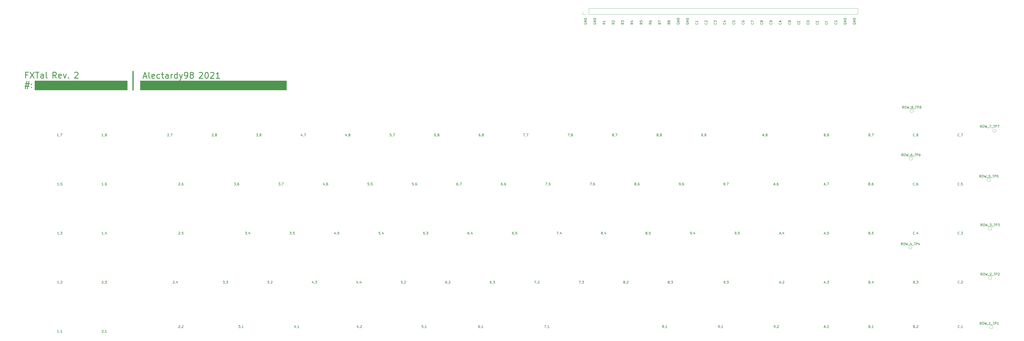
<source format=gbr>
%TF.GenerationSoftware,KiCad,Pcbnew,(6.99.0-2452-gdb4f2d9dd8)*%
%TF.CreationDate,2022-07-18T19:05:11+02:00*%
%TF.ProjectId,FXTal_rev1,46585461-6c5f-4726-9576-312e6b696361,rev?*%
%TF.SameCoordinates,PXe1237f8PYe7db780*%
%TF.FileFunction,Legend,Top*%
%TF.FilePolarity,Positive*%
%FSLAX46Y46*%
G04 Gerber Fmt 4.6, Leading zero omitted, Abs format (unit mm)*
G04 Created by KiCad (PCBNEW (6.99.0-2452-gdb4f2d9dd8)) date 2022-07-18 19:05:11*
%MOMM*%
%LPD*%
G01*
G04 APERTURE LIST*
%ADD10C,0.100000*%
%ADD11C,0.500000*%
%ADD12C,0.300000*%
%ADD13C,0.150000*%
%ADD14C,0.120000*%
%ADD15O,1.700000X1.700000*%
%ADD16R,1.700000X1.700000*%
%ADD17C,1.000000*%
%ADD18C,0.800000*%
G04 APERTURE END LIST*
D10*
G36*
X155800000Y-167650000D02*
G01*
X93300000Y-167650000D01*
X93300000Y-163650000D01*
X155800000Y-163650000D01*
X155800000Y-167650000D01*
G37*
X155800000Y-167650000D02*
X93300000Y-167650000D01*
X93300000Y-163650000D01*
X155800000Y-163650000D01*
X155800000Y-167650000D01*
D11*
X90300000Y-167650000D02*
X90300000Y-159650000D01*
D10*
G36*
X87800000Y-167650000D02*
G01*
X48300000Y-167650000D01*
X48300000Y-163650000D01*
X87800000Y-163650000D01*
X87800000Y-167650000D01*
G37*
X87800000Y-167650000D02*
X48300000Y-167650000D01*
X48300000Y-163650000D01*
X87800000Y-163650000D01*
X87800000Y-167650000D01*
D12*
X94807809Y-161857433D02*
X96017333Y-161857433D01*
X94565904Y-162583147D02*
X95412571Y-160043147D01*
X95412571Y-160043147D02*
X96259238Y-162583147D01*
X97468762Y-162583147D02*
X97226857Y-162462195D01*
X97226857Y-162462195D02*
X97105904Y-162220290D01*
X97105904Y-162220290D02*
X97105904Y-160043147D01*
X99403999Y-162462195D02*
X99162095Y-162583147D01*
X99162095Y-162583147D02*
X98678285Y-162583147D01*
X98678285Y-162583147D02*
X98436380Y-162462195D01*
X98436380Y-162462195D02*
X98315428Y-162220290D01*
X98315428Y-162220290D02*
X98315428Y-161252671D01*
X98315428Y-161252671D02*
X98436380Y-161010766D01*
X98436380Y-161010766D02*
X98678285Y-160889814D01*
X98678285Y-160889814D02*
X99162095Y-160889814D01*
X99162095Y-160889814D02*
X99403999Y-161010766D01*
X99403999Y-161010766D02*
X99524952Y-161252671D01*
X99524952Y-161252671D02*
X99524952Y-161494576D01*
X99524952Y-161494576D02*
X98315428Y-161736480D01*
X101702095Y-162462195D02*
X101460190Y-162583147D01*
X101460190Y-162583147D02*
X100976381Y-162583147D01*
X100976381Y-162583147D02*
X100734476Y-162462195D01*
X100734476Y-162462195D02*
X100613523Y-162341242D01*
X100613523Y-162341242D02*
X100492571Y-162099338D01*
X100492571Y-162099338D02*
X100492571Y-161373623D01*
X100492571Y-161373623D02*
X100613523Y-161131719D01*
X100613523Y-161131719D02*
X100734476Y-161010766D01*
X100734476Y-161010766D02*
X100976381Y-160889814D01*
X100976381Y-160889814D02*
X101460190Y-160889814D01*
X101460190Y-160889814D02*
X101702095Y-161010766D01*
X102427809Y-160889814D02*
X103395428Y-160889814D01*
X102790666Y-160043147D02*
X102790666Y-162220290D01*
X102790666Y-162220290D02*
X102911619Y-162462195D01*
X102911619Y-162462195D02*
X103153524Y-162583147D01*
X103153524Y-162583147D02*
X103395428Y-162583147D01*
X105330667Y-162583147D02*
X105330667Y-161252671D01*
X105330667Y-161252671D02*
X105209714Y-161010766D01*
X105209714Y-161010766D02*
X104967810Y-160889814D01*
X104967810Y-160889814D02*
X104484000Y-160889814D01*
X104484000Y-160889814D02*
X104242095Y-161010766D01*
X105330667Y-162462195D02*
X105088762Y-162583147D01*
X105088762Y-162583147D02*
X104484000Y-162583147D01*
X104484000Y-162583147D02*
X104242095Y-162462195D01*
X104242095Y-162462195D02*
X104121143Y-162220290D01*
X104121143Y-162220290D02*
X104121143Y-161978385D01*
X104121143Y-161978385D02*
X104242095Y-161736480D01*
X104242095Y-161736480D02*
X104484000Y-161615528D01*
X104484000Y-161615528D02*
X105088762Y-161615528D01*
X105088762Y-161615528D02*
X105330667Y-161494576D01*
X106540190Y-162583147D02*
X106540190Y-160889814D01*
X106540190Y-161373623D02*
X106661143Y-161131719D01*
X106661143Y-161131719D02*
X106782095Y-161010766D01*
X106782095Y-161010766D02*
X107024000Y-160889814D01*
X107024000Y-160889814D02*
X107265905Y-160889814D01*
X109201143Y-162583147D02*
X109201143Y-160043147D01*
X109201143Y-162462195D02*
X108959238Y-162583147D01*
X108959238Y-162583147D02*
X108475429Y-162583147D01*
X108475429Y-162583147D02*
X108233524Y-162462195D01*
X108233524Y-162462195D02*
X108112571Y-162341242D01*
X108112571Y-162341242D02*
X107991619Y-162099338D01*
X107991619Y-162099338D02*
X107991619Y-161373623D01*
X107991619Y-161373623D02*
X108112571Y-161131719D01*
X108112571Y-161131719D02*
X108233524Y-161010766D01*
X108233524Y-161010766D02*
X108475429Y-160889814D01*
X108475429Y-160889814D02*
X108959238Y-160889814D01*
X108959238Y-160889814D02*
X109201143Y-161010766D01*
X110168762Y-160889814D02*
X110773524Y-162583147D01*
X111378285Y-160889814D02*
X110773524Y-162583147D01*
X110773524Y-162583147D02*
X110531619Y-163187909D01*
X110531619Y-163187909D02*
X110410666Y-163308861D01*
X110410666Y-163308861D02*
X110168762Y-163429814D01*
X112466857Y-162583147D02*
X112950666Y-162583147D01*
X112950666Y-162583147D02*
X113192571Y-162462195D01*
X113192571Y-162462195D02*
X113313523Y-162341242D01*
X113313523Y-162341242D02*
X113555428Y-161978385D01*
X113555428Y-161978385D02*
X113676381Y-161494576D01*
X113676381Y-161494576D02*
X113676381Y-160526957D01*
X113676381Y-160526957D02*
X113555428Y-160285052D01*
X113555428Y-160285052D02*
X113434476Y-160164100D01*
X113434476Y-160164100D02*
X113192571Y-160043147D01*
X113192571Y-160043147D02*
X112708762Y-160043147D01*
X112708762Y-160043147D02*
X112466857Y-160164100D01*
X112466857Y-160164100D02*
X112345904Y-160285052D01*
X112345904Y-160285052D02*
X112224952Y-160526957D01*
X112224952Y-160526957D02*
X112224952Y-161131719D01*
X112224952Y-161131719D02*
X112345904Y-161373623D01*
X112345904Y-161373623D02*
X112466857Y-161494576D01*
X112466857Y-161494576D02*
X112708762Y-161615528D01*
X112708762Y-161615528D02*
X113192571Y-161615528D01*
X113192571Y-161615528D02*
X113434476Y-161494576D01*
X113434476Y-161494576D02*
X113555428Y-161373623D01*
X113555428Y-161373623D02*
X113676381Y-161131719D01*
X115127810Y-161131719D02*
X114885905Y-161010766D01*
X114885905Y-161010766D02*
X114764952Y-160889814D01*
X114764952Y-160889814D02*
X114644000Y-160647909D01*
X114644000Y-160647909D02*
X114644000Y-160526957D01*
X114644000Y-160526957D02*
X114764952Y-160285052D01*
X114764952Y-160285052D02*
X114885905Y-160164100D01*
X114885905Y-160164100D02*
X115127810Y-160043147D01*
X115127810Y-160043147D02*
X115611619Y-160043147D01*
X115611619Y-160043147D02*
X115853524Y-160164100D01*
X115853524Y-160164100D02*
X115974476Y-160285052D01*
X115974476Y-160285052D02*
X116095429Y-160526957D01*
X116095429Y-160526957D02*
X116095429Y-160647909D01*
X116095429Y-160647909D02*
X115974476Y-160889814D01*
X115974476Y-160889814D02*
X115853524Y-161010766D01*
X115853524Y-161010766D02*
X115611619Y-161131719D01*
X115611619Y-161131719D02*
X115127810Y-161131719D01*
X115127810Y-161131719D02*
X114885905Y-161252671D01*
X114885905Y-161252671D02*
X114764952Y-161373623D01*
X114764952Y-161373623D02*
X114644000Y-161615528D01*
X114644000Y-161615528D02*
X114644000Y-162099338D01*
X114644000Y-162099338D02*
X114764952Y-162341242D01*
X114764952Y-162341242D02*
X114885905Y-162462195D01*
X114885905Y-162462195D02*
X115127810Y-162583147D01*
X115127810Y-162583147D02*
X115611619Y-162583147D01*
X115611619Y-162583147D02*
X115853524Y-162462195D01*
X115853524Y-162462195D02*
X115974476Y-162341242D01*
X115974476Y-162341242D02*
X116095429Y-162099338D01*
X116095429Y-162099338D02*
X116095429Y-161615528D01*
X116095429Y-161615528D02*
X115974476Y-161373623D01*
X115974476Y-161373623D02*
X115853524Y-161252671D01*
X115853524Y-161252671D02*
X115611619Y-161131719D01*
X118587048Y-160285052D02*
X118708000Y-160164100D01*
X118708000Y-160164100D02*
X118949905Y-160043147D01*
X118949905Y-160043147D02*
X119554667Y-160043147D01*
X119554667Y-160043147D02*
X119796572Y-160164100D01*
X119796572Y-160164100D02*
X119917524Y-160285052D01*
X119917524Y-160285052D02*
X120038477Y-160526957D01*
X120038477Y-160526957D02*
X120038477Y-160768861D01*
X120038477Y-160768861D02*
X119917524Y-161131719D01*
X119917524Y-161131719D02*
X118466096Y-162583147D01*
X118466096Y-162583147D02*
X120038477Y-162583147D01*
X121610858Y-160043147D02*
X121852763Y-160043147D01*
X121852763Y-160043147D02*
X122094667Y-160164100D01*
X122094667Y-160164100D02*
X122215620Y-160285052D01*
X122215620Y-160285052D02*
X122336572Y-160526957D01*
X122336572Y-160526957D02*
X122457525Y-161010766D01*
X122457525Y-161010766D02*
X122457525Y-161615528D01*
X122457525Y-161615528D02*
X122336572Y-162099338D01*
X122336572Y-162099338D02*
X122215620Y-162341242D01*
X122215620Y-162341242D02*
X122094667Y-162462195D01*
X122094667Y-162462195D02*
X121852763Y-162583147D01*
X121852763Y-162583147D02*
X121610858Y-162583147D01*
X121610858Y-162583147D02*
X121368953Y-162462195D01*
X121368953Y-162462195D02*
X121248001Y-162341242D01*
X121248001Y-162341242D02*
X121127048Y-162099338D01*
X121127048Y-162099338D02*
X121006096Y-161615528D01*
X121006096Y-161615528D02*
X121006096Y-161010766D01*
X121006096Y-161010766D02*
X121127048Y-160526957D01*
X121127048Y-160526957D02*
X121248001Y-160285052D01*
X121248001Y-160285052D02*
X121368953Y-160164100D01*
X121368953Y-160164100D02*
X121610858Y-160043147D01*
X123425144Y-160285052D02*
X123546096Y-160164100D01*
X123546096Y-160164100D02*
X123788001Y-160043147D01*
X123788001Y-160043147D02*
X124392763Y-160043147D01*
X124392763Y-160043147D02*
X124634668Y-160164100D01*
X124634668Y-160164100D02*
X124755620Y-160285052D01*
X124755620Y-160285052D02*
X124876573Y-160526957D01*
X124876573Y-160526957D02*
X124876573Y-160768861D01*
X124876573Y-160768861D02*
X124755620Y-161131719D01*
X124755620Y-161131719D02*
X123304192Y-162583147D01*
X123304192Y-162583147D02*
X124876573Y-162583147D01*
X127295621Y-162583147D02*
X125844192Y-162583147D01*
X126569906Y-162583147D02*
X126569906Y-160043147D01*
X126569906Y-160043147D02*
X126328002Y-160406004D01*
X126328002Y-160406004D02*
X126086097Y-160647909D01*
X126086097Y-160647909D02*
X125844192Y-160768861D01*
D13*
X397885000Y-138938095D02*
X397837380Y-139033333D01*
X397837380Y-139033333D02*
X397837380Y-139176190D01*
X397837380Y-139176190D02*
X397885000Y-139319047D01*
X397885000Y-139319047D02*
X397980238Y-139414285D01*
X397980238Y-139414285D02*
X398075476Y-139461904D01*
X398075476Y-139461904D02*
X398265952Y-139509523D01*
X398265952Y-139509523D02*
X398408809Y-139509523D01*
X398408809Y-139509523D02*
X398599285Y-139461904D01*
X398599285Y-139461904D02*
X398694523Y-139414285D01*
X398694523Y-139414285D02*
X398789761Y-139319047D01*
X398789761Y-139319047D02*
X398837380Y-139176190D01*
X398837380Y-139176190D02*
X398837380Y-139080952D01*
X398837380Y-139080952D02*
X398789761Y-138938095D01*
X398789761Y-138938095D02*
X398742142Y-138890476D01*
X398742142Y-138890476D02*
X398408809Y-138890476D01*
X398408809Y-138890476D02*
X398408809Y-139080952D01*
X398837380Y-138461904D02*
X397837380Y-138461904D01*
X397837380Y-138461904D02*
X398837380Y-137890476D01*
X398837380Y-137890476D02*
X397837380Y-137890476D01*
X398837380Y-137414285D02*
X397837380Y-137414285D01*
X397837380Y-137414285D02*
X397837380Y-137176190D01*
X397837380Y-137176190D02*
X397885000Y-137033333D01*
X397885000Y-137033333D02*
X397980238Y-136938095D01*
X397980238Y-136938095D02*
X398075476Y-136890476D01*
X398075476Y-136890476D02*
X398265952Y-136842857D01*
X398265952Y-136842857D02*
X398408809Y-136842857D01*
X398408809Y-136842857D02*
X398599285Y-136890476D01*
X398599285Y-136890476D02*
X398694523Y-136938095D01*
X398694523Y-136938095D02*
X398789761Y-137033333D01*
X398789761Y-137033333D02*
X398837380Y-137176190D01*
X398837380Y-137176190D02*
X398837380Y-137414285D01*
X291917380Y-138890476D02*
X291441190Y-139223809D01*
X291917380Y-139461904D02*
X290917380Y-139461904D01*
X290917380Y-139461904D02*
X290917380Y-139080952D01*
X290917380Y-139080952D02*
X290965000Y-138985714D01*
X290965000Y-138985714D02*
X291012619Y-138938095D01*
X291012619Y-138938095D02*
X291107857Y-138890476D01*
X291107857Y-138890476D02*
X291250714Y-138890476D01*
X291250714Y-138890476D02*
X291345952Y-138938095D01*
X291345952Y-138938095D02*
X291393571Y-138985714D01*
X291393571Y-138985714D02*
X291441190Y-139080952D01*
X291441190Y-139080952D02*
X291441190Y-139461904D01*
X291917380Y-137938095D02*
X291917380Y-138509523D01*
X291917380Y-138223809D02*
X290917380Y-138223809D01*
X290917380Y-138223809D02*
X291060238Y-138319047D01*
X291060238Y-138319047D02*
X291155476Y-138414285D01*
X291155476Y-138414285D02*
X291203095Y-138509523D01*
X319637380Y-138890476D02*
X319161190Y-139223809D01*
X319637380Y-139461904D02*
X318637380Y-139461904D01*
X318637380Y-139461904D02*
X318637380Y-139080952D01*
X318637380Y-139080952D02*
X318685000Y-138985714D01*
X318685000Y-138985714D02*
X318732619Y-138938095D01*
X318732619Y-138938095D02*
X318827857Y-138890476D01*
X318827857Y-138890476D02*
X318970714Y-138890476D01*
X318970714Y-138890476D02*
X319065952Y-138938095D01*
X319065952Y-138938095D02*
X319113571Y-138985714D01*
X319113571Y-138985714D02*
X319161190Y-139080952D01*
X319161190Y-139080952D02*
X319161190Y-139461904D01*
X319065952Y-138319047D02*
X319018333Y-138414285D01*
X319018333Y-138414285D02*
X318970714Y-138461904D01*
X318970714Y-138461904D02*
X318875476Y-138509523D01*
X318875476Y-138509523D02*
X318827857Y-138509523D01*
X318827857Y-138509523D02*
X318732619Y-138461904D01*
X318732619Y-138461904D02*
X318685000Y-138414285D01*
X318685000Y-138414285D02*
X318637380Y-138319047D01*
X318637380Y-138319047D02*
X318637380Y-138128571D01*
X318637380Y-138128571D02*
X318685000Y-138033333D01*
X318685000Y-138033333D02*
X318732619Y-137985714D01*
X318732619Y-137985714D02*
X318827857Y-137938095D01*
X318827857Y-137938095D02*
X318875476Y-137938095D01*
X318875476Y-137938095D02*
X318970714Y-137985714D01*
X318970714Y-137985714D02*
X319018333Y-138033333D01*
X319018333Y-138033333D02*
X319065952Y-138128571D01*
X319065952Y-138128571D02*
X319065952Y-138319047D01*
X319065952Y-138319047D02*
X319113571Y-138414285D01*
X319113571Y-138414285D02*
X319161190Y-138461904D01*
X319161190Y-138461904D02*
X319256428Y-138509523D01*
X319256428Y-138509523D02*
X319446904Y-138509523D01*
X319446904Y-138509523D02*
X319542142Y-138461904D01*
X319542142Y-138461904D02*
X319589761Y-138414285D01*
X319589761Y-138414285D02*
X319637380Y-138319047D01*
X319637380Y-138319047D02*
X319637380Y-138128571D01*
X319637380Y-138128571D02*
X319589761Y-138033333D01*
X319589761Y-138033333D02*
X319542142Y-137985714D01*
X319542142Y-137985714D02*
X319446904Y-137938095D01*
X319446904Y-137938095D02*
X319256428Y-137938095D01*
X319256428Y-137938095D02*
X319161190Y-137985714D01*
X319161190Y-137985714D02*
X319113571Y-138033333D01*
X319113571Y-138033333D02*
X319065952Y-138128571D01*
X386862142Y-138890476D02*
X386909761Y-138938095D01*
X386909761Y-138938095D02*
X386957380Y-139080952D01*
X386957380Y-139080952D02*
X386957380Y-139176190D01*
X386957380Y-139176190D02*
X386909761Y-139319047D01*
X386909761Y-139319047D02*
X386814523Y-139414285D01*
X386814523Y-139414285D02*
X386719285Y-139461904D01*
X386719285Y-139461904D02*
X386528809Y-139509523D01*
X386528809Y-139509523D02*
X386385952Y-139509523D01*
X386385952Y-139509523D02*
X386195476Y-139461904D01*
X386195476Y-139461904D02*
X386100238Y-139414285D01*
X386100238Y-139414285D02*
X386005000Y-139319047D01*
X386005000Y-139319047D02*
X385957380Y-139176190D01*
X385957380Y-139176190D02*
X385957380Y-139080952D01*
X385957380Y-139080952D02*
X386005000Y-138938095D01*
X386005000Y-138938095D02*
X386052619Y-138890476D01*
X386433571Y-138128571D02*
X386433571Y-138461904D01*
X386957380Y-138461904D02*
X385957380Y-138461904D01*
X385957380Y-138461904D02*
X385957380Y-137985714D01*
X390822142Y-138890476D02*
X390869761Y-138938095D01*
X390869761Y-138938095D02*
X390917380Y-139080952D01*
X390917380Y-139080952D02*
X390917380Y-139176190D01*
X390917380Y-139176190D02*
X390869761Y-139319047D01*
X390869761Y-139319047D02*
X390774523Y-139414285D01*
X390774523Y-139414285D02*
X390679285Y-139461904D01*
X390679285Y-139461904D02*
X390488809Y-139509523D01*
X390488809Y-139509523D02*
X390345952Y-139509523D01*
X390345952Y-139509523D02*
X390155476Y-139461904D01*
X390155476Y-139461904D02*
X390060238Y-139414285D01*
X390060238Y-139414285D02*
X389965000Y-139319047D01*
X389965000Y-139319047D02*
X389917380Y-139176190D01*
X389917380Y-139176190D02*
X389917380Y-139080952D01*
X389917380Y-139080952D02*
X389965000Y-138938095D01*
X389965000Y-138938095D02*
X390012619Y-138890476D01*
X389965000Y-137938095D02*
X389917380Y-138033333D01*
X389917380Y-138033333D02*
X389917380Y-138176190D01*
X389917380Y-138176190D02*
X389965000Y-138319047D01*
X389965000Y-138319047D02*
X390060238Y-138414285D01*
X390060238Y-138414285D02*
X390155476Y-138461904D01*
X390155476Y-138461904D02*
X390345952Y-138509523D01*
X390345952Y-138509523D02*
X390488809Y-138509523D01*
X390488809Y-138509523D02*
X390679285Y-138461904D01*
X390679285Y-138461904D02*
X390774523Y-138414285D01*
X390774523Y-138414285D02*
X390869761Y-138319047D01*
X390869761Y-138319047D02*
X390917380Y-138176190D01*
X390917380Y-138176190D02*
X390917380Y-138080952D01*
X390917380Y-138080952D02*
X390869761Y-137938095D01*
X390869761Y-137938095D02*
X390822142Y-137890476D01*
X390822142Y-137890476D02*
X390488809Y-137890476D01*
X390488809Y-137890476D02*
X390488809Y-138080952D01*
X311717380Y-138890476D02*
X311241190Y-139223809D01*
X311717380Y-139461904D02*
X310717380Y-139461904D01*
X310717380Y-139461904D02*
X310717380Y-139080952D01*
X310717380Y-139080952D02*
X310765000Y-138985714D01*
X310765000Y-138985714D02*
X310812619Y-138938095D01*
X310812619Y-138938095D02*
X310907857Y-138890476D01*
X310907857Y-138890476D02*
X311050714Y-138890476D01*
X311050714Y-138890476D02*
X311145952Y-138938095D01*
X311145952Y-138938095D02*
X311193571Y-138985714D01*
X311193571Y-138985714D02*
X311241190Y-139080952D01*
X311241190Y-139080952D02*
X311241190Y-139461904D01*
X310717380Y-138033333D02*
X310717380Y-138223809D01*
X310717380Y-138223809D02*
X310765000Y-138319047D01*
X310765000Y-138319047D02*
X310812619Y-138366666D01*
X310812619Y-138366666D02*
X310955476Y-138461904D01*
X310955476Y-138461904D02*
X311145952Y-138509523D01*
X311145952Y-138509523D02*
X311526904Y-138509523D01*
X311526904Y-138509523D02*
X311622142Y-138461904D01*
X311622142Y-138461904D02*
X311669761Y-138414285D01*
X311669761Y-138414285D02*
X311717380Y-138319047D01*
X311717380Y-138319047D02*
X311717380Y-138128571D01*
X311717380Y-138128571D02*
X311669761Y-138033333D01*
X311669761Y-138033333D02*
X311622142Y-137985714D01*
X311622142Y-137985714D02*
X311526904Y-137938095D01*
X311526904Y-137938095D02*
X311288809Y-137938095D01*
X311288809Y-137938095D02*
X311193571Y-137985714D01*
X311193571Y-137985714D02*
X311145952Y-138033333D01*
X311145952Y-138033333D02*
X311098333Y-138128571D01*
X311098333Y-138128571D02*
X311098333Y-138319047D01*
X311098333Y-138319047D02*
X311145952Y-138414285D01*
X311145952Y-138414285D02*
X311193571Y-138461904D01*
X311193571Y-138461904D02*
X311288809Y-138509523D01*
X299837380Y-138890476D02*
X299361190Y-139223809D01*
X299837380Y-139461904D02*
X298837380Y-139461904D01*
X298837380Y-139461904D02*
X298837380Y-139080952D01*
X298837380Y-139080952D02*
X298885000Y-138985714D01*
X298885000Y-138985714D02*
X298932619Y-138938095D01*
X298932619Y-138938095D02*
X299027857Y-138890476D01*
X299027857Y-138890476D02*
X299170714Y-138890476D01*
X299170714Y-138890476D02*
X299265952Y-138938095D01*
X299265952Y-138938095D02*
X299313571Y-138985714D01*
X299313571Y-138985714D02*
X299361190Y-139080952D01*
X299361190Y-139080952D02*
X299361190Y-139461904D01*
X298837380Y-138557142D02*
X298837380Y-137938095D01*
X298837380Y-137938095D02*
X299218333Y-138271428D01*
X299218333Y-138271428D02*
X299218333Y-138128571D01*
X299218333Y-138128571D02*
X299265952Y-138033333D01*
X299265952Y-138033333D02*
X299313571Y-137985714D01*
X299313571Y-137985714D02*
X299408809Y-137938095D01*
X299408809Y-137938095D02*
X299646904Y-137938095D01*
X299646904Y-137938095D02*
X299742142Y-137985714D01*
X299742142Y-137985714D02*
X299789761Y-138033333D01*
X299789761Y-138033333D02*
X299837380Y-138128571D01*
X299837380Y-138128571D02*
X299837380Y-138414285D01*
X299837380Y-138414285D02*
X299789761Y-138509523D01*
X299789761Y-138509523D02*
X299742142Y-138557142D01*
X303797380Y-138890476D02*
X303321190Y-139223809D01*
X303797380Y-139461904D02*
X302797380Y-139461904D01*
X302797380Y-139461904D02*
X302797380Y-139080952D01*
X302797380Y-139080952D02*
X302845000Y-138985714D01*
X302845000Y-138985714D02*
X302892619Y-138938095D01*
X302892619Y-138938095D02*
X302987857Y-138890476D01*
X302987857Y-138890476D02*
X303130714Y-138890476D01*
X303130714Y-138890476D02*
X303225952Y-138938095D01*
X303225952Y-138938095D02*
X303273571Y-138985714D01*
X303273571Y-138985714D02*
X303321190Y-139080952D01*
X303321190Y-139080952D02*
X303321190Y-139461904D01*
X303130714Y-138033333D02*
X303797380Y-138033333D01*
X302749761Y-138271428D02*
X303464047Y-138509523D01*
X303464047Y-138509523D02*
X303464047Y-137890476D01*
X351222142Y-138890476D02*
X351269761Y-138938095D01*
X351269761Y-138938095D02*
X351317380Y-139080952D01*
X351317380Y-139080952D02*
X351317380Y-139176190D01*
X351317380Y-139176190D02*
X351269761Y-139319047D01*
X351269761Y-139319047D02*
X351174523Y-139414285D01*
X351174523Y-139414285D02*
X351079285Y-139461904D01*
X351079285Y-139461904D02*
X350888809Y-139509523D01*
X350888809Y-139509523D02*
X350745952Y-139509523D01*
X350745952Y-139509523D02*
X350555476Y-139461904D01*
X350555476Y-139461904D02*
X350460238Y-139414285D01*
X350460238Y-139414285D02*
X350365000Y-139319047D01*
X350365000Y-139319047D02*
X350317380Y-139176190D01*
X350317380Y-139176190D02*
X350317380Y-139080952D01*
X350317380Y-139080952D02*
X350365000Y-138938095D01*
X350365000Y-138938095D02*
X350412619Y-138890476D01*
X350317380Y-138033333D02*
X350317380Y-138223809D01*
X350317380Y-138223809D02*
X350365000Y-138319047D01*
X350365000Y-138319047D02*
X350412619Y-138366666D01*
X350412619Y-138366666D02*
X350555476Y-138461904D01*
X350555476Y-138461904D02*
X350745952Y-138509523D01*
X350745952Y-138509523D02*
X351126904Y-138509523D01*
X351126904Y-138509523D02*
X351222142Y-138461904D01*
X351222142Y-138461904D02*
X351269761Y-138414285D01*
X351269761Y-138414285D02*
X351317380Y-138319047D01*
X351317380Y-138319047D02*
X351317380Y-138128571D01*
X351317380Y-138128571D02*
X351269761Y-138033333D01*
X351269761Y-138033333D02*
X351222142Y-137985714D01*
X351222142Y-137985714D02*
X351126904Y-137938095D01*
X351126904Y-137938095D02*
X350888809Y-137938095D01*
X350888809Y-137938095D02*
X350793571Y-137985714D01*
X350793571Y-137985714D02*
X350745952Y-138033333D01*
X350745952Y-138033333D02*
X350698333Y-138128571D01*
X350698333Y-138128571D02*
X350698333Y-138319047D01*
X350698333Y-138319047D02*
X350745952Y-138414285D01*
X350745952Y-138414285D02*
X350793571Y-138461904D01*
X350793571Y-138461904D02*
X350888809Y-138509523D01*
X355182142Y-138890476D02*
X355229761Y-138938095D01*
X355229761Y-138938095D02*
X355277380Y-139080952D01*
X355277380Y-139080952D02*
X355277380Y-139176190D01*
X355277380Y-139176190D02*
X355229761Y-139319047D01*
X355229761Y-139319047D02*
X355134523Y-139414285D01*
X355134523Y-139414285D02*
X355039285Y-139461904D01*
X355039285Y-139461904D02*
X354848809Y-139509523D01*
X354848809Y-139509523D02*
X354705952Y-139509523D01*
X354705952Y-139509523D02*
X354515476Y-139461904D01*
X354515476Y-139461904D02*
X354420238Y-139414285D01*
X354420238Y-139414285D02*
X354325000Y-139319047D01*
X354325000Y-139319047D02*
X354277380Y-139176190D01*
X354277380Y-139176190D02*
X354277380Y-139080952D01*
X354277380Y-139080952D02*
X354325000Y-138938095D01*
X354325000Y-138938095D02*
X354372619Y-138890476D01*
X354277380Y-138557142D02*
X354277380Y-137890476D01*
X354277380Y-137890476D02*
X355277380Y-138319047D01*
X363102142Y-138890476D02*
X363149761Y-138938095D01*
X363149761Y-138938095D02*
X363197380Y-139080952D01*
X363197380Y-139080952D02*
X363197380Y-139176190D01*
X363197380Y-139176190D02*
X363149761Y-139319047D01*
X363149761Y-139319047D02*
X363054523Y-139414285D01*
X363054523Y-139414285D02*
X362959285Y-139461904D01*
X362959285Y-139461904D02*
X362768809Y-139509523D01*
X362768809Y-139509523D02*
X362625952Y-139509523D01*
X362625952Y-139509523D02*
X362435476Y-139461904D01*
X362435476Y-139461904D02*
X362340238Y-139414285D01*
X362340238Y-139414285D02*
X362245000Y-139319047D01*
X362245000Y-139319047D02*
X362197380Y-139176190D01*
X362197380Y-139176190D02*
X362197380Y-139080952D01*
X362197380Y-139080952D02*
X362245000Y-138938095D01*
X362245000Y-138938095D02*
X362292619Y-138890476D01*
X363197380Y-138414285D02*
X363197380Y-138223809D01*
X363197380Y-138223809D02*
X363149761Y-138128571D01*
X363149761Y-138128571D02*
X363102142Y-138080952D01*
X363102142Y-138080952D02*
X362959285Y-137985714D01*
X362959285Y-137985714D02*
X362768809Y-137938095D01*
X362768809Y-137938095D02*
X362387857Y-137938095D01*
X362387857Y-137938095D02*
X362292619Y-137985714D01*
X362292619Y-137985714D02*
X362245000Y-138033333D01*
X362245000Y-138033333D02*
X362197380Y-138128571D01*
X362197380Y-138128571D02*
X362197380Y-138319047D01*
X362197380Y-138319047D02*
X362245000Y-138414285D01*
X362245000Y-138414285D02*
X362292619Y-138461904D01*
X362292619Y-138461904D02*
X362387857Y-138509523D01*
X362387857Y-138509523D02*
X362625952Y-138509523D01*
X362625952Y-138509523D02*
X362721190Y-138461904D01*
X362721190Y-138461904D02*
X362768809Y-138414285D01*
X362768809Y-138414285D02*
X362816428Y-138319047D01*
X362816428Y-138319047D02*
X362816428Y-138128571D01*
X362816428Y-138128571D02*
X362768809Y-138033333D01*
X362768809Y-138033333D02*
X362721190Y-137985714D01*
X362721190Y-137985714D02*
X362625952Y-137938095D01*
X347262142Y-138890476D02*
X347309761Y-138938095D01*
X347309761Y-138938095D02*
X347357380Y-139080952D01*
X347357380Y-139080952D02*
X347357380Y-139176190D01*
X347357380Y-139176190D02*
X347309761Y-139319047D01*
X347309761Y-139319047D02*
X347214523Y-139414285D01*
X347214523Y-139414285D02*
X347119285Y-139461904D01*
X347119285Y-139461904D02*
X346928809Y-139509523D01*
X346928809Y-139509523D02*
X346785952Y-139509523D01*
X346785952Y-139509523D02*
X346595476Y-139461904D01*
X346595476Y-139461904D02*
X346500238Y-139414285D01*
X346500238Y-139414285D02*
X346405000Y-139319047D01*
X346405000Y-139319047D02*
X346357380Y-139176190D01*
X346357380Y-139176190D02*
X346357380Y-139080952D01*
X346357380Y-139080952D02*
X346405000Y-138938095D01*
X346405000Y-138938095D02*
X346452619Y-138890476D01*
X346357380Y-137985714D02*
X346357380Y-138461904D01*
X346357380Y-138461904D02*
X346833571Y-138509523D01*
X346833571Y-138509523D02*
X346785952Y-138461904D01*
X346785952Y-138461904D02*
X346738333Y-138366666D01*
X346738333Y-138366666D02*
X346738333Y-138128571D01*
X346738333Y-138128571D02*
X346785952Y-138033333D01*
X346785952Y-138033333D02*
X346833571Y-137985714D01*
X346833571Y-137985714D02*
X346928809Y-137938095D01*
X346928809Y-137938095D02*
X347166904Y-137938095D01*
X347166904Y-137938095D02*
X347262142Y-137985714D01*
X347262142Y-137985714D02*
X347309761Y-138033333D01*
X347309761Y-138033333D02*
X347357380Y-138128571D01*
X347357380Y-138128571D02*
X347357380Y-138366666D01*
X347357380Y-138366666D02*
X347309761Y-138461904D01*
X347309761Y-138461904D02*
X347262142Y-138509523D01*
X343302142Y-138890476D02*
X343349761Y-138938095D01*
X343349761Y-138938095D02*
X343397380Y-139080952D01*
X343397380Y-139080952D02*
X343397380Y-139176190D01*
X343397380Y-139176190D02*
X343349761Y-139319047D01*
X343349761Y-139319047D02*
X343254523Y-139414285D01*
X343254523Y-139414285D02*
X343159285Y-139461904D01*
X343159285Y-139461904D02*
X342968809Y-139509523D01*
X342968809Y-139509523D02*
X342825952Y-139509523D01*
X342825952Y-139509523D02*
X342635476Y-139461904D01*
X342635476Y-139461904D02*
X342540238Y-139414285D01*
X342540238Y-139414285D02*
X342445000Y-139319047D01*
X342445000Y-139319047D02*
X342397380Y-139176190D01*
X342397380Y-139176190D02*
X342397380Y-139080952D01*
X342397380Y-139080952D02*
X342445000Y-138938095D01*
X342445000Y-138938095D02*
X342492619Y-138890476D01*
X342730714Y-138033333D02*
X343397380Y-138033333D01*
X342349761Y-138271428D02*
X343064047Y-138509523D01*
X343064047Y-138509523D02*
X343064047Y-137890476D01*
X287005000Y-138938095D02*
X286957380Y-139033333D01*
X286957380Y-139033333D02*
X286957380Y-139176190D01*
X286957380Y-139176190D02*
X287005000Y-139319047D01*
X287005000Y-139319047D02*
X287100238Y-139414285D01*
X287100238Y-139414285D02*
X287195476Y-139461904D01*
X287195476Y-139461904D02*
X287385952Y-139509523D01*
X287385952Y-139509523D02*
X287528809Y-139509523D01*
X287528809Y-139509523D02*
X287719285Y-139461904D01*
X287719285Y-139461904D02*
X287814523Y-139414285D01*
X287814523Y-139414285D02*
X287909761Y-139319047D01*
X287909761Y-139319047D02*
X287957380Y-139176190D01*
X287957380Y-139176190D02*
X287957380Y-139080952D01*
X287957380Y-139080952D02*
X287909761Y-138938095D01*
X287909761Y-138938095D02*
X287862142Y-138890476D01*
X287862142Y-138890476D02*
X287528809Y-138890476D01*
X287528809Y-138890476D02*
X287528809Y-139080952D01*
X287957380Y-138461904D02*
X286957380Y-138461904D01*
X286957380Y-138461904D02*
X287957380Y-137890476D01*
X287957380Y-137890476D02*
X286957380Y-137890476D01*
X287957380Y-137414285D02*
X286957380Y-137414285D01*
X286957380Y-137414285D02*
X286957380Y-137176190D01*
X286957380Y-137176190D02*
X287005000Y-137033333D01*
X287005000Y-137033333D02*
X287100238Y-136938095D01*
X287100238Y-136938095D02*
X287195476Y-136890476D01*
X287195476Y-136890476D02*
X287385952Y-136842857D01*
X287385952Y-136842857D02*
X287528809Y-136842857D01*
X287528809Y-136842857D02*
X287719285Y-136890476D01*
X287719285Y-136890476D02*
X287814523Y-136938095D01*
X287814523Y-136938095D02*
X287909761Y-137033333D01*
X287909761Y-137033333D02*
X287957380Y-137176190D01*
X287957380Y-137176190D02*
X287957380Y-137414285D01*
D12*
X45251428Y-161195271D02*
X44404761Y-161195271D01*
X44404761Y-162525747D02*
X44404761Y-159985747D01*
X44404761Y-159985747D02*
X45614285Y-159985747D01*
X46340000Y-159985747D02*
X48033333Y-162525747D01*
X48033333Y-159985747D02*
X46340000Y-162525747D01*
X48638095Y-159985747D02*
X50089524Y-159985747D01*
X49363810Y-162525747D02*
X49363810Y-159985747D01*
X52024762Y-162525747D02*
X52024762Y-161195271D01*
X52024762Y-161195271D02*
X51903809Y-160953366D01*
X51903809Y-160953366D02*
X51661905Y-160832414D01*
X51661905Y-160832414D02*
X51178095Y-160832414D01*
X51178095Y-160832414D02*
X50936190Y-160953366D01*
X52024762Y-162404795D02*
X51782857Y-162525747D01*
X51782857Y-162525747D02*
X51178095Y-162525747D01*
X51178095Y-162525747D02*
X50936190Y-162404795D01*
X50936190Y-162404795D02*
X50815238Y-162162890D01*
X50815238Y-162162890D02*
X50815238Y-161920985D01*
X50815238Y-161920985D02*
X50936190Y-161679080D01*
X50936190Y-161679080D02*
X51178095Y-161558128D01*
X51178095Y-161558128D02*
X51782857Y-161558128D01*
X51782857Y-161558128D02*
X52024762Y-161437176D01*
X53597143Y-162525747D02*
X53355238Y-162404795D01*
X53355238Y-162404795D02*
X53234285Y-162162890D01*
X53234285Y-162162890D02*
X53234285Y-159985747D01*
X57540190Y-162525747D02*
X56693523Y-161316223D01*
X56088761Y-162525747D02*
X56088761Y-159985747D01*
X56088761Y-159985747D02*
X57056380Y-159985747D01*
X57056380Y-159985747D02*
X57298285Y-160106700D01*
X57298285Y-160106700D02*
X57419238Y-160227652D01*
X57419238Y-160227652D02*
X57540190Y-160469557D01*
X57540190Y-160469557D02*
X57540190Y-160832414D01*
X57540190Y-160832414D02*
X57419238Y-161074319D01*
X57419238Y-161074319D02*
X57298285Y-161195271D01*
X57298285Y-161195271D02*
X57056380Y-161316223D01*
X57056380Y-161316223D02*
X56088761Y-161316223D01*
X59596380Y-162404795D02*
X59354476Y-162525747D01*
X59354476Y-162525747D02*
X58870666Y-162525747D01*
X58870666Y-162525747D02*
X58628761Y-162404795D01*
X58628761Y-162404795D02*
X58507809Y-162162890D01*
X58507809Y-162162890D02*
X58507809Y-161195271D01*
X58507809Y-161195271D02*
X58628761Y-160953366D01*
X58628761Y-160953366D02*
X58870666Y-160832414D01*
X58870666Y-160832414D02*
X59354476Y-160832414D01*
X59354476Y-160832414D02*
X59596380Y-160953366D01*
X59596380Y-160953366D02*
X59717333Y-161195271D01*
X59717333Y-161195271D02*
X59717333Y-161437176D01*
X59717333Y-161437176D02*
X58507809Y-161679080D01*
X60564000Y-160832414D02*
X61168762Y-162525747D01*
X61168762Y-162525747D02*
X61773523Y-160832414D01*
X62741142Y-162283842D02*
X62862095Y-162404795D01*
X62862095Y-162404795D02*
X62741142Y-162525747D01*
X62741142Y-162525747D02*
X62620190Y-162404795D01*
X62620190Y-162404795D02*
X62741142Y-162283842D01*
X62741142Y-162283842D02*
X62741142Y-162525747D01*
X65353714Y-160227652D02*
X65474666Y-160106700D01*
X65474666Y-160106700D02*
X65716571Y-159985747D01*
X65716571Y-159985747D02*
X66321333Y-159985747D01*
X66321333Y-159985747D02*
X66563238Y-160106700D01*
X66563238Y-160106700D02*
X66684190Y-160227652D01*
X66684190Y-160227652D02*
X66805143Y-160469557D01*
X66805143Y-160469557D02*
X66805143Y-160711461D01*
X66805143Y-160711461D02*
X66684190Y-161074319D01*
X66684190Y-161074319D02*
X65232762Y-162525747D01*
X65232762Y-162525747D02*
X66805143Y-162525747D01*
X44283809Y-164947214D02*
X46098095Y-164947214D01*
X45009523Y-163858642D02*
X44283809Y-167124357D01*
X45856190Y-166035785D02*
X44041904Y-166035785D01*
X45130476Y-167124357D02*
X45856190Y-163858642D01*
X46944761Y-166398642D02*
X47065714Y-166519595D01*
X47065714Y-166519595D02*
X46944761Y-166640547D01*
X46944761Y-166640547D02*
X46823809Y-166519595D01*
X46823809Y-166519595D02*
X46944761Y-166398642D01*
X46944761Y-166398642D02*
X46944761Y-166640547D01*
X46944761Y-165068166D02*
X47065714Y-165189119D01*
X47065714Y-165189119D02*
X46944761Y-165310071D01*
X46944761Y-165310071D02*
X46823809Y-165189119D01*
X46823809Y-165189119D02*
X46944761Y-165068166D01*
X46944761Y-165068166D02*
X46944761Y-165310071D01*
X50162095Y-164100547D02*
X50404000Y-164100547D01*
X50404000Y-164100547D02*
X50645904Y-164221500D01*
X50645904Y-164221500D02*
X50766857Y-164342452D01*
X50766857Y-164342452D02*
X50887809Y-164584357D01*
X50887809Y-164584357D02*
X51008762Y-165068166D01*
X51008762Y-165068166D02*
X51008762Y-165672928D01*
X51008762Y-165672928D02*
X50887809Y-166156738D01*
X50887809Y-166156738D02*
X50766857Y-166398642D01*
X50766857Y-166398642D02*
X50645904Y-166519595D01*
X50645904Y-166519595D02*
X50404000Y-166640547D01*
X50404000Y-166640547D02*
X50162095Y-166640547D01*
X50162095Y-166640547D02*
X49920190Y-166519595D01*
X49920190Y-166519595D02*
X49799238Y-166398642D01*
X49799238Y-166398642D02*
X49678285Y-166156738D01*
X49678285Y-166156738D02*
X49557333Y-165672928D01*
X49557333Y-165672928D02*
X49557333Y-165068166D01*
X49557333Y-165068166D02*
X49678285Y-164584357D01*
X49678285Y-164584357D02*
X49799238Y-164342452D01*
X49799238Y-164342452D02*
X49920190Y-164221500D01*
X49920190Y-164221500D02*
X50162095Y-164100547D01*
D13*
X307757380Y-138890476D02*
X307281190Y-139223809D01*
X307757380Y-139461904D02*
X306757380Y-139461904D01*
X306757380Y-139461904D02*
X306757380Y-139080952D01*
X306757380Y-139080952D02*
X306805000Y-138985714D01*
X306805000Y-138985714D02*
X306852619Y-138938095D01*
X306852619Y-138938095D02*
X306947857Y-138890476D01*
X306947857Y-138890476D02*
X307090714Y-138890476D01*
X307090714Y-138890476D02*
X307185952Y-138938095D01*
X307185952Y-138938095D02*
X307233571Y-138985714D01*
X307233571Y-138985714D02*
X307281190Y-139080952D01*
X307281190Y-139080952D02*
X307281190Y-139461904D01*
X306757380Y-137985714D02*
X306757380Y-138461904D01*
X306757380Y-138461904D02*
X307233571Y-138509523D01*
X307233571Y-138509523D02*
X307185952Y-138461904D01*
X307185952Y-138461904D02*
X307138333Y-138366666D01*
X307138333Y-138366666D02*
X307138333Y-138128571D01*
X307138333Y-138128571D02*
X307185952Y-138033333D01*
X307185952Y-138033333D02*
X307233571Y-137985714D01*
X307233571Y-137985714D02*
X307328809Y-137938095D01*
X307328809Y-137938095D02*
X307566904Y-137938095D01*
X307566904Y-137938095D02*
X307662142Y-137985714D01*
X307662142Y-137985714D02*
X307709761Y-138033333D01*
X307709761Y-138033333D02*
X307757380Y-138128571D01*
X307757380Y-138128571D02*
X307757380Y-138366666D01*
X307757380Y-138366666D02*
X307709761Y-138461904D01*
X307709761Y-138461904D02*
X307662142Y-138509523D01*
X295877380Y-138890476D02*
X295401190Y-139223809D01*
X295877380Y-139461904D02*
X294877380Y-139461904D01*
X294877380Y-139461904D02*
X294877380Y-139080952D01*
X294877380Y-139080952D02*
X294925000Y-138985714D01*
X294925000Y-138985714D02*
X294972619Y-138938095D01*
X294972619Y-138938095D02*
X295067857Y-138890476D01*
X295067857Y-138890476D02*
X295210714Y-138890476D01*
X295210714Y-138890476D02*
X295305952Y-138938095D01*
X295305952Y-138938095D02*
X295353571Y-138985714D01*
X295353571Y-138985714D02*
X295401190Y-139080952D01*
X295401190Y-139080952D02*
X295401190Y-139461904D01*
X294972619Y-138509523D02*
X294925000Y-138461904D01*
X294925000Y-138461904D02*
X294877380Y-138366666D01*
X294877380Y-138366666D02*
X294877380Y-138128571D01*
X294877380Y-138128571D02*
X294925000Y-138033333D01*
X294925000Y-138033333D02*
X294972619Y-137985714D01*
X294972619Y-137985714D02*
X295067857Y-137938095D01*
X295067857Y-137938095D02*
X295163095Y-137938095D01*
X295163095Y-137938095D02*
X295305952Y-137985714D01*
X295305952Y-137985714D02*
X295877380Y-138557142D01*
X295877380Y-138557142D02*
X295877380Y-137938095D01*
X367062142Y-138890476D02*
X367109761Y-138938095D01*
X367109761Y-138938095D02*
X367157380Y-139080952D01*
X367157380Y-139080952D02*
X367157380Y-139176190D01*
X367157380Y-139176190D02*
X367109761Y-139319047D01*
X367109761Y-139319047D02*
X367014523Y-139414285D01*
X367014523Y-139414285D02*
X366919285Y-139461904D01*
X366919285Y-139461904D02*
X366728809Y-139509523D01*
X366728809Y-139509523D02*
X366585952Y-139509523D01*
X366585952Y-139509523D02*
X366395476Y-139461904D01*
X366395476Y-139461904D02*
X366300238Y-139414285D01*
X366300238Y-139414285D02*
X366205000Y-139319047D01*
X366205000Y-139319047D02*
X366157380Y-139176190D01*
X366157380Y-139176190D02*
X366157380Y-139080952D01*
X366157380Y-139080952D02*
X366205000Y-138938095D01*
X366205000Y-138938095D02*
X366252619Y-138890476D01*
X366871666Y-138509523D02*
X366871666Y-138033333D01*
X367157380Y-138604761D02*
X366157380Y-138271428D01*
X366157380Y-138271428D02*
X367157380Y-137938095D01*
X339342142Y-138890476D02*
X339389761Y-138938095D01*
X339389761Y-138938095D02*
X339437380Y-139080952D01*
X339437380Y-139080952D02*
X339437380Y-139176190D01*
X339437380Y-139176190D02*
X339389761Y-139319047D01*
X339389761Y-139319047D02*
X339294523Y-139414285D01*
X339294523Y-139414285D02*
X339199285Y-139461904D01*
X339199285Y-139461904D02*
X339008809Y-139509523D01*
X339008809Y-139509523D02*
X338865952Y-139509523D01*
X338865952Y-139509523D02*
X338675476Y-139461904D01*
X338675476Y-139461904D02*
X338580238Y-139414285D01*
X338580238Y-139414285D02*
X338485000Y-139319047D01*
X338485000Y-139319047D02*
X338437380Y-139176190D01*
X338437380Y-139176190D02*
X338437380Y-139080952D01*
X338437380Y-139080952D02*
X338485000Y-138938095D01*
X338485000Y-138938095D02*
X338532619Y-138890476D01*
X338437380Y-138557142D02*
X338437380Y-137938095D01*
X338437380Y-137938095D02*
X338818333Y-138271428D01*
X338818333Y-138271428D02*
X338818333Y-138128571D01*
X338818333Y-138128571D02*
X338865952Y-138033333D01*
X338865952Y-138033333D02*
X338913571Y-137985714D01*
X338913571Y-137985714D02*
X339008809Y-137938095D01*
X339008809Y-137938095D02*
X339246904Y-137938095D01*
X339246904Y-137938095D02*
X339342142Y-137985714D01*
X339342142Y-137985714D02*
X339389761Y-138033333D01*
X339389761Y-138033333D02*
X339437380Y-138128571D01*
X339437380Y-138128571D02*
X339437380Y-138414285D01*
X339437380Y-138414285D02*
X339389761Y-138509523D01*
X339389761Y-138509523D02*
X339342142Y-138557142D01*
X382902142Y-138890476D02*
X382949761Y-138938095D01*
X382949761Y-138938095D02*
X382997380Y-139080952D01*
X382997380Y-139080952D02*
X382997380Y-139176190D01*
X382997380Y-139176190D02*
X382949761Y-139319047D01*
X382949761Y-139319047D02*
X382854523Y-139414285D01*
X382854523Y-139414285D02*
X382759285Y-139461904D01*
X382759285Y-139461904D02*
X382568809Y-139509523D01*
X382568809Y-139509523D02*
X382425952Y-139509523D01*
X382425952Y-139509523D02*
X382235476Y-139461904D01*
X382235476Y-139461904D02*
X382140238Y-139414285D01*
X382140238Y-139414285D02*
X382045000Y-139319047D01*
X382045000Y-139319047D02*
X381997380Y-139176190D01*
X381997380Y-139176190D02*
X381997380Y-139080952D01*
X381997380Y-139080952D02*
X382045000Y-138938095D01*
X382045000Y-138938095D02*
X382092619Y-138890476D01*
X382473571Y-138461904D02*
X382473571Y-138128571D01*
X382997380Y-137985714D02*
X382997380Y-138461904D01*
X382997380Y-138461904D02*
X381997380Y-138461904D01*
X381997380Y-138461904D02*
X381997380Y-137985714D01*
X322645000Y-138938095D02*
X322597380Y-139033333D01*
X322597380Y-139033333D02*
X322597380Y-139176190D01*
X322597380Y-139176190D02*
X322645000Y-139319047D01*
X322645000Y-139319047D02*
X322740238Y-139414285D01*
X322740238Y-139414285D02*
X322835476Y-139461904D01*
X322835476Y-139461904D02*
X323025952Y-139509523D01*
X323025952Y-139509523D02*
X323168809Y-139509523D01*
X323168809Y-139509523D02*
X323359285Y-139461904D01*
X323359285Y-139461904D02*
X323454523Y-139414285D01*
X323454523Y-139414285D02*
X323549761Y-139319047D01*
X323549761Y-139319047D02*
X323597380Y-139176190D01*
X323597380Y-139176190D02*
X323597380Y-139080952D01*
X323597380Y-139080952D02*
X323549761Y-138938095D01*
X323549761Y-138938095D02*
X323502142Y-138890476D01*
X323502142Y-138890476D02*
X323168809Y-138890476D01*
X323168809Y-138890476D02*
X323168809Y-139080952D01*
X323597380Y-138461904D02*
X322597380Y-138461904D01*
X322597380Y-138461904D02*
X323597380Y-137890476D01*
X323597380Y-137890476D02*
X322597380Y-137890476D01*
X323597380Y-137414285D02*
X322597380Y-137414285D01*
X322597380Y-137414285D02*
X322597380Y-137176190D01*
X322597380Y-137176190D02*
X322645000Y-137033333D01*
X322645000Y-137033333D02*
X322740238Y-136938095D01*
X322740238Y-136938095D02*
X322835476Y-136890476D01*
X322835476Y-136890476D02*
X323025952Y-136842857D01*
X323025952Y-136842857D02*
X323168809Y-136842857D01*
X323168809Y-136842857D02*
X323359285Y-136890476D01*
X323359285Y-136890476D02*
X323454523Y-136938095D01*
X323454523Y-136938095D02*
X323549761Y-137033333D01*
X323549761Y-137033333D02*
X323597380Y-137176190D01*
X323597380Y-137176190D02*
X323597380Y-137414285D01*
X374982142Y-138890476D02*
X375029761Y-138938095D01*
X375029761Y-138938095D02*
X375077380Y-139080952D01*
X375077380Y-139080952D02*
X375077380Y-139176190D01*
X375077380Y-139176190D02*
X375029761Y-139319047D01*
X375029761Y-139319047D02*
X374934523Y-139414285D01*
X374934523Y-139414285D02*
X374839285Y-139461904D01*
X374839285Y-139461904D02*
X374648809Y-139509523D01*
X374648809Y-139509523D02*
X374505952Y-139509523D01*
X374505952Y-139509523D02*
X374315476Y-139461904D01*
X374315476Y-139461904D02*
X374220238Y-139414285D01*
X374220238Y-139414285D02*
X374125000Y-139319047D01*
X374125000Y-139319047D02*
X374077380Y-139176190D01*
X374077380Y-139176190D02*
X374077380Y-139080952D01*
X374077380Y-139080952D02*
X374125000Y-138938095D01*
X374125000Y-138938095D02*
X374172619Y-138890476D01*
X374553571Y-138461904D02*
X374553571Y-138128571D01*
X375077380Y-137985714D02*
X375077380Y-138461904D01*
X375077380Y-138461904D02*
X374077380Y-138461904D01*
X374077380Y-138461904D02*
X374077380Y-137985714D01*
X315677380Y-138890476D02*
X315201190Y-139223809D01*
X315677380Y-139461904D02*
X314677380Y-139461904D01*
X314677380Y-139461904D02*
X314677380Y-139080952D01*
X314677380Y-139080952D02*
X314725000Y-138985714D01*
X314725000Y-138985714D02*
X314772619Y-138938095D01*
X314772619Y-138938095D02*
X314867857Y-138890476D01*
X314867857Y-138890476D02*
X315010714Y-138890476D01*
X315010714Y-138890476D02*
X315105952Y-138938095D01*
X315105952Y-138938095D02*
X315153571Y-138985714D01*
X315153571Y-138985714D02*
X315201190Y-139080952D01*
X315201190Y-139080952D02*
X315201190Y-139461904D01*
X314677380Y-138557142D02*
X314677380Y-137890476D01*
X314677380Y-137890476D02*
X315677380Y-138319047D01*
X326605000Y-138938095D02*
X326557380Y-139033333D01*
X326557380Y-139033333D02*
X326557380Y-139176190D01*
X326557380Y-139176190D02*
X326605000Y-139319047D01*
X326605000Y-139319047D02*
X326700238Y-139414285D01*
X326700238Y-139414285D02*
X326795476Y-139461904D01*
X326795476Y-139461904D02*
X326985952Y-139509523D01*
X326985952Y-139509523D02*
X327128809Y-139509523D01*
X327128809Y-139509523D02*
X327319285Y-139461904D01*
X327319285Y-139461904D02*
X327414523Y-139414285D01*
X327414523Y-139414285D02*
X327509761Y-139319047D01*
X327509761Y-139319047D02*
X327557380Y-139176190D01*
X327557380Y-139176190D02*
X327557380Y-139080952D01*
X327557380Y-139080952D02*
X327509761Y-138938095D01*
X327509761Y-138938095D02*
X327462142Y-138890476D01*
X327462142Y-138890476D02*
X327128809Y-138890476D01*
X327128809Y-138890476D02*
X327128809Y-139080952D01*
X327557380Y-138461904D02*
X326557380Y-138461904D01*
X326557380Y-138461904D02*
X327557380Y-137890476D01*
X327557380Y-137890476D02*
X326557380Y-137890476D01*
X327557380Y-137414285D02*
X326557380Y-137414285D01*
X326557380Y-137414285D02*
X326557380Y-137176190D01*
X326557380Y-137176190D02*
X326605000Y-137033333D01*
X326605000Y-137033333D02*
X326700238Y-136938095D01*
X326700238Y-136938095D02*
X326795476Y-136890476D01*
X326795476Y-136890476D02*
X326985952Y-136842857D01*
X326985952Y-136842857D02*
X327128809Y-136842857D01*
X327128809Y-136842857D02*
X327319285Y-136890476D01*
X327319285Y-136890476D02*
X327414523Y-136938095D01*
X327414523Y-136938095D02*
X327509761Y-137033333D01*
X327509761Y-137033333D02*
X327557380Y-137176190D01*
X327557380Y-137176190D02*
X327557380Y-137414285D01*
X331422142Y-138890476D02*
X331469761Y-138938095D01*
X331469761Y-138938095D02*
X331517380Y-139080952D01*
X331517380Y-139080952D02*
X331517380Y-139176190D01*
X331517380Y-139176190D02*
X331469761Y-139319047D01*
X331469761Y-139319047D02*
X331374523Y-139414285D01*
X331374523Y-139414285D02*
X331279285Y-139461904D01*
X331279285Y-139461904D02*
X331088809Y-139509523D01*
X331088809Y-139509523D02*
X330945952Y-139509523D01*
X330945952Y-139509523D02*
X330755476Y-139461904D01*
X330755476Y-139461904D02*
X330660238Y-139414285D01*
X330660238Y-139414285D02*
X330565000Y-139319047D01*
X330565000Y-139319047D02*
X330517380Y-139176190D01*
X330517380Y-139176190D02*
X330517380Y-139080952D01*
X330517380Y-139080952D02*
X330565000Y-138938095D01*
X330565000Y-138938095D02*
X330612619Y-138890476D01*
X331517380Y-137938095D02*
X331517380Y-138509523D01*
X331517380Y-138223809D02*
X330517380Y-138223809D01*
X330517380Y-138223809D02*
X330660238Y-138319047D01*
X330660238Y-138319047D02*
X330755476Y-138414285D01*
X330755476Y-138414285D02*
X330803095Y-138509523D01*
X393925000Y-138938095D02*
X393877380Y-139033333D01*
X393877380Y-139033333D02*
X393877380Y-139176190D01*
X393877380Y-139176190D02*
X393925000Y-139319047D01*
X393925000Y-139319047D02*
X394020238Y-139414285D01*
X394020238Y-139414285D02*
X394115476Y-139461904D01*
X394115476Y-139461904D02*
X394305952Y-139509523D01*
X394305952Y-139509523D02*
X394448809Y-139509523D01*
X394448809Y-139509523D02*
X394639285Y-139461904D01*
X394639285Y-139461904D02*
X394734523Y-139414285D01*
X394734523Y-139414285D02*
X394829761Y-139319047D01*
X394829761Y-139319047D02*
X394877380Y-139176190D01*
X394877380Y-139176190D02*
X394877380Y-139080952D01*
X394877380Y-139080952D02*
X394829761Y-138938095D01*
X394829761Y-138938095D02*
X394782142Y-138890476D01*
X394782142Y-138890476D02*
X394448809Y-138890476D01*
X394448809Y-138890476D02*
X394448809Y-139080952D01*
X394877380Y-138461904D02*
X393877380Y-138461904D01*
X393877380Y-138461904D02*
X394877380Y-137890476D01*
X394877380Y-137890476D02*
X393877380Y-137890476D01*
X394877380Y-137414285D02*
X393877380Y-137414285D01*
X393877380Y-137414285D02*
X393877380Y-137176190D01*
X393877380Y-137176190D02*
X393925000Y-137033333D01*
X393925000Y-137033333D02*
X394020238Y-136938095D01*
X394020238Y-136938095D02*
X394115476Y-136890476D01*
X394115476Y-136890476D02*
X394305952Y-136842857D01*
X394305952Y-136842857D02*
X394448809Y-136842857D01*
X394448809Y-136842857D02*
X394639285Y-136890476D01*
X394639285Y-136890476D02*
X394734523Y-136938095D01*
X394734523Y-136938095D02*
X394829761Y-137033333D01*
X394829761Y-137033333D02*
X394877380Y-137176190D01*
X394877380Y-137176190D02*
X394877380Y-137414285D01*
X378942142Y-138890476D02*
X378989761Y-138938095D01*
X378989761Y-138938095D02*
X379037380Y-139080952D01*
X379037380Y-139080952D02*
X379037380Y-139176190D01*
X379037380Y-139176190D02*
X378989761Y-139319047D01*
X378989761Y-139319047D02*
X378894523Y-139414285D01*
X378894523Y-139414285D02*
X378799285Y-139461904D01*
X378799285Y-139461904D02*
X378608809Y-139509523D01*
X378608809Y-139509523D02*
X378465952Y-139509523D01*
X378465952Y-139509523D02*
X378275476Y-139461904D01*
X378275476Y-139461904D02*
X378180238Y-139414285D01*
X378180238Y-139414285D02*
X378085000Y-139319047D01*
X378085000Y-139319047D02*
X378037380Y-139176190D01*
X378037380Y-139176190D02*
X378037380Y-139080952D01*
X378037380Y-139080952D02*
X378085000Y-138938095D01*
X378085000Y-138938095D02*
X378132619Y-138890476D01*
X379037380Y-138461904D02*
X378037380Y-138461904D01*
X378037380Y-138461904D02*
X378037380Y-138223809D01*
X378037380Y-138223809D02*
X378085000Y-138080952D01*
X378085000Y-138080952D02*
X378180238Y-137985714D01*
X378180238Y-137985714D02*
X378275476Y-137938095D01*
X378275476Y-137938095D02*
X378465952Y-137890476D01*
X378465952Y-137890476D02*
X378608809Y-137890476D01*
X378608809Y-137890476D02*
X378799285Y-137938095D01*
X378799285Y-137938095D02*
X378894523Y-137985714D01*
X378894523Y-137985714D02*
X378989761Y-138080952D01*
X378989761Y-138080952D02*
X379037380Y-138223809D01*
X379037380Y-138223809D02*
X379037380Y-138461904D01*
X371022142Y-138890476D02*
X371069761Y-138938095D01*
X371069761Y-138938095D02*
X371117380Y-139080952D01*
X371117380Y-139080952D02*
X371117380Y-139176190D01*
X371117380Y-139176190D02*
X371069761Y-139319047D01*
X371069761Y-139319047D02*
X370974523Y-139414285D01*
X370974523Y-139414285D02*
X370879285Y-139461904D01*
X370879285Y-139461904D02*
X370688809Y-139509523D01*
X370688809Y-139509523D02*
X370545952Y-139509523D01*
X370545952Y-139509523D02*
X370355476Y-139461904D01*
X370355476Y-139461904D02*
X370260238Y-139414285D01*
X370260238Y-139414285D02*
X370165000Y-139319047D01*
X370165000Y-139319047D02*
X370117380Y-139176190D01*
X370117380Y-139176190D02*
X370117380Y-139080952D01*
X370117380Y-139080952D02*
X370165000Y-138938095D01*
X370165000Y-138938095D02*
X370212619Y-138890476D01*
X370593571Y-138128571D02*
X370641190Y-137985714D01*
X370641190Y-137985714D02*
X370688809Y-137938095D01*
X370688809Y-137938095D02*
X370784047Y-137890476D01*
X370784047Y-137890476D02*
X370926904Y-137890476D01*
X370926904Y-137890476D02*
X371022142Y-137938095D01*
X371022142Y-137938095D02*
X371069761Y-137985714D01*
X371069761Y-137985714D02*
X371117380Y-138080952D01*
X371117380Y-138080952D02*
X371117380Y-138461904D01*
X371117380Y-138461904D02*
X370117380Y-138461904D01*
X370117380Y-138461904D02*
X370117380Y-138128571D01*
X370117380Y-138128571D02*
X370165000Y-138033333D01*
X370165000Y-138033333D02*
X370212619Y-137985714D01*
X370212619Y-137985714D02*
X370307857Y-137938095D01*
X370307857Y-137938095D02*
X370403095Y-137938095D01*
X370403095Y-137938095D02*
X370498333Y-137985714D01*
X370498333Y-137985714D02*
X370545952Y-138033333D01*
X370545952Y-138033333D02*
X370593571Y-138128571D01*
X370593571Y-138128571D02*
X370593571Y-138461904D01*
X283045000Y-138938095D02*
X282997380Y-139033333D01*
X282997380Y-139033333D02*
X282997380Y-139176190D01*
X282997380Y-139176190D02*
X283045000Y-139319047D01*
X283045000Y-139319047D02*
X283140238Y-139414285D01*
X283140238Y-139414285D02*
X283235476Y-139461904D01*
X283235476Y-139461904D02*
X283425952Y-139509523D01*
X283425952Y-139509523D02*
X283568809Y-139509523D01*
X283568809Y-139509523D02*
X283759285Y-139461904D01*
X283759285Y-139461904D02*
X283854523Y-139414285D01*
X283854523Y-139414285D02*
X283949761Y-139319047D01*
X283949761Y-139319047D02*
X283997380Y-139176190D01*
X283997380Y-139176190D02*
X283997380Y-139080952D01*
X283997380Y-139080952D02*
X283949761Y-138938095D01*
X283949761Y-138938095D02*
X283902142Y-138890476D01*
X283902142Y-138890476D02*
X283568809Y-138890476D01*
X283568809Y-138890476D02*
X283568809Y-139080952D01*
X283997380Y-138461904D02*
X282997380Y-138461904D01*
X282997380Y-138461904D02*
X283997380Y-137890476D01*
X283997380Y-137890476D02*
X282997380Y-137890476D01*
X283997380Y-137414285D02*
X282997380Y-137414285D01*
X282997380Y-137414285D02*
X282997380Y-137176190D01*
X282997380Y-137176190D02*
X283045000Y-137033333D01*
X283045000Y-137033333D02*
X283140238Y-136938095D01*
X283140238Y-136938095D02*
X283235476Y-136890476D01*
X283235476Y-136890476D02*
X283425952Y-136842857D01*
X283425952Y-136842857D02*
X283568809Y-136842857D01*
X283568809Y-136842857D02*
X283759285Y-136890476D01*
X283759285Y-136890476D02*
X283854523Y-136938095D01*
X283854523Y-136938095D02*
X283949761Y-137033333D01*
X283949761Y-137033333D02*
X283997380Y-137176190D01*
X283997380Y-137176190D02*
X283997380Y-137414285D01*
X359142142Y-138890476D02*
X359189761Y-138938095D01*
X359189761Y-138938095D02*
X359237380Y-139080952D01*
X359237380Y-139080952D02*
X359237380Y-139176190D01*
X359237380Y-139176190D02*
X359189761Y-139319047D01*
X359189761Y-139319047D02*
X359094523Y-139414285D01*
X359094523Y-139414285D02*
X358999285Y-139461904D01*
X358999285Y-139461904D02*
X358808809Y-139509523D01*
X358808809Y-139509523D02*
X358665952Y-139509523D01*
X358665952Y-139509523D02*
X358475476Y-139461904D01*
X358475476Y-139461904D02*
X358380238Y-139414285D01*
X358380238Y-139414285D02*
X358285000Y-139319047D01*
X358285000Y-139319047D02*
X358237380Y-139176190D01*
X358237380Y-139176190D02*
X358237380Y-139080952D01*
X358237380Y-139080952D02*
X358285000Y-138938095D01*
X358285000Y-138938095D02*
X358332619Y-138890476D01*
X358665952Y-138319047D02*
X358618333Y-138414285D01*
X358618333Y-138414285D02*
X358570714Y-138461904D01*
X358570714Y-138461904D02*
X358475476Y-138509523D01*
X358475476Y-138509523D02*
X358427857Y-138509523D01*
X358427857Y-138509523D02*
X358332619Y-138461904D01*
X358332619Y-138461904D02*
X358285000Y-138414285D01*
X358285000Y-138414285D02*
X358237380Y-138319047D01*
X358237380Y-138319047D02*
X358237380Y-138128571D01*
X358237380Y-138128571D02*
X358285000Y-138033333D01*
X358285000Y-138033333D02*
X358332619Y-137985714D01*
X358332619Y-137985714D02*
X358427857Y-137938095D01*
X358427857Y-137938095D02*
X358475476Y-137938095D01*
X358475476Y-137938095D02*
X358570714Y-137985714D01*
X358570714Y-137985714D02*
X358618333Y-138033333D01*
X358618333Y-138033333D02*
X358665952Y-138128571D01*
X358665952Y-138128571D02*
X358665952Y-138319047D01*
X358665952Y-138319047D02*
X358713571Y-138414285D01*
X358713571Y-138414285D02*
X358761190Y-138461904D01*
X358761190Y-138461904D02*
X358856428Y-138509523D01*
X358856428Y-138509523D02*
X359046904Y-138509523D01*
X359046904Y-138509523D02*
X359142142Y-138461904D01*
X359142142Y-138461904D02*
X359189761Y-138414285D01*
X359189761Y-138414285D02*
X359237380Y-138319047D01*
X359237380Y-138319047D02*
X359237380Y-138128571D01*
X359237380Y-138128571D02*
X359189761Y-138033333D01*
X359189761Y-138033333D02*
X359142142Y-137985714D01*
X359142142Y-137985714D02*
X359046904Y-137938095D01*
X359046904Y-137938095D02*
X358856428Y-137938095D01*
X358856428Y-137938095D02*
X358761190Y-137985714D01*
X358761190Y-137985714D02*
X358713571Y-138033333D01*
X358713571Y-138033333D02*
X358665952Y-138128571D01*
X335382142Y-138890476D02*
X335429761Y-138938095D01*
X335429761Y-138938095D02*
X335477380Y-139080952D01*
X335477380Y-139080952D02*
X335477380Y-139176190D01*
X335477380Y-139176190D02*
X335429761Y-139319047D01*
X335429761Y-139319047D02*
X335334523Y-139414285D01*
X335334523Y-139414285D02*
X335239285Y-139461904D01*
X335239285Y-139461904D02*
X335048809Y-139509523D01*
X335048809Y-139509523D02*
X334905952Y-139509523D01*
X334905952Y-139509523D02*
X334715476Y-139461904D01*
X334715476Y-139461904D02*
X334620238Y-139414285D01*
X334620238Y-139414285D02*
X334525000Y-139319047D01*
X334525000Y-139319047D02*
X334477380Y-139176190D01*
X334477380Y-139176190D02*
X334477380Y-139080952D01*
X334477380Y-139080952D02*
X334525000Y-138938095D01*
X334525000Y-138938095D02*
X334572619Y-138890476D01*
X334572619Y-138509523D02*
X334525000Y-138461904D01*
X334525000Y-138461904D02*
X334477380Y-138366666D01*
X334477380Y-138366666D02*
X334477380Y-138128571D01*
X334477380Y-138128571D02*
X334525000Y-138033333D01*
X334525000Y-138033333D02*
X334572619Y-137985714D01*
X334572619Y-137985714D02*
X334667857Y-137938095D01*
X334667857Y-137938095D02*
X334763095Y-137938095D01*
X334763095Y-137938095D02*
X334905952Y-137985714D01*
X334905952Y-137985714D02*
X335477380Y-138557142D01*
X335477380Y-138557142D02*
X335477380Y-137938095D01*
%TO.C,SW_25*%
X58521428Y-187367380D02*
X57950000Y-187367380D01*
X58235714Y-187367380D02*
X58235714Y-186367380D01*
X58235714Y-186367380D02*
X58140476Y-186510238D01*
X58140476Y-186510238D02*
X58045238Y-186605476D01*
X58045238Y-186605476D02*
X57950000Y-186653095D01*
X58997619Y-187319761D02*
X58997619Y-187367380D01*
X58997619Y-187367380D02*
X58950000Y-187462619D01*
X58950000Y-187462619D02*
X58902381Y-187510238D01*
X59330952Y-186367380D02*
X59997618Y-186367380D01*
X59997618Y-186367380D02*
X59569047Y-187367380D01*
%TO.C,SW_26*%
X77571428Y-187367380D02*
X77000000Y-187367380D01*
X77285714Y-187367380D02*
X77285714Y-186367380D01*
X77285714Y-186367380D02*
X77190476Y-186510238D01*
X77190476Y-186510238D02*
X77095238Y-186605476D01*
X77095238Y-186605476D02*
X77000000Y-186653095D01*
X78047619Y-187319761D02*
X78047619Y-187367380D01*
X78047619Y-187367380D02*
X78000000Y-187462619D01*
X78000000Y-187462619D02*
X77952381Y-187510238D01*
X78619047Y-186795952D02*
X78523809Y-186748333D01*
X78523809Y-186748333D02*
X78476190Y-186700714D01*
X78476190Y-186700714D02*
X78428571Y-186605476D01*
X78428571Y-186605476D02*
X78428571Y-186557857D01*
X78428571Y-186557857D02*
X78476190Y-186462619D01*
X78476190Y-186462619D02*
X78523809Y-186415000D01*
X78523809Y-186415000D02*
X78619047Y-186367380D01*
X78619047Y-186367380D02*
X78809523Y-186367380D01*
X78809523Y-186367380D02*
X78904761Y-186415000D01*
X78904761Y-186415000D02*
X78952380Y-186462619D01*
X78952380Y-186462619D02*
X78999999Y-186557857D01*
X78999999Y-186557857D02*
X78999999Y-186605476D01*
X78999999Y-186605476D02*
X78952380Y-186700714D01*
X78952380Y-186700714D02*
X78904761Y-186748333D01*
X78904761Y-186748333D02*
X78809523Y-186795952D01*
X78809523Y-186795952D02*
X78619047Y-186795952D01*
X78619047Y-186795952D02*
X78523809Y-186843571D01*
X78523809Y-186843571D02*
X78476190Y-186891190D01*
X78476190Y-186891190D02*
X78428571Y-186986428D01*
X78428571Y-186986428D02*
X78428571Y-187176904D01*
X78428571Y-187176904D02*
X78476190Y-187272142D01*
X78476190Y-187272142D02*
X78523809Y-187319761D01*
X78523809Y-187319761D02*
X78619047Y-187367380D01*
X78619047Y-187367380D02*
X78809523Y-187367380D01*
X78809523Y-187367380D02*
X78904761Y-187319761D01*
X78904761Y-187319761D02*
X78952380Y-187272142D01*
X78952380Y-187272142D02*
X78999999Y-187176904D01*
X78999999Y-187176904D02*
X78999999Y-186986428D01*
X78999999Y-186986428D02*
X78952380Y-186891190D01*
X78952380Y-186891190D02*
X78904761Y-186843571D01*
X78904761Y-186843571D02*
X78809523Y-186795952D01*
%TO.C,SW_22*%
X105000000Y-186462619D02*
X105047619Y-186415000D01*
X105047619Y-186415000D02*
X105142857Y-186367380D01*
X105142857Y-186367380D02*
X105380952Y-186367380D01*
X105380952Y-186367380D02*
X105476190Y-186415000D01*
X105476190Y-186415000D02*
X105523809Y-186462619D01*
X105523809Y-186462619D02*
X105571428Y-186557857D01*
X105571428Y-186557857D02*
X105571428Y-186653095D01*
X105571428Y-186653095D02*
X105523809Y-186795952D01*
X105523809Y-186795952D02*
X104952381Y-187367380D01*
X104952381Y-187367380D02*
X105571428Y-187367380D01*
X106047619Y-187319761D02*
X106047619Y-187367380D01*
X106047619Y-187367380D02*
X106000000Y-187462619D01*
X106000000Y-187462619D02*
X105952381Y-187510238D01*
X106380952Y-186367380D02*
X107047618Y-186367380D01*
X107047618Y-186367380D02*
X106619047Y-187367380D01*
%TO.C,SW_1*%
X124000000Y-186462619D02*
X124047619Y-186415000D01*
X124047619Y-186415000D02*
X124142857Y-186367380D01*
X124142857Y-186367380D02*
X124380952Y-186367380D01*
X124380952Y-186367380D02*
X124476190Y-186415000D01*
X124476190Y-186415000D02*
X124523809Y-186462619D01*
X124523809Y-186462619D02*
X124571428Y-186557857D01*
X124571428Y-186557857D02*
X124571428Y-186653095D01*
X124571428Y-186653095D02*
X124523809Y-186795952D01*
X124523809Y-186795952D02*
X123952381Y-187367380D01*
X123952381Y-187367380D02*
X124571428Y-187367380D01*
X125047619Y-187319761D02*
X125047619Y-187367380D01*
X125047619Y-187367380D02*
X125000000Y-187462619D01*
X125000000Y-187462619D02*
X124952381Y-187510238D01*
X125619047Y-186795952D02*
X125523809Y-186748333D01*
X125523809Y-186748333D02*
X125476190Y-186700714D01*
X125476190Y-186700714D02*
X125428571Y-186605476D01*
X125428571Y-186605476D02*
X125428571Y-186557857D01*
X125428571Y-186557857D02*
X125476190Y-186462619D01*
X125476190Y-186462619D02*
X125523809Y-186415000D01*
X125523809Y-186415000D02*
X125619047Y-186367380D01*
X125619047Y-186367380D02*
X125809523Y-186367380D01*
X125809523Y-186367380D02*
X125904761Y-186415000D01*
X125904761Y-186415000D02*
X125952380Y-186462619D01*
X125952380Y-186462619D02*
X125999999Y-186557857D01*
X125999999Y-186557857D02*
X125999999Y-186605476D01*
X125999999Y-186605476D02*
X125952380Y-186700714D01*
X125952380Y-186700714D02*
X125904761Y-186748333D01*
X125904761Y-186748333D02*
X125809523Y-186795952D01*
X125809523Y-186795952D02*
X125619047Y-186795952D01*
X125619047Y-186795952D02*
X125523809Y-186843571D01*
X125523809Y-186843571D02*
X125476190Y-186891190D01*
X125476190Y-186891190D02*
X125428571Y-186986428D01*
X125428571Y-186986428D02*
X125428571Y-187176904D01*
X125428571Y-187176904D02*
X125476190Y-187272142D01*
X125476190Y-187272142D02*
X125523809Y-187319761D01*
X125523809Y-187319761D02*
X125619047Y-187367380D01*
X125619047Y-187367380D02*
X125809523Y-187367380D01*
X125809523Y-187367380D02*
X125904761Y-187319761D01*
X125904761Y-187319761D02*
X125952380Y-187272142D01*
X125952380Y-187272142D02*
X125999999Y-187176904D01*
X125999999Y-187176904D02*
X125999999Y-186986428D01*
X125999999Y-186986428D02*
X125952380Y-186891190D01*
X125952380Y-186891190D02*
X125904761Y-186843571D01*
X125904761Y-186843571D02*
X125809523Y-186795952D01*
%TO.C,SW_02*%
X142952381Y-186367380D02*
X143571428Y-186367380D01*
X143571428Y-186367380D02*
X143238095Y-186748333D01*
X143238095Y-186748333D02*
X143380952Y-186748333D01*
X143380952Y-186748333D02*
X143476190Y-186795952D01*
X143476190Y-186795952D02*
X143523809Y-186843571D01*
X143523809Y-186843571D02*
X143571428Y-186938809D01*
X143571428Y-186938809D02*
X143571428Y-187176904D01*
X143571428Y-187176904D02*
X143523809Y-187272142D01*
X143523809Y-187272142D02*
X143476190Y-187319761D01*
X143476190Y-187319761D02*
X143380952Y-187367380D01*
X143380952Y-187367380D02*
X143095238Y-187367380D01*
X143095238Y-187367380D02*
X143000000Y-187319761D01*
X143000000Y-187319761D02*
X142952381Y-187272142D01*
X144047619Y-187319761D02*
X144047619Y-187367380D01*
X144047619Y-187367380D02*
X144000000Y-187462619D01*
X144000000Y-187462619D02*
X143952381Y-187510238D01*
X144619047Y-186795952D02*
X144523809Y-186748333D01*
X144523809Y-186748333D02*
X144476190Y-186700714D01*
X144476190Y-186700714D02*
X144428571Y-186605476D01*
X144428571Y-186605476D02*
X144428571Y-186557857D01*
X144428571Y-186557857D02*
X144476190Y-186462619D01*
X144476190Y-186462619D02*
X144523809Y-186415000D01*
X144523809Y-186415000D02*
X144619047Y-186367380D01*
X144619047Y-186367380D02*
X144809523Y-186367380D01*
X144809523Y-186367380D02*
X144904761Y-186415000D01*
X144904761Y-186415000D02*
X144952380Y-186462619D01*
X144952380Y-186462619D02*
X144999999Y-186557857D01*
X144999999Y-186557857D02*
X144999999Y-186605476D01*
X144999999Y-186605476D02*
X144952380Y-186700714D01*
X144952380Y-186700714D02*
X144904761Y-186748333D01*
X144904761Y-186748333D02*
X144809523Y-186795952D01*
X144809523Y-186795952D02*
X144619047Y-186795952D01*
X144619047Y-186795952D02*
X144523809Y-186843571D01*
X144523809Y-186843571D02*
X144476190Y-186891190D01*
X144476190Y-186891190D02*
X144428571Y-186986428D01*
X144428571Y-186986428D02*
X144428571Y-187176904D01*
X144428571Y-187176904D02*
X144476190Y-187272142D01*
X144476190Y-187272142D02*
X144523809Y-187319761D01*
X144523809Y-187319761D02*
X144619047Y-187367380D01*
X144619047Y-187367380D02*
X144809523Y-187367380D01*
X144809523Y-187367380D02*
X144904761Y-187319761D01*
X144904761Y-187319761D02*
X144952380Y-187272142D01*
X144952380Y-187272142D02*
X144999999Y-187176904D01*
X144999999Y-187176904D02*
X144999999Y-186986428D01*
X144999999Y-186986428D02*
X144952380Y-186891190D01*
X144952380Y-186891190D02*
X144904761Y-186843571D01*
X144904761Y-186843571D02*
X144809523Y-186795952D01*
%TO.C,SW_03*%
X162476190Y-186700714D02*
X162476190Y-187367380D01*
X162238095Y-186319761D02*
X162000000Y-187034047D01*
X162000000Y-187034047D02*
X162619047Y-187034047D01*
X163047619Y-187319761D02*
X163047619Y-187367380D01*
X163047619Y-187367380D02*
X163000000Y-187462619D01*
X163000000Y-187462619D02*
X162952381Y-187510238D01*
X163380952Y-186367380D02*
X164047618Y-186367380D01*
X164047618Y-186367380D02*
X163619047Y-187367380D01*
%TO.C,SW_04*%
X181476190Y-186700714D02*
X181476190Y-187367380D01*
X181238095Y-186319761D02*
X181000000Y-187034047D01*
X181000000Y-187034047D02*
X181619047Y-187034047D01*
X182047619Y-187319761D02*
X182047619Y-187367380D01*
X182047619Y-187367380D02*
X182000000Y-187462619D01*
X182000000Y-187462619D02*
X181952381Y-187510238D01*
X182619047Y-186795952D02*
X182523809Y-186748333D01*
X182523809Y-186748333D02*
X182476190Y-186700714D01*
X182476190Y-186700714D02*
X182428571Y-186605476D01*
X182428571Y-186605476D02*
X182428571Y-186557857D01*
X182428571Y-186557857D02*
X182476190Y-186462619D01*
X182476190Y-186462619D02*
X182523809Y-186415000D01*
X182523809Y-186415000D02*
X182619047Y-186367380D01*
X182619047Y-186367380D02*
X182809523Y-186367380D01*
X182809523Y-186367380D02*
X182904761Y-186415000D01*
X182904761Y-186415000D02*
X182952380Y-186462619D01*
X182952380Y-186462619D02*
X182999999Y-186557857D01*
X182999999Y-186557857D02*
X182999999Y-186605476D01*
X182999999Y-186605476D02*
X182952380Y-186700714D01*
X182952380Y-186700714D02*
X182904761Y-186748333D01*
X182904761Y-186748333D02*
X182809523Y-186795952D01*
X182809523Y-186795952D02*
X182619047Y-186795952D01*
X182619047Y-186795952D02*
X182523809Y-186843571D01*
X182523809Y-186843571D02*
X182476190Y-186891190D01*
X182476190Y-186891190D02*
X182428571Y-186986428D01*
X182428571Y-186986428D02*
X182428571Y-187176904D01*
X182428571Y-187176904D02*
X182476190Y-187272142D01*
X182476190Y-187272142D02*
X182523809Y-187319761D01*
X182523809Y-187319761D02*
X182619047Y-187367380D01*
X182619047Y-187367380D02*
X182809523Y-187367380D01*
X182809523Y-187367380D02*
X182904761Y-187319761D01*
X182904761Y-187319761D02*
X182952380Y-187272142D01*
X182952380Y-187272142D02*
X182999999Y-187176904D01*
X182999999Y-187176904D02*
X182999999Y-186986428D01*
X182999999Y-186986428D02*
X182952380Y-186891190D01*
X182952380Y-186891190D02*
X182904761Y-186843571D01*
X182904761Y-186843571D02*
X182809523Y-186795952D01*
%TO.C,SW_05*%
X200523809Y-186367380D02*
X200047619Y-186367380D01*
X200047619Y-186367380D02*
X200000000Y-186843571D01*
X200000000Y-186843571D02*
X200047619Y-186795952D01*
X200047619Y-186795952D02*
X200142857Y-186748333D01*
X200142857Y-186748333D02*
X200380952Y-186748333D01*
X200380952Y-186748333D02*
X200476190Y-186795952D01*
X200476190Y-186795952D02*
X200523809Y-186843571D01*
X200523809Y-186843571D02*
X200571428Y-186938809D01*
X200571428Y-186938809D02*
X200571428Y-187176904D01*
X200571428Y-187176904D02*
X200523809Y-187272142D01*
X200523809Y-187272142D02*
X200476190Y-187319761D01*
X200476190Y-187319761D02*
X200380952Y-187367380D01*
X200380952Y-187367380D02*
X200142857Y-187367380D01*
X200142857Y-187367380D02*
X200047619Y-187319761D01*
X200047619Y-187319761D02*
X200000000Y-187272142D01*
X201047619Y-187319761D02*
X201047619Y-187367380D01*
X201047619Y-187367380D02*
X201000000Y-187462619D01*
X201000000Y-187462619D02*
X200952381Y-187510238D01*
X201380952Y-186367380D02*
X202047618Y-186367380D01*
X202047618Y-186367380D02*
X201619047Y-187367380D01*
%TO.C,SW_06*%
X219523809Y-186367380D02*
X219047619Y-186367380D01*
X219047619Y-186367380D02*
X219000000Y-186843571D01*
X219000000Y-186843571D02*
X219047619Y-186795952D01*
X219047619Y-186795952D02*
X219142857Y-186748333D01*
X219142857Y-186748333D02*
X219380952Y-186748333D01*
X219380952Y-186748333D02*
X219476190Y-186795952D01*
X219476190Y-186795952D02*
X219523809Y-186843571D01*
X219523809Y-186843571D02*
X219571428Y-186938809D01*
X219571428Y-186938809D02*
X219571428Y-187176904D01*
X219571428Y-187176904D02*
X219523809Y-187272142D01*
X219523809Y-187272142D02*
X219476190Y-187319761D01*
X219476190Y-187319761D02*
X219380952Y-187367380D01*
X219380952Y-187367380D02*
X219142857Y-187367380D01*
X219142857Y-187367380D02*
X219047619Y-187319761D01*
X219047619Y-187319761D02*
X219000000Y-187272142D01*
X220047619Y-187319761D02*
X220047619Y-187367380D01*
X220047619Y-187367380D02*
X220000000Y-187462619D01*
X220000000Y-187462619D02*
X219952381Y-187510238D01*
X220619047Y-186795952D02*
X220523809Y-186748333D01*
X220523809Y-186748333D02*
X220476190Y-186700714D01*
X220476190Y-186700714D02*
X220428571Y-186605476D01*
X220428571Y-186605476D02*
X220428571Y-186557857D01*
X220428571Y-186557857D02*
X220476190Y-186462619D01*
X220476190Y-186462619D02*
X220523809Y-186415000D01*
X220523809Y-186415000D02*
X220619047Y-186367380D01*
X220619047Y-186367380D02*
X220809523Y-186367380D01*
X220809523Y-186367380D02*
X220904761Y-186415000D01*
X220904761Y-186415000D02*
X220952380Y-186462619D01*
X220952380Y-186462619D02*
X220999999Y-186557857D01*
X220999999Y-186557857D02*
X220999999Y-186605476D01*
X220999999Y-186605476D02*
X220952380Y-186700714D01*
X220952380Y-186700714D02*
X220904761Y-186748333D01*
X220904761Y-186748333D02*
X220809523Y-186795952D01*
X220809523Y-186795952D02*
X220619047Y-186795952D01*
X220619047Y-186795952D02*
X220523809Y-186843571D01*
X220523809Y-186843571D02*
X220476190Y-186891190D01*
X220476190Y-186891190D02*
X220428571Y-186986428D01*
X220428571Y-186986428D02*
X220428571Y-187176904D01*
X220428571Y-187176904D02*
X220476190Y-187272142D01*
X220476190Y-187272142D02*
X220523809Y-187319761D01*
X220523809Y-187319761D02*
X220619047Y-187367380D01*
X220619047Y-187367380D02*
X220809523Y-187367380D01*
X220809523Y-187367380D02*
X220904761Y-187319761D01*
X220904761Y-187319761D02*
X220952380Y-187272142D01*
X220952380Y-187272142D02*
X220999999Y-187176904D01*
X220999999Y-187176904D02*
X220999999Y-186986428D01*
X220999999Y-186986428D02*
X220952380Y-186891190D01*
X220952380Y-186891190D02*
X220904761Y-186843571D01*
X220904761Y-186843571D02*
X220809523Y-186795952D01*
%TO.C,SW_07*%
X238476190Y-186367380D02*
X238285714Y-186367380D01*
X238285714Y-186367380D02*
X238190476Y-186415000D01*
X238190476Y-186415000D02*
X238142857Y-186462619D01*
X238142857Y-186462619D02*
X238047619Y-186605476D01*
X238047619Y-186605476D02*
X238000000Y-186795952D01*
X238000000Y-186795952D02*
X238000000Y-187176904D01*
X238000000Y-187176904D02*
X238047619Y-187272142D01*
X238047619Y-187272142D02*
X238095238Y-187319761D01*
X238095238Y-187319761D02*
X238190476Y-187367380D01*
X238190476Y-187367380D02*
X238380952Y-187367380D01*
X238380952Y-187367380D02*
X238476190Y-187319761D01*
X238476190Y-187319761D02*
X238523809Y-187272142D01*
X238523809Y-187272142D02*
X238571428Y-187176904D01*
X238571428Y-187176904D02*
X238571428Y-186938809D01*
X238571428Y-186938809D02*
X238523809Y-186843571D01*
X238523809Y-186843571D02*
X238476190Y-186795952D01*
X238476190Y-186795952D02*
X238380952Y-186748333D01*
X238380952Y-186748333D02*
X238190476Y-186748333D01*
X238190476Y-186748333D02*
X238095238Y-186795952D01*
X238095238Y-186795952D02*
X238047619Y-186843571D01*
X238047619Y-186843571D02*
X238000000Y-186938809D01*
X239047619Y-187319761D02*
X239047619Y-187367380D01*
X239047619Y-187367380D02*
X239000000Y-187462619D01*
X239000000Y-187462619D02*
X238952381Y-187510238D01*
X239619047Y-186795952D02*
X239523809Y-186748333D01*
X239523809Y-186748333D02*
X239476190Y-186700714D01*
X239476190Y-186700714D02*
X239428571Y-186605476D01*
X239428571Y-186605476D02*
X239428571Y-186557857D01*
X239428571Y-186557857D02*
X239476190Y-186462619D01*
X239476190Y-186462619D02*
X239523809Y-186415000D01*
X239523809Y-186415000D02*
X239619047Y-186367380D01*
X239619047Y-186367380D02*
X239809523Y-186367380D01*
X239809523Y-186367380D02*
X239904761Y-186415000D01*
X239904761Y-186415000D02*
X239952380Y-186462619D01*
X239952380Y-186462619D02*
X239999999Y-186557857D01*
X239999999Y-186557857D02*
X239999999Y-186605476D01*
X239999999Y-186605476D02*
X239952380Y-186700714D01*
X239952380Y-186700714D02*
X239904761Y-186748333D01*
X239904761Y-186748333D02*
X239809523Y-186795952D01*
X239809523Y-186795952D02*
X239619047Y-186795952D01*
X239619047Y-186795952D02*
X239523809Y-186843571D01*
X239523809Y-186843571D02*
X239476190Y-186891190D01*
X239476190Y-186891190D02*
X239428571Y-186986428D01*
X239428571Y-186986428D02*
X239428571Y-187176904D01*
X239428571Y-187176904D02*
X239476190Y-187272142D01*
X239476190Y-187272142D02*
X239523809Y-187319761D01*
X239523809Y-187319761D02*
X239619047Y-187367380D01*
X239619047Y-187367380D02*
X239809523Y-187367380D01*
X239809523Y-187367380D02*
X239904761Y-187319761D01*
X239904761Y-187319761D02*
X239952380Y-187272142D01*
X239952380Y-187272142D02*
X239999999Y-187176904D01*
X239999999Y-187176904D02*
X239999999Y-186986428D01*
X239999999Y-186986428D02*
X239952380Y-186891190D01*
X239952380Y-186891190D02*
X239904761Y-186843571D01*
X239904761Y-186843571D02*
X239809523Y-186795952D01*
%TO.C,SW_08*%
X256952381Y-186367380D02*
X257619047Y-186367380D01*
X257619047Y-186367380D02*
X257190476Y-187367380D01*
X258047619Y-187319761D02*
X258047619Y-187367380D01*
X258047619Y-187367380D02*
X258000000Y-187462619D01*
X258000000Y-187462619D02*
X257952381Y-187510238D01*
X258380952Y-186367380D02*
X259047618Y-186367380D01*
X259047618Y-186367380D02*
X258619047Y-187367380D01*
%TO.C,SW_09*%
X275952381Y-186367380D02*
X276619047Y-186367380D01*
X276619047Y-186367380D02*
X276190476Y-187367380D01*
X277047619Y-187319761D02*
X277047619Y-187367380D01*
X277047619Y-187367380D02*
X277000000Y-187462619D01*
X277000000Y-187462619D02*
X276952381Y-187510238D01*
X277619047Y-186795952D02*
X277523809Y-186748333D01*
X277523809Y-186748333D02*
X277476190Y-186700714D01*
X277476190Y-186700714D02*
X277428571Y-186605476D01*
X277428571Y-186605476D02*
X277428571Y-186557857D01*
X277428571Y-186557857D02*
X277476190Y-186462619D01*
X277476190Y-186462619D02*
X277523809Y-186415000D01*
X277523809Y-186415000D02*
X277619047Y-186367380D01*
X277619047Y-186367380D02*
X277809523Y-186367380D01*
X277809523Y-186367380D02*
X277904761Y-186415000D01*
X277904761Y-186415000D02*
X277952380Y-186462619D01*
X277952380Y-186462619D02*
X277999999Y-186557857D01*
X277999999Y-186557857D02*
X277999999Y-186605476D01*
X277999999Y-186605476D02*
X277952380Y-186700714D01*
X277952380Y-186700714D02*
X277904761Y-186748333D01*
X277904761Y-186748333D02*
X277809523Y-186795952D01*
X277809523Y-186795952D02*
X277619047Y-186795952D01*
X277619047Y-186795952D02*
X277523809Y-186843571D01*
X277523809Y-186843571D02*
X277476190Y-186891190D01*
X277476190Y-186891190D02*
X277428571Y-186986428D01*
X277428571Y-186986428D02*
X277428571Y-187176904D01*
X277428571Y-187176904D02*
X277476190Y-187272142D01*
X277476190Y-187272142D02*
X277523809Y-187319761D01*
X277523809Y-187319761D02*
X277619047Y-187367380D01*
X277619047Y-187367380D02*
X277809523Y-187367380D01*
X277809523Y-187367380D02*
X277904761Y-187319761D01*
X277904761Y-187319761D02*
X277952380Y-187272142D01*
X277952380Y-187272142D02*
X277999999Y-187176904D01*
X277999999Y-187176904D02*
X277999999Y-186986428D01*
X277999999Y-186986428D02*
X277952380Y-186891190D01*
X277952380Y-186891190D02*
X277904761Y-186843571D01*
X277904761Y-186843571D02*
X277809523Y-186795952D01*
%TO.C,SW_0*%
X295190476Y-186795952D02*
X295095238Y-186748333D01*
X295095238Y-186748333D02*
X295047619Y-186700714D01*
X295047619Y-186700714D02*
X295000000Y-186605476D01*
X295000000Y-186605476D02*
X295000000Y-186557857D01*
X295000000Y-186557857D02*
X295047619Y-186462619D01*
X295047619Y-186462619D02*
X295095238Y-186415000D01*
X295095238Y-186415000D02*
X295190476Y-186367380D01*
X295190476Y-186367380D02*
X295380952Y-186367380D01*
X295380952Y-186367380D02*
X295476190Y-186415000D01*
X295476190Y-186415000D02*
X295523809Y-186462619D01*
X295523809Y-186462619D02*
X295571428Y-186557857D01*
X295571428Y-186557857D02*
X295571428Y-186605476D01*
X295571428Y-186605476D02*
X295523809Y-186700714D01*
X295523809Y-186700714D02*
X295476190Y-186748333D01*
X295476190Y-186748333D02*
X295380952Y-186795952D01*
X295380952Y-186795952D02*
X295190476Y-186795952D01*
X295190476Y-186795952D02*
X295095238Y-186843571D01*
X295095238Y-186843571D02*
X295047619Y-186891190D01*
X295047619Y-186891190D02*
X295000000Y-186986428D01*
X295000000Y-186986428D02*
X295000000Y-187176904D01*
X295000000Y-187176904D02*
X295047619Y-187272142D01*
X295047619Y-187272142D02*
X295095238Y-187319761D01*
X295095238Y-187319761D02*
X295190476Y-187367380D01*
X295190476Y-187367380D02*
X295380952Y-187367380D01*
X295380952Y-187367380D02*
X295476190Y-187319761D01*
X295476190Y-187319761D02*
X295523809Y-187272142D01*
X295523809Y-187272142D02*
X295571428Y-187176904D01*
X295571428Y-187176904D02*
X295571428Y-186986428D01*
X295571428Y-186986428D02*
X295523809Y-186891190D01*
X295523809Y-186891190D02*
X295476190Y-186843571D01*
X295476190Y-186843571D02*
X295380952Y-186795952D01*
X296047619Y-187319761D02*
X296047619Y-187367380D01*
X296047619Y-187367380D02*
X296000000Y-187462619D01*
X296000000Y-187462619D02*
X295952381Y-187510238D01*
X296380952Y-186367380D02*
X297047618Y-186367380D01*
X297047618Y-186367380D02*
X296619047Y-187367380D01*
%TO.C,SW_47*%
X314190476Y-186795952D02*
X314095238Y-186748333D01*
X314095238Y-186748333D02*
X314047619Y-186700714D01*
X314047619Y-186700714D02*
X314000000Y-186605476D01*
X314000000Y-186605476D02*
X314000000Y-186557857D01*
X314000000Y-186557857D02*
X314047619Y-186462619D01*
X314047619Y-186462619D02*
X314095238Y-186415000D01*
X314095238Y-186415000D02*
X314190476Y-186367380D01*
X314190476Y-186367380D02*
X314380952Y-186367380D01*
X314380952Y-186367380D02*
X314476190Y-186415000D01*
X314476190Y-186415000D02*
X314523809Y-186462619D01*
X314523809Y-186462619D02*
X314571428Y-186557857D01*
X314571428Y-186557857D02*
X314571428Y-186605476D01*
X314571428Y-186605476D02*
X314523809Y-186700714D01*
X314523809Y-186700714D02*
X314476190Y-186748333D01*
X314476190Y-186748333D02*
X314380952Y-186795952D01*
X314380952Y-186795952D02*
X314190476Y-186795952D01*
X314190476Y-186795952D02*
X314095238Y-186843571D01*
X314095238Y-186843571D02*
X314047619Y-186891190D01*
X314047619Y-186891190D02*
X314000000Y-186986428D01*
X314000000Y-186986428D02*
X314000000Y-187176904D01*
X314000000Y-187176904D02*
X314047619Y-187272142D01*
X314047619Y-187272142D02*
X314095238Y-187319761D01*
X314095238Y-187319761D02*
X314190476Y-187367380D01*
X314190476Y-187367380D02*
X314380952Y-187367380D01*
X314380952Y-187367380D02*
X314476190Y-187319761D01*
X314476190Y-187319761D02*
X314523809Y-187272142D01*
X314523809Y-187272142D02*
X314571428Y-187176904D01*
X314571428Y-187176904D02*
X314571428Y-186986428D01*
X314571428Y-186986428D02*
X314523809Y-186891190D01*
X314523809Y-186891190D02*
X314476190Y-186843571D01*
X314476190Y-186843571D02*
X314380952Y-186795952D01*
X315047619Y-187319761D02*
X315047619Y-187367380D01*
X315047619Y-187367380D02*
X315000000Y-187462619D01*
X315000000Y-187462619D02*
X314952381Y-187510238D01*
X315619047Y-186795952D02*
X315523809Y-186748333D01*
X315523809Y-186748333D02*
X315476190Y-186700714D01*
X315476190Y-186700714D02*
X315428571Y-186605476D01*
X315428571Y-186605476D02*
X315428571Y-186557857D01*
X315428571Y-186557857D02*
X315476190Y-186462619D01*
X315476190Y-186462619D02*
X315523809Y-186415000D01*
X315523809Y-186415000D02*
X315619047Y-186367380D01*
X315619047Y-186367380D02*
X315809523Y-186367380D01*
X315809523Y-186367380D02*
X315904761Y-186415000D01*
X315904761Y-186415000D02*
X315952380Y-186462619D01*
X315952380Y-186462619D02*
X315999999Y-186557857D01*
X315999999Y-186557857D02*
X315999999Y-186605476D01*
X315999999Y-186605476D02*
X315952380Y-186700714D01*
X315952380Y-186700714D02*
X315904761Y-186748333D01*
X315904761Y-186748333D02*
X315809523Y-186795952D01*
X315809523Y-186795952D02*
X315619047Y-186795952D01*
X315619047Y-186795952D02*
X315523809Y-186843571D01*
X315523809Y-186843571D02*
X315476190Y-186891190D01*
X315476190Y-186891190D02*
X315428571Y-186986428D01*
X315428571Y-186986428D02*
X315428571Y-187176904D01*
X315428571Y-187176904D02*
X315476190Y-187272142D01*
X315476190Y-187272142D02*
X315523809Y-187319761D01*
X315523809Y-187319761D02*
X315619047Y-187367380D01*
X315619047Y-187367380D02*
X315809523Y-187367380D01*
X315809523Y-187367380D02*
X315904761Y-187319761D01*
X315904761Y-187319761D02*
X315952380Y-187272142D01*
X315952380Y-187272142D02*
X315999999Y-187176904D01*
X315999999Y-187176904D02*
X315999999Y-186986428D01*
X315999999Y-186986428D02*
X315952380Y-186891190D01*
X315952380Y-186891190D02*
X315904761Y-186843571D01*
X315904761Y-186843571D02*
X315809523Y-186795952D01*
%TO.C,SW_21*%
X333095238Y-187367380D02*
X333285714Y-187367380D01*
X333285714Y-187367380D02*
X333380952Y-187319761D01*
X333380952Y-187319761D02*
X333428571Y-187272142D01*
X333428571Y-187272142D02*
X333523809Y-187129285D01*
X333523809Y-187129285D02*
X333571428Y-186938809D01*
X333571428Y-186938809D02*
X333571428Y-186557857D01*
X333571428Y-186557857D02*
X333523809Y-186462619D01*
X333523809Y-186462619D02*
X333476190Y-186415000D01*
X333476190Y-186415000D02*
X333380952Y-186367380D01*
X333380952Y-186367380D02*
X333190476Y-186367380D01*
X333190476Y-186367380D02*
X333095238Y-186415000D01*
X333095238Y-186415000D02*
X333047619Y-186462619D01*
X333047619Y-186462619D02*
X333000000Y-186557857D01*
X333000000Y-186557857D02*
X333000000Y-186795952D01*
X333000000Y-186795952D02*
X333047619Y-186891190D01*
X333047619Y-186891190D02*
X333095238Y-186938809D01*
X333095238Y-186938809D02*
X333190476Y-186986428D01*
X333190476Y-186986428D02*
X333380952Y-186986428D01*
X333380952Y-186986428D02*
X333476190Y-186938809D01*
X333476190Y-186938809D02*
X333523809Y-186891190D01*
X333523809Y-186891190D02*
X333571428Y-186795952D01*
X334047619Y-187319761D02*
X334047619Y-187367380D01*
X334047619Y-187367380D02*
X334000000Y-187462619D01*
X334000000Y-187462619D02*
X333952381Y-187510238D01*
X334619047Y-186795952D02*
X334523809Y-186748333D01*
X334523809Y-186748333D02*
X334476190Y-186700714D01*
X334476190Y-186700714D02*
X334428571Y-186605476D01*
X334428571Y-186605476D02*
X334428571Y-186557857D01*
X334428571Y-186557857D02*
X334476190Y-186462619D01*
X334476190Y-186462619D02*
X334523809Y-186415000D01*
X334523809Y-186415000D02*
X334619047Y-186367380D01*
X334619047Y-186367380D02*
X334809523Y-186367380D01*
X334809523Y-186367380D02*
X334904761Y-186415000D01*
X334904761Y-186415000D02*
X334952380Y-186462619D01*
X334952380Y-186462619D02*
X334999999Y-186557857D01*
X334999999Y-186557857D02*
X334999999Y-186605476D01*
X334999999Y-186605476D02*
X334952380Y-186700714D01*
X334952380Y-186700714D02*
X334904761Y-186748333D01*
X334904761Y-186748333D02*
X334809523Y-186795952D01*
X334809523Y-186795952D02*
X334619047Y-186795952D01*
X334619047Y-186795952D02*
X334523809Y-186843571D01*
X334523809Y-186843571D02*
X334476190Y-186891190D01*
X334476190Y-186891190D02*
X334428571Y-186986428D01*
X334428571Y-186986428D02*
X334428571Y-187176904D01*
X334428571Y-187176904D02*
X334476190Y-187272142D01*
X334476190Y-187272142D02*
X334523809Y-187319761D01*
X334523809Y-187319761D02*
X334619047Y-187367380D01*
X334619047Y-187367380D02*
X334809523Y-187367380D01*
X334809523Y-187367380D02*
X334904761Y-187319761D01*
X334904761Y-187319761D02*
X334952380Y-187272142D01*
X334952380Y-187272142D02*
X334999999Y-187176904D01*
X334999999Y-187176904D02*
X334999999Y-186986428D01*
X334999999Y-186986428D02*
X334952380Y-186891190D01*
X334952380Y-186891190D02*
X334904761Y-186843571D01*
X334904761Y-186843571D02*
X334809523Y-186795952D01*
%TO.C,SW_13*%
X359237619Y-187081666D02*
X359713809Y-187081666D01*
X359142381Y-187367380D02*
X359475714Y-186367380D01*
X359475714Y-186367380D02*
X359809047Y-187367380D01*
X360190000Y-187319761D02*
X360190000Y-187367380D01*
X360190000Y-187367380D02*
X360142381Y-187462619D01*
X360142381Y-187462619D02*
X360094762Y-187510238D01*
X360761428Y-186795952D02*
X360666190Y-186748333D01*
X360666190Y-186748333D02*
X360618571Y-186700714D01*
X360618571Y-186700714D02*
X360570952Y-186605476D01*
X360570952Y-186605476D02*
X360570952Y-186557857D01*
X360570952Y-186557857D02*
X360618571Y-186462619D01*
X360618571Y-186462619D02*
X360666190Y-186415000D01*
X360666190Y-186415000D02*
X360761428Y-186367380D01*
X360761428Y-186367380D02*
X360951904Y-186367380D01*
X360951904Y-186367380D02*
X361047142Y-186415000D01*
X361047142Y-186415000D02*
X361094761Y-186462619D01*
X361094761Y-186462619D02*
X361142380Y-186557857D01*
X361142380Y-186557857D02*
X361142380Y-186605476D01*
X361142380Y-186605476D02*
X361094761Y-186700714D01*
X361094761Y-186700714D02*
X361047142Y-186748333D01*
X361047142Y-186748333D02*
X360951904Y-186795952D01*
X360951904Y-186795952D02*
X360761428Y-186795952D01*
X360761428Y-186795952D02*
X360666190Y-186843571D01*
X360666190Y-186843571D02*
X360618571Y-186891190D01*
X360618571Y-186891190D02*
X360570952Y-186986428D01*
X360570952Y-186986428D02*
X360570952Y-187176904D01*
X360570952Y-187176904D02*
X360618571Y-187272142D01*
X360618571Y-187272142D02*
X360666190Y-187319761D01*
X360666190Y-187319761D02*
X360761428Y-187367380D01*
X360761428Y-187367380D02*
X360951904Y-187367380D01*
X360951904Y-187367380D02*
X361047142Y-187319761D01*
X361047142Y-187319761D02*
X361094761Y-187272142D01*
X361094761Y-187272142D02*
X361142380Y-187176904D01*
X361142380Y-187176904D02*
X361142380Y-186986428D01*
X361142380Y-186986428D02*
X361094761Y-186891190D01*
X361094761Y-186891190D02*
X361047142Y-186843571D01*
X361047142Y-186843571D02*
X360951904Y-186795952D01*
%TO.C,SW_63*%
X385744643Y-186843571D02*
X385887500Y-186891190D01*
X385887500Y-186891190D02*
X385935119Y-186938809D01*
X385935119Y-186938809D02*
X385982738Y-187034047D01*
X385982738Y-187034047D02*
X385982738Y-187176904D01*
X385982738Y-187176904D02*
X385935119Y-187272142D01*
X385935119Y-187272142D02*
X385887500Y-187319761D01*
X385887500Y-187319761D02*
X385792262Y-187367380D01*
X385792262Y-187367380D02*
X385411310Y-187367380D01*
X385411310Y-187367380D02*
X385411310Y-186367380D01*
X385411310Y-186367380D02*
X385744643Y-186367380D01*
X385744643Y-186367380D02*
X385839881Y-186415000D01*
X385839881Y-186415000D02*
X385887500Y-186462619D01*
X385887500Y-186462619D02*
X385935119Y-186557857D01*
X385935119Y-186557857D02*
X385935119Y-186653095D01*
X385935119Y-186653095D02*
X385887500Y-186748333D01*
X385887500Y-186748333D02*
X385839881Y-186795952D01*
X385839881Y-186795952D02*
X385744643Y-186843571D01*
X385744643Y-186843571D02*
X385411310Y-186843571D01*
X386458929Y-187319761D02*
X386458929Y-187367380D01*
X386458929Y-187367380D02*
X386411310Y-187462619D01*
X386411310Y-187462619D02*
X386363691Y-187510238D01*
X387030357Y-186795952D02*
X386935119Y-186748333D01*
X386935119Y-186748333D02*
X386887500Y-186700714D01*
X386887500Y-186700714D02*
X386839881Y-186605476D01*
X386839881Y-186605476D02*
X386839881Y-186557857D01*
X386839881Y-186557857D02*
X386887500Y-186462619D01*
X386887500Y-186462619D02*
X386935119Y-186415000D01*
X386935119Y-186415000D02*
X387030357Y-186367380D01*
X387030357Y-186367380D02*
X387220833Y-186367380D01*
X387220833Y-186367380D02*
X387316071Y-186415000D01*
X387316071Y-186415000D02*
X387363690Y-186462619D01*
X387363690Y-186462619D02*
X387411309Y-186557857D01*
X387411309Y-186557857D02*
X387411309Y-186605476D01*
X387411309Y-186605476D02*
X387363690Y-186700714D01*
X387363690Y-186700714D02*
X387316071Y-186748333D01*
X387316071Y-186748333D02*
X387220833Y-186795952D01*
X387220833Y-186795952D02*
X387030357Y-186795952D01*
X387030357Y-186795952D02*
X386935119Y-186843571D01*
X386935119Y-186843571D02*
X386887500Y-186891190D01*
X386887500Y-186891190D02*
X386839881Y-186986428D01*
X386839881Y-186986428D02*
X386839881Y-187176904D01*
X386839881Y-187176904D02*
X386887500Y-187272142D01*
X386887500Y-187272142D02*
X386935119Y-187319761D01*
X386935119Y-187319761D02*
X387030357Y-187367380D01*
X387030357Y-187367380D02*
X387220833Y-187367380D01*
X387220833Y-187367380D02*
X387316071Y-187319761D01*
X387316071Y-187319761D02*
X387363690Y-187272142D01*
X387363690Y-187272142D02*
X387411309Y-187176904D01*
X387411309Y-187176904D02*
X387411309Y-186986428D01*
X387411309Y-186986428D02*
X387363690Y-186891190D01*
X387363690Y-186891190D02*
X387316071Y-186843571D01*
X387316071Y-186843571D02*
X387220833Y-186795952D01*
%TO.C,SW_66*%
X404794643Y-186843571D02*
X404937500Y-186891190D01*
X404937500Y-186891190D02*
X404985119Y-186938809D01*
X404985119Y-186938809D02*
X405032738Y-187034047D01*
X405032738Y-187034047D02*
X405032738Y-187176904D01*
X405032738Y-187176904D02*
X404985119Y-187272142D01*
X404985119Y-187272142D02*
X404937500Y-187319761D01*
X404937500Y-187319761D02*
X404842262Y-187367380D01*
X404842262Y-187367380D02*
X404461310Y-187367380D01*
X404461310Y-187367380D02*
X404461310Y-186367380D01*
X404461310Y-186367380D02*
X404794643Y-186367380D01*
X404794643Y-186367380D02*
X404889881Y-186415000D01*
X404889881Y-186415000D02*
X404937500Y-186462619D01*
X404937500Y-186462619D02*
X404985119Y-186557857D01*
X404985119Y-186557857D02*
X404985119Y-186653095D01*
X404985119Y-186653095D02*
X404937500Y-186748333D01*
X404937500Y-186748333D02*
X404889881Y-186795952D01*
X404889881Y-186795952D02*
X404794643Y-186843571D01*
X404794643Y-186843571D02*
X404461310Y-186843571D01*
X405508929Y-187319761D02*
X405508929Y-187367380D01*
X405508929Y-187367380D02*
X405461310Y-187462619D01*
X405461310Y-187462619D02*
X405413691Y-187510238D01*
X405842262Y-186367380D02*
X406508928Y-186367380D01*
X406508928Y-186367380D02*
X406080357Y-187367380D01*
%TO.C,SW_67*%
X424082738Y-187272142D02*
X424035119Y-187319761D01*
X424035119Y-187319761D02*
X423892262Y-187367380D01*
X423892262Y-187367380D02*
X423797024Y-187367380D01*
X423797024Y-187367380D02*
X423654167Y-187319761D01*
X423654167Y-187319761D02*
X423558929Y-187224523D01*
X423558929Y-187224523D02*
X423511310Y-187129285D01*
X423511310Y-187129285D02*
X423463691Y-186938809D01*
X423463691Y-186938809D02*
X423463691Y-186795952D01*
X423463691Y-186795952D02*
X423511310Y-186605476D01*
X423511310Y-186605476D02*
X423558929Y-186510238D01*
X423558929Y-186510238D02*
X423654167Y-186415000D01*
X423654167Y-186415000D02*
X423797024Y-186367380D01*
X423797024Y-186367380D02*
X423892262Y-186367380D01*
X423892262Y-186367380D02*
X424035119Y-186415000D01*
X424035119Y-186415000D02*
X424082738Y-186462619D01*
X424558929Y-187319761D02*
X424558929Y-187367380D01*
X424558929Y-187367380D02*
X424511310Y-187462619D01*
X424511310Y-187462619D02*
X424463691Y-187510238D01*
X425130357Y-186795952D02*
X425035119Y-186748333D01*
X425035119Y-186748333D02*
X424987500Y-186700714D01*
X424987500Y-186700714D02*
X424939881Y-186605476D01*
X424939881Y-186605476D02*
X424939881Y-186557857D01*
X424939881Y-186557857D02*
X424987500Y-186462619D01*
X424987500Y-186462619D02*
X425035119Y-186415000D01*
X425035119Y-186415000D02*
X425130357Y-186367380D01*
X425130357Y-186367380D02*
X425320833Y-186367380D01*
X425320833Y-186367380D02*
X425416071Y-186415000D01*
X425416071Y-186415000D02*
X425463690Y-186462619D01*
X425463690Y-186462619D02*
X425511309Y-186557857D01*
X425511309Y-186557857D02*
X425511309Y-186605476D01*
X425511309Y-186605476D02*
X425463690Y-186700714D01*
X425463690Y-186700714D02*
X425416071Y-186748333D01*
X425416071Y-186748333D02*
X425320833Y-186795952D01*
X425320833Y-186795952D02*
X425130357Y-186795952D01*
X425130357Y-186795952D02*
X425035119Y-186843571D01*
X425035119Y-186843571D02*
X424987500Y-186891190D01*
X424987500Y-186891190D02*
X424939881Y-186986428D01*
X424939881Y-186986428D02*
X424939881Y-187176904D01*
X424939881Y-187176904D02*
X424987500Y-187272142D01*
X424987500Y-187272142D02*
X425035119Y-187319761D01*
X425035119Y-187319761D02*
X425130357Y-187367380D01*
X425130357Y-187367380D02*
X425320833Y-187367380D01*
X425320833Y-187367380D02*
X425416071Y-187319761D01*
X425416071Y-187319761D02*
X425463690Y-187272142D01*
X425463690Y-187272142D02*
X425511309Y-187176904D01*
X425511309Y-187176904D02*
X425511309Y-186986428D01*
X425511309Y-186986428D02*
X425463690Y-186891190D01*
X425463690Y-186891190D02*
X425416071Y-186843571D01*
X425416071Y-186843571D02*
X425320833Y-186795952D01*
%TO.C,SW_68*%
X443132738Y-187272142D02*
X443085119Y-187319761D01*
X443085119Y-187319761D02*
X442942262Y-187367380D01*
X442942262Y-187367380D02*
X442847024Y-187367380D01*
X442847024Y-187367380D02*
X442704167Y-187319761D01*
X442704167Y-187319761D02*
X442608929Y-187224523D01*
X442608929Y-187224523D02*
X442561310Y-187129285D01*
X442561310Y-187129285D02*
X442513691Y-186938809D01*
X442513691Y-186938809D02*
X442513691Y-186795952D01*
X442513691Y-186795952D02*
X442561310Y-186605476D01*
X442561310Y-186605476D02*
X442608929Y-186510238D01*
X442608929Y-186510238D02*
X442704167Y-186415000D01*
X442704167Y-186415000D02*
X442847024Y-186367380D01*
X442847024Y-186367380D02*
X442942262Y-186367380D01*
X442942262Y-186367380D02*
X443085119Y-186415000D01*
X443085119Y-186415000D02*
X443132738Y-186462619D01*
X443608929Y-187319761D02*
X443608929Y-187367380D01*
X443608929Y-187367380D02*
X443561310Y-187462619D01*
X443561310Y-187462619D02*
X443513691Y-187510238D01*
X443942262Y-186367380D02*
X444608928Y-186367380D01*
X444608928Y-186367380D02*
X444180357Y-187367380D01*
%TO.C,SW_27*%
X58571428Y-208367380D02*
X58000000Y-208367380D01*
X58285714Y-208367380D02*
X58285714Y-207367380D01*
X58285714Y-207367380D02*
X58190476Y-207510238D01*
X58190476Y-207510238D02*
X58095238Y-207605476D01*
X58095238Y-207605476D02*
X58000000Y-207653095D01*
X59047619Y-208319761D02*
X59047619Y-208367380D01*
X59047619Y-208367380D02*
X59000000Y-208462619D01*
X59000000Y-208462619D02*
X58952381Y-208510238D01*
X59952380Y-207367380D02*
X59476190Y-207367380D01*
X59476190Y-207367380D02*
X59428571Y-207843571D01*
X59428571Y-207843571D02*
X59476190Y-207795952D01*
X59476190Y-207795952D02*
X59571428Y-207748333D01*
X59571428Y-207748333D02*
X59809523Y-207748333D01*
X59809523Y-207748333D02*
X59904761Y-207795952D01*
X59904761Y-207795952D02*
X59952380Y-207843571D01*
X59952380Y-207843571D02*
X59999999Y-207938809D01*
X59999999Y-207938809D02*
X59999999Y-208176904D01*
X59999999Y-208176904D02*
X59952380Y-208272142D01*
X59952380Y-208272142D02*
X59904761Y-208319761D01*
X59904761Y-208319761D02*
X59809523Y-208367380D01*
X59809523Y-208367380D02*
X59571428Y-208367380D01*
X59571428Y-208367380D02*
X59476190Y-208319761D01*
X59476190Y-208319761D02*
X59428571Y-208272142D01*
%TO.C,SW_28*%
X77571428Y-208367380D02*
X77000000Y-208367380D01*
X77285714Y-208367380D02*
X77285714Y-207367380D01*
X77285714Y-207367380D02*
X77190476Y-207510238D01*
X77190476Y-207510238D02*
X77095238Y-207605476D01*
X77095238Y-207605476D02*
X77000000Y-207653095D01*
X78047619Y-208319761D02*
X78047619Y-208367380D01*
X78047619Y-208367380D02*
X78000000Y-208462619D01*
X78000000Y-208462619D02*
X77952381Y-208510238D01*
X78904761Y-207367380D02*
X78714285Y-207367380D01*
X78714285Y-207367380D02*
X78619047Y-207415000D01*
X78619047Y-207415000D02*
X78571428Y-207462619D01*
X78571428Y-207462619D02*
X78476190Y-207605476D01*
X78476190Y-207605476D02*
X78428571Y-207795952D01*
X78428571Y-207795952D02*
X78428571Y-208176904D01*
X78428571Y-208176904D02*
X78476190Y-208272142D01*
X78476190Y-208272142D02*
X78523809Y-208319761D01*
X78523809Y-208319761D02*
X78619047Y-208367380D01*
X78619047Y-208367380D02*
X78809523Y-208367380D01*
X78809523Y-208367380D02*
X78904761Y-208319761D01*
X78904761Y-208319761D02*
X78952380Y-208272142D01*
X78952380Y-208272142D02*
X78999999Y-208176904D01*
X78999999Y-208176904D02*
X78999999Y-207938809D01*
X78999999Y-207938809D02*
X78952380Y-207843571D01*
X78952380Y-207843571D02*
X78904761Y-207795952D01*
X78904761Y-207795952D02*
X78809523Y-207748333D01*
X78809523Y-207748333D02*
X78619047Y-207748333D01*
X78619047Y-207748333D02*
X78523809Y-207795952D01*
X78523809Y-207795952D02*
X78476190Y-207843571D01*
X78476190Y-207843571D02*
X78428571Y-207938809D01*
%TO.C,SW_90*%
X109750000Y-207462619D02*
X109797619Y-207415000D01*
X109797619Y-207415000D02*
X109892857Y-207367380D01*
X109892857Y-207367380D02*
X110130952Y-207367380D01*
X110130952Y-207367380D02*
X110226190Y-207415000D01*
X110226190Y-207415000D02*
X110273809Y-207462619D01*
X110273809Y-207462619D02*
X110321428Y-207557857D01*
X110321428Y-207557857D02*
X110321428Y-207653095D01*
X110321428Y-207653095D02*
X110273809Y-207795952D01*
X110273809Y-207795952D02*
X109702381Y-208367380D01*
X109702381Y-208367380D02*
X110321428Y-208367380D01*
X110797619Y-208319761D02*
X110797619Y-208367380D01*
X110797619Y-208367380D02*
X110750000Y-208462619D01*
X110750000Y-208462619D02*
X110702381Y-208510238D01*
X111654761Y-207367380D02*
X111464285Y-207367380D01*
X111464285Y-207367380D02*
X111369047Y-207415000D01*
X111369047Y-207415000D02*
X111321428Y-207462619D01*
X111321428Y-207462619D02*
X111226190Y-207605476D01*
X111226190Y-207605476D02*
X111178571Y-207795952D01*
X111178571Y-207795952D02*
X111178571Y-208176904D01*
X111178571Y-208176904D02*
X111226190Y-208272142D01*
X111226190Y-208272142D02*
X111273809Y-208319761D01*
X111273809Y-208319761D02*
X111369047Y-208367380D01*
X111369047Y-208367380D02*
X111559523Y-208367380D01*
X111559523Y-208367380D02*
X111654761Y-208319761D01*
X111654761Y-208319761D02*
X111702380Y-208272142D01*
X111702380Y-208272142D02*
X111749999Y-208176904D01*
X111749999Y-208176904D02*
X111749999Y-207938809D01*
X111749999Y-207938809D02*
X111702380Y-207843571D01*
X111702380Y-207843571D02*
X111654761Y-207795952D01*
X111654761Y-207795952D02*
X111559523Y-207748333D01*
X111559523Y-207748333D02*
X111369047Y-207748333D01*
X111369047Y-207748333D02*
X111273809Y-207795952D01*
X111273809Y-207795952D02*
X111226190Y-207843571D01*
X111226190Y-207843571D02*
X111178571Y-207938809D01*
%TO.C,SW_74*%
X133452381Y-207367380D02*
X134071428Y-207367380D01*
X134071428Y-207367380D02*
X133738095Y-207748333D01*
X133738095Y-207748333D02*
X133880952Y-207748333D01*
X133880952Y-207748333D02*
X133976190Y-207795952D01*
X133976190Y-207795952D02*
X134023809Y-207843571D01*
X134023809Y-207843571D02*
X134071428Y-207938809D01*
X134071428Y-207938809D02*
X134071428Y-208176904D01*
X134071428Y-208176904D02*
X134023809Y-208272142D01*
X134023809Y-208272142D02*
X133976190Y-208319761D01*
X133976190Y-208319761D02*
X133880952Y-208367380D01*
X133880952Y-208367380D02*
X133595238Y-208367380D01*
X133595238Y-208367380D02*
X133500000Y-208319761D01*
X133500000Y-208319761D02*
X133452381Y-208272142D01*
X134547619Y-208319761D02*
X134547619Y-208367380D01*
X134547619Y-208367380D02*
X134500000Y-208462619D01*
X134500000Y-208462619D02*
X134452381Y-208510238D01*
X135404761Y-207367380D02*
X135214285Y-207367380D01*
X135214285Y-207367380D02*
X135119047Y-207415000D01*
X135119047Y-207415000D02*
X135071428Y-207462619D01*
X135071428Y-207462619D02*
X134976190Y-207605476D01*
X134976190Y-207605476D02*
X134928571Y-207795952D01*
X134928571Y-207795952D02*
X134928571Y-208176904D01*
X134928571Y-208176904D02*
X134976190Y-208272142D01*
X134976190Y-208272142D02*
X135023809Y-208319761D01*
X135023809Y-208319761D02*
X135119047Y-208367380D01*
X135119047Y-208367380D02*
X135309523Y-208367380D01*
X135309523Y-208367380D02*
X135404761Y-208319761D01*
X135404761Y-208319761D02*
X135452380Y-208272142D01*
X135452380Y-208272142D02*
X135499999Y-208176904D01*
X135499999Y-208176904D02*
X135499999Y-207938809D01*
X135499999Y-207938809D02*
X135452380Y-207843571D01*
X135452380Y-207843571D02*
X135404761Y-207795952D01*
X135404761Y-207795952D02*
X135309523Y-207748333D01*
X135309523Y-207748333D02*
X135119047Y-207748333D01*
X135119047Y-207748333D02*
X135023809Y-207795952D01*
X135023809Y-207795952D02*
X134976190Y-207843571D01*
X134976190Y-207843571D02*
X134928571Y-207938809D01*
%TO.C,SW_93*%
X152452381Y-207367380D02*
X153071428Y-207367380D01*
X153071428Y-207367380D02*
X152738095Y-207748333D01*
X152738095Y-207748333D02*
X152880952Y-207748333D01*
X152880952Y-207748333D02*
X152976190Y-207795952D01*
X152976190Y-207795952D02*
X153023809Y-207843571D01*
X153023809Y-207843571D02*
X153071428Y-207938809D01*
X153071428Y-207938809D02*
X153071428Y-208176904D01*
X153071428Y-208176904D02*
X153023809Y-208272142D01*
X153023809Y-208272142D02*
X152976190Y-208319761D01*
X152976190Y-208319761D02*
X152880952Y-208367380D01*
X152880952Y-208367380D02*
X152595238Y-208367380D01*
X152595238Y-208367380D02*
X152500000Y-208319761D01*
X152500000Y-208319761D02*
X152452381Y-208272142D01*
X153547619Y-208319761D02*
X153547619Y-208367380D01*
X153547619Y-208367380D02*
X153500000Y-208462619D01*
X153500000Y-208462619D02*
X153452381Y-208510238D01*
X153880952Y-207367380D02*
X154547618Y-207367380D01*
X154547618Y-207367380D02*
X154119047Y-208367380D01*
%TO.C,SW_19*%
X171976190Y-207700714D02*
X171976190Y-208367380D01*
X171738095Y-207319761D02*
X171500000Y-208034047D01*
X171500000Y-208034047D02*
X172119047Y-208034047D01*
X172547619Y-208319761D02*
X172547619Y-208367380D01*
X172547619Y-208367380D02*
X172500000Y-208462619D01*
X172500000Y-208462619D02*
X172452381Y-208510238D01*
X173404761Y-207367380D02*
X173214285Y-207367380D01*
X173214285Y-207367380D02*
X173119047Y-207415000D01*
X173119047Y-207415000D02*
X173071428Y-207462619D01*
X173071428Y-207462619D02*
X172976190Y-207605476D01*
X172976190Y-207605476D02*
X172928571Y-207795952D01*
X172928571Y-207795952D02*
X172928571Y-208176904D01*
X172928571Y-208176904D02*
X172976190Y-208272142D01*
X172976190Y-208272142D02*
X173023809Y-208319761D01*
X173023809Y-208319761D02*
X173119047Y-208367380D01*
X173119047Y-208367380D02*
X173309523Y-208367380D01*
X173309523Y-208367380D02*
X173404761Y-208319761D01*
X173404761Y-208319761D02*
X173452380Y-208272142D01*
X173452380Y-208272142D02*
X173499999Y-208176904D01*
X173499999Y-208176904D02*
X173499999Y-207938809D01*
X173499999Y-207938809D02*
X173452380Y-207843571D01*
X173452380Y-207843571D02*
X173404761Y-207795952D01*
X173404761Y-207795952D02*
X173309523Y-207748333D01*
X173309523Y-207748333D02*
X173119047Y-207748333D01*
X173119047Y-207748333D02*
X173023809Y-207795952D01*
X173023809Y-207795952D02*
X172976190Y-207843571D01*
X172976190Y-207843571D02*
X172928571Y-207938809D01*
%TO.C,SW_76*%
X191023809Y-207367380D02*
X190547619Y-207367380D01*
X190547619Y-207367380D02*
X190500000Y-207843571D01*
X190500000Y-207843571D02*
X190547619Y-207795952D01*
X190547619Y-207795952D02*
X190642857Y-207748333D01*
X190642857Y-207748333D02*
X190880952Y-207748333D01*
X190880952Y-207748333D02*
X190976190Y-207795952D01*
X190976190Y-207795952D02*
X191023809Y-207843571D01*
X191023809Y-207843571D02*
X191071428Y-207938809D01*
X191071428Y-207938809D02*
X191071428Y-208176904D01*
X191071428Y-208176904D02*
X191023809Y-208272142D01*
X191023809Y-208272142D02*
X190976190Y-208319761D01*
X190976190Y-208319761D02*
X190880952Y-208367380D01*
X190880952Y-208367380D02*
X190642857Y-208367380D01*
X190642857Y-208367380D02*
X190547619Y-208319761D01*
X190547619Y-208319761D02*
X190500000Y-208272142D01*
X191547619Y-208319761D02*
X191547619Y-208367380D01*
X191547619Y-208367380D02*
X191500000Y-208462619D01*
X191500000Y-208462619D02*
X191452381Y-208510238D01*
X192452380Y-207367380D02*
X191976190Y-207367380D01*
X191976190Y-207367380D02*
X191928571Y-207843571D01*
X191928571Y-207843571D02*
X191976190Y-207795952D01*
X191976190Y-207795952D02*
X192071428Y-207748333D01*
X192071428Y-207748333D02*
X192309523Y-207748333D01*
X192309523Y-207748333D02*
X192404761Y-207795952D01*
X192404761Y-207795952D02*
X192452380Y-207843571D01*
X192452380Y-207843571D02*
X192499999Y-207938809D01*
X192499999Y-207938809D02*
X192499999Y-208176904D01*
X192499999Y-208176904D02*
X192452380Y-208272142D01*
X192452380Y-208272142D02*
X192404761Y-208319761D01*
X192404761Y-208319761D02*
X192309523Y-208367380D01*
X192309523Y-208367380D02*
X192071428Y-208367380D01*
X192071428Y-208367380D02*
X191976190Y-208319761D01*
X191976190Y-208319761D02*
X191928571Y-208272142D01*
%TO.C,SW_89*%
X210023809Y-207367380D02*
X209547619Y-207367380D01*
X209547619Y-207367380D02*
X209500000Y-207843571D01*
X209500000Y-207843571D02*
X209547619Y-207795952D01*
X209547619Y-207795952D02*
X209642857Y-207748333D01*
X209642857Y-207748333D02*
X209880952Y-207748333D01*
X209880952Y-207748333D02*
X209976190Y-207795952D01*
X209976190Y-207795952D02*
X210023809Y-207843571D01*
X210023809Y-207843571D02*
X210071428Y-207938809D01*
X210071428Y-207938809D02*
X210071428Y-208176904D01*
X210071428Y-208176904D02*
X210023809Y-208272142D01*
X210023809Y-208272142D02*
X209976190Y-208319761D01*
X209976190Y-208319761D02*
X209880952Y-208367380D01*
X209880952Y-208367380D02*
X209642857Y-208367380D01*
X209642857Y-208367380D02*
X209547619Y-208319761D01*
X209547619Y-208319761D02*
X209500000Y-208272142D01*
X210547619Y-208319761D02*
X210547619Y-208367380D01*
X210547619Y-208367380D02*
X210500000Y-208462619D01*
X210500000Y-208462619D02*
X210452381Y-208510238D01*
X211404761Y-207367380D02*
X211214285Y-207367380D01*
X211214285Y-207367380D02*
X211119047Y-207415000D01*
X211119047Y-207415000D02*
X211071428Y-207462619D01*
X211071428Y-207462619D02*
X210976190Y-207605476D01*
X210976190Y-207605476D02*
X210928571Y-207795952D01*
X210928571Y-207795952D02*
X210928571Y-208176904D01*
X210928571Y-208176904D02*
X210976190Y-208272142D01*
X210976190Y-208272142D02*
X211023809Y-208319761D01*
X211023809Y-208319761D02*
X211119047Y-208367380D01*
X211119047Y-208367380D02*
X211309523Y-208367380D01*
X211309523Y-208367380D02*
X211404761Y-208319761D01*
X211404761Y-208319761D02*
X211452380Y-208272142D01*
X211452380Y-208272142D02*
X211499999Y-208176904D01*
X211499999Y-208176904D02*
X211499999Y-207938809D01*
X211499999Y-207938809D02*
X211452380Y-207843571D01*
X211452380Y-207843571D02*
X211404761Y-207795952D01*
X211404761Y-207795952D02*
X211309523Y-207748333D01*
X211309523Y-207748333D02*
X211119047Y-207748333D01*
X211119047Y-207748333D02*
X211023809Y-207795952D01*
X211023809Y-207795952D02*
X210976190Y-207843571D01*
X210976190Y-207843571D02*
X210928571Y-207938809D01*
%TO.C,SW_95*%
X228976190Y-207367380D02*
X228785714Y-207367380D01*
X228785714Y-207367380D02*
X228690476Y-207415000D01*
X228690476Y-207415000D02*
X228642857Y-207462619D01*
X228642857Y-207462619D02*
X228547619Y-207605476D01*
X228547619Y-207605476D02*
X228500000Y-207795952D01*
X228500000Y-207795952D02*
X228500000Y-208176904D01*
X228500000Y-208176904D02*
X228547619Y-208272142D01*
X228547619Y-208272142D02*
X228595238Y-208319761D01*
X228595238Y-208319761D02*
X228690476Y-208367380D01*
X228690476Y-208367380D02*
X228880952Y-208367380D01*
X228880952Y-208367380D02*
X228976190Y-208319761D01*
X228976190Y-208319761D02*
X229023809Y-208272142D01*
X229023809Y-208272142D02*
X229071428Y-208176904D01*
X229071428Y-208176904D02*
X229071428Y-207938809D01*
X229071428Y-207938809D02*
X229023809Y-207843571D01*
X229023809Y-207843571D02*
X228976190Y-207795952D01*
X228976190Y-207795952D02*
X228880952Y-207748333D01*
X228880952Y-207748333D02*
X228690476Y-207748333D01*
X228690476Y-207748333D02*
X228595238Y-207795952D01*
X228595238Y-207795952D02*
X228547619Y-207843571D01*
X228547619Y-207843571D02*
X228500000Y-207938809D01*
X229547619Y-208319761D02*
X229547619Y-208367380D01*
X229547619Y-208367380D02*
X229500000Y-208462619D01*
X229500000Y-208462619D02*
X229452381Y-208510238D01*
X229880952Y-207367380D02*
X230547618Y-207367380D01*
X230547618Y-207367380D02*
X230119047Y-208367380D01*
%TO.C,SW_91*%
X247976190Y-207367380D02*
X247785714Y-207367380D01*
X247785714Y-207367380D02*
X247690476Y-207415000D01*
X247690476Y-207415000D02*
X247642857Y-207462619D01*
X247642857Y-207462619D02*
X247547619Y-207605476D01*
X247547619Y-207605476D02*
X247500000Y-207795952D01*
X247500000Y-207795952D02*
X247500000Y-208176904D01*
X247500000Y-208176904D02*
X247547619Y-208272142D01*
X247547619Y-208272142D02*
X247595238Y-208319761D01*
X247595238Y-208319761D02*
X247690476Y-208367380D01*
X247690476Y-208367380D02*
X247880952Y-208367380D01*
X247880952Y-208367380D02*
X247976190Y-208319761D01*
X247976190Y-208319761D02*
X248023809Y-208272142D01*
X248023809Y-208272142D02*
X248071428Y-208176904D01*
X248071428Y-208176904D02*
X248071428Y-207938809D01*
X248071428Y-207938809D02*
X248023809Y-207843571D01*
X248023809Y-207843571D02*
X247976190Y-207795952D01*
X247976190Y-207795952D02*
X247880952Y-207748333D01*
X247880952Y-207748333D02*
X247690476Y-207748333D01*
X247690476Y-207748333D02*
X247595238Y-207795952D01*
X247595238Y-207795952D02*
X247547619Y-207843571D01*
X247547619Y-207843571D02*
X247500000Y-207938809D01*
X248547619Y-208319761D02*
X248547619Y-208367380D01*
X248547619Y-208367380D02*
X248500000Y-208462619D01*
X248500000Y-208462619D02*
X248452381Y-208510238D01*
X249404761Y-207367380D02*
X249214285Y-207367380D01*
X249214285Y-207367380D02*
X249119047Y-207415000D01*
X249119047Y-207415000D02*
X249071428Y-207462619D01*
X249071428Y-207462619D02*
X248976190Y-207605476D01*
X248976190Y-207605476D02*
X248928571Y-207795952D01*
X248928571Y-207795952D02*
X248928571Y-208176904D01*
X248928571Y-208176904D02*
X248976190Y-208272142D01*
X248976190Y-208272142D02*
X249023809Y-208319761D01*
X249023809Y-208319761D02*
X249119047Y-208367380D01*
X249119047Y-208367380D02*
X249309523Y-208367380D01*
X249309523Y-208367380D02*
X249404761Y-208319761D01*
X249404761Y-208319761D02*
X249452380Y-208272142D01*
X249452380Y-208272142D02*
X249499999Y-208176904D01*
X249499999Y-208176904D02*
X249499999Y-207938809D01*
X249499999Y-207938809D02*
X249452380Y-207843571D01*
X249452380Y-207843571D02*
X249404761Y-207795952D01*
X249404761Y-207795952D02*
X249309523Y-207748333D01*
X249309523Y-207748333D02*
X249119047Y-207748333D01*
X249119047Y-207748333D02*
X249023809Y-207795952D01*
X249023809Y-207795952D02*
X248976190Y-207843571D01*
X248976190Y-207843571D02*
X248928571Y-207938809D01*
%TO.C,SW_37*%
X266452381Y-207367380D02*
X267119047Y-207367380D01*
X267119047Y-207367380D02*
X266690476Y-208367380D01*
X267547619Y-208319761D02*
X267547619Y-208367380D01*
X267547619Y-208367380D02*
X267500000Y-208462619D01*
X267500000Y-208462619D02*
X267452381Y-208510238D01*
X268452380Y-207367380D02*
X267976190Y-207367380D01*
X267976190Y-207367380D02*
X267928571Y-207843571D01*
X267928571Y-207843571D02*
X267976190Y-207795952D01*
X267976190Y-207795952D02*
X268071428Y-207748333D01*
X268071428Y-207748333D02*
X268309523Y-207748333D01*
X268309523Y-207748333D02*
X268404761Y-207795952D01*
X268404761Y-207795952D02*
X268452380Y-207843571D01*
X268452380Y-207843571D02*
X268499999Y-207938809D01*
X268499999Y-207938809D02*
X268499999Y-208176904D01*
X268499999Y-208176904D02*
X268452380Y-208272142D01*
X268452380Y-208272142D02*
X268404761Y-208319761D01*
X268404761Y-208319761D02*
X268309523Y-208367380D01*
X268309523Y-208367380D02*
X268071428Y-208367380D01*
X268071428Y-208367380D02*
X267976190Y-208319761D01*
X267976190Y-208319761D02*
X267928571Y-208272142D01*
%TO.C,SW_51*%
X285452381Y-207367380D02*
X286119047Y-207367380D01*
X286119047Y-207367380D02*
X285690476Y-208367380D01*
X286547619Y-208319761D02*
X286547619Y-208367380D01*
X286547619Y-208367380D02*
X286500000Y-208462619D01*
X286500000Y-208462619D02*
X286452381Y-208510238D01*
X287404761Y-207367380D02*
X287214285Y-207367380D01*
X287214285Y-207367380D02*
X287119047Y-207415000D01*
X287119047Y-207415000D02*
X287071428Y-207462619D01*
X287071428Y-207462619D02*
X286976190Y-207605476D01*
X286976190Y-207605476D02*
X286928571Y-207795952D01*
X286928571Y-207795952D02*
X286928571Y-208176904D01*
X286928571Y-208176904D02*
X286976190Y-208272142D01*
X286976190Y-208272142D02*
X287023809Y-208319761D01*
X287023809Y-208319761D02*
X287119047Y-208367380D01*
X287119047Y-208367380D02*
X287309523Y-208367380D01*
X287309523Y-208367380D02*
X287404761Y-208319761D01*
X287404761Y-208319761D02*
X287452380Y-208272142D01*
X287452380Y-208272142D02*
X287499999Y-208176904D01*
X287499999Y-208176904D02*
X287499999Y-207938809D01*
X287499999Y-207938809D02*
X287452380Y-207843571D01*
X287452380Y-207843571D02*
X287404761Y-207795952D01*
X287404761Y-207795952D02*
X287309523Y-207748333D01*
X287309523Y-207748333D02*
X287119047Y-207748333D01*
X287119047Y-207748333D02*
X287023809Y-207795952D01*
X287023809Y-207795952D02*
X286976190Y-207843571D01*
X286976190Y-207843571D02*
X286928571Y-207938809D01*
%TO.C,SW_65*%
X304690476Y-207795952D02*
X304595238Y-207748333D01*
X304595238Y-207748333D02*
X304547619Y-207700714D01*
X304547619Y-207700714D02*
X304500000Y-207605476D01*
X304500000Y-207605476D02*
X304500000Y-207557857D01*
X304500000Y-207557857D02*
X304547619Y-207462619D01*
X304547619Y-207462619D02*
X304595238Y-207415000D01*
X304595238Y-207415000D02*
X304690476Y-207367380D01*
X304690476Y-207367380D02*
X304880952Y-207367380D01*
X304880952Y-207367380D02*
X304976190Y-207415000D01*
X304976190Y-207415000D02*
X305023809Y-207462619D01*
X305023809Y-207462619D02*
X305071428Y-207557857D01*
X305071428Y-207557857D02*
X305071428Y-207605476D01*
X305071428Y-207605476D02*
X305023809Y-207700714D01*
X305023809Y-207700714D02*
X304976190Y-207748333D01*
X304976190Y-207748333D02*
X304880952Y-207795952D01*
X304880952Y-207795952D02*
X304690476Y-207795952D01*
X304690476Y-207795952D02*
X304595238Y-207843571D01*
X304595238Y-207843571D02*
X304547619Y-207891190D01*
X304547619Y-207891190D02*
X304500000Y-207986428D01*
X304500000Y-207986428D02*
X304500000Y-208176904D01*
X304500000Y-208176904D02*
X304547619Y-208272142D01*
X304547619Y-208272142D02*
X304595238Y-208319761D01*
X304595238Y-208319761D02*
X304690476Y-208367380D01*
X304690476Y-208367380D02*
X304880952Y-208367380D01*
X304880952Y-208367380D02*
X304976190Y-208319761D01*
X304976190Y-208319761D02*
X305023809Y-208272142D01*
X305023809Y-208272142D02*
X305071428Y-208176904D01*
X305071428Y-208176904D02*
X305071428Y-207986428D01*
X305071428Y-207986428D02*
X305023809Y-207891190D01*
X305023809Y-207891190D02*
X304976190Y-207843571D01*
X304976190Y-207843571D02*
X304880952Y-207795952D01*
X305547619Y-208319761D02*
X305547619Y-208367380D01*
X305547619Y-208367380D02*
X305500000Y-208462619D01*
X305500000Y-208462619D02*
X305452381Y-208510238D01*
X306404761Y-207367380D02*
X306214285Y-207367380D01*
X306214285Y-207367380D02*
X306119047Y-207415000D01*
X306119047Y-207415000D02*
X306071428Y-207462619D01*
X306071428Y-207462619D02*
X305976190Y-207605476D01*
X305976190Y-207605476D02*
X305928571Y-207795952D01*
X305928571Y-207795952D02*
X305928571Y-208176904D01*
X305928571Y-208176904D02*
X305976190Y-208272142D01*
X305976190Y-208272142D02*
X306023809Y-208319761D01*
X306023809Y-208319761D02*
X306119047Y-208367380D01*
X306119047Y-208367380D02*
X306309523Y-208367380D01*
X306309523Y-208367380D02*
X306404761Y-208319761D01*
X306404761Y-208319761D02*
X306452380Y-208272142D01*
X306452380Y-208272142D02*
X306499999Y-208176904D01*
X306499999Y-208176904D02*
X306499999Y-207938809D01*
X306499999Y-207938809D02*
X306452380Y-207843571D01*
X306452380Y-207843571D02*
X306404761Y-207795952D01*
X306404761Y-207795952D02*
X306309523Y-207748333D01*
X306309523Y-207748333D02*
X306119047Y-207748333D01*
X306119047Y-207748333D02*
X306023809Y-207795952D01*
X306023809Y-207795952D02*
X305976190Y-207843571D01*
X305976190Y-207843571D02*
X305928571Y-207938809D01*
%TO.C,SW_42*%
X323595238Y-208367380D02*
X323785714Y-208367380D01*
X323785714Y-208367380D02*
X323880952Y-208319761D01*
X323880952Y-208319761D02*
X323928571Y-208272142D01*
X323928571Y-208272142D02*
X324023809Y-208129285D01*
X324023809Y-208129285D02*
X324071428Y-207938809D01*
X324071428Y-207938809D02*
X324071428Y-207557857D01*
X324071428Y-207557857D02*
X324023809Y-207462619D01*
X324023809Y-207462619D02*
X323976190Y-207415000D01*
X323976190Y-207415000D02*
X323880952Y-207367380D01*
X323880952Y-207367380D02*
X323690476Y-207367380D01*
X323690476Y-207367380D02*
X323595238Y-207415000D01*
X323595238Y-207415000D02*
X323547619Y-207462619D01*
X323547619Y-207462619D02*
X323500000Y-207557857D01*
X323500000Y-207557857D02*
X323500000Y-207795952D01*
X323500000Y-207795952D02*
X323547619Y-207891190D01*
X323547619Y-207891190D02*
X323595238Y-207938809D01*
X323595238Y-207938809D02*
X323690476Y-207986428D01*
X323690476Y-207986428D02*
X323880952Y-207986428D01*
X323880952Y-207986428D02*
X323976190Y-207938809D01*
X323976190Y-207938809D02*
X324023809Y-207891190D01*
X324023809Y-207891190D02*
X324071428Y-207795952D01*
X324547619Y-208319761D02*
X324547619Y-208367380D01*
X324547619Y-208367380D02*
X324500000Y-208462619D01*
X324500000Y-208462619D02*
X324452381Y-208510238D01*
X325404761Y-207367380D02*
X325214285Y-207367380D01*
X325214285Y-207367380D02*
X325119047Y-207415000D01*
X325119047Y-207415000D02*
X325071428Y-207462619D01*
X325071428Y-207462619D02*
X324976190Y-207605476D01*
X324976190Y-207605476D02*
X324928571Y-207795952D01*
X324928571Y-207795952D02*
X324928571Y-208176904D01*
X324928571Y-208176904D02*
X324976190Y-208272142D01*
X324976190Y-208272142D02*
X325023809Y-208319761D01*
X325023809Y-208319761D02*
X325119047Y-208367380D01*
X325119047Y-208367380D02*
X325309523Y-208367380D01*
X325309523Y-208367380D02*
X325404761Y-208319761D01*
X325404761Y-208319761D02*
X325452380Y-208272142D01*
X325452380Y-208272142D02*
X325499999Y-208176904D01*
X325499999Y-208176904D02*
X325499999Y-207938809D01*
X325499999Y-207938809D02*
X325452380Y-207843571D01*
X325452380Y-207843571D02*
X325404761Y-207795952D01*
X325404761Y-207795952D02*
X325309523Y-207748333D01*
X325309523Y-207748333D02*
X325119047Y-207748333D01*
X325119047Y-207748333D02*
X325023809Y-207795952D01*
X325023809Y-207795952D02*
X324976190Y-207843571D01*
X324976190Y-207843571D02*
X324928571Y-207938809D01*
%TO.C,SW_78*%
X342595238Y-208367380D02*
X342785714Y-208367380D01*
X342785714Y-208367380D02*
X342880952Y-208319761D01*
X342880952Y-208319761D02*
X342928571Y-208272142D01*
X342928571Y-208272142D02*
X343023809Y-208129285D01*
X343023809Y-208129285D02*
X343071428Y-207938809D01*
X343071428Y-207938809D02*
X343071428Y-207557857D01*
X343071428Y-207557857D02*
X343023809Y-207462619D01*
X343023809Y-207462619D02*
X342976190Y-207415000D01*
X342976190Y-207415000D02*
X342880952Y-207367380D01*
X342880952Y-207367380D02*
X342690476Y-207367380D01*
X342690476Y-207367380D02*
X342595238Y-207415000D01*
X342595238Y-207415000D02*
X342547619Y-207462619D01*
X342547619Y-207462619D02*
X342500000Y-207557857D01*
X342500000Y-207557857D02*
X342500000Y-207795952D01*
X342500000Y-207795952D02*
X342547619Y-207891190D01*
X342547619Y-207891190D02*
X342595238Y-207938809D01*
X342595238Y-207938809D02*
X342690476Y-207986428D01*
X342690476Y-207986428D02*
X342880952Y-207986428D01*
X342880952Y-207986428D02*
X342976190Y-207938809D01*
X342976190Y-207938809D02*
X343023809Y-207891190D01*
X343023809Y-207891190D02*
X343071428Y-207795952D01*
X343547619Y-208319761D02*
X343547619Y-208367380D01*
X343547619Y-208367380D02*
X343500000Y-208462619D01*
X343500000Y-208462619D02*
X343452381Y-208510238D01*
X343880952Y-207367380D02*
X344547618Y-207367380D01*
X344547618Y-207367380D02*
X344119047Y-208367380D01*
%TO.C,SW_12*%
X363977619Y-208081666D02*
X364453809Y-208081666D01*
X363882381Y-208367380D02*
X364215714Y-207367380D01*
X364215714Y-207367380D02*
X364549047Y-208367380D01*
X364930000Y-208319761D02*
X364930000Y-208367380D01*
X364930000Y-208367380D02*
X364882381Y-208462619D01*
X364882381Y-208462619D02*
X364834762Y-208510238D01*
X365787142Y-207367380D02*
X365596666Y-207367380D01*
X365596666Y-207367380D02*
X365501428Y-207415000D01*
X365501428Y-207415000D02*
X365453809Y-207462619D01*
X365453809Y-207462619D02*
X365358571Y-207605476D01*
X365358571Y-207605476D02*
X365310952Y-207795952D01*
X365310952Y-207795952D02*
X365310952Y-208176904D01*
X365310952Y-208176904D02*
X365358571Y-208272142D01*
X365358571Y-208272142D02*
X365406190Y-208319761D01*
X365406190Y-208319761D02*
X365501428Y-208367380D01*
X365501428Y-208367380D02*
X365691904Y-208367380D01*
X365691904Y-208367380D02*
X365787142Y-208319761D01*
X365787142Y-208319761D02*
X365834761Y-208272142D01*
X365834761Y-208272142D02*
X365882380Y-208176904D01*
X365882380Y-208176904D02*
X365882380Y-207938809D01*
X365882380Y-207938809D02*
X365834761Y-207843571D01*
X365834761Y-207843571D02*
X365787142Y-207795952D01*
X365787142Y-207795952D02*
X365691904Y-207748333D01*
X365691904Y-207748333D02*
X365501428Y-207748333D01*
X365501428Y-207748333D02*
X365406190Y-207795952D01*
X365406190Y-207795952D02*
X365358571Y-207843571D01*
X365358571Y-207843571D02*
X365310952Y-207938809D01*
%TO.C,SW_69*%
X385410119Y-208081666D02*
X385886309Y-208081666D01*
X385314881Y-208367380D02*
X385648214Y-207367380D01*
X385648214Y-207367380D02*
X385981547Y-208367380D01*
X386362500Y-208319761D02*
X386362500Y-208367380D01*
X386362500Y-208367380D02*
X386314881Y-208462619D01*
X386314881Y-208462619D02*
X386267262Y-208510238D01*
X386695833Y-207367380D02*
X387362499Y-207367380D01*
X387362499Y-207367380D02*
X386933928Y-208367380D01*
%TO.C,SW_70*%
X404769643Y-207843571D02*
X404912500Y-207891190D01*
X404912500Y-207891190D02*
X404960119Y-207938809D01*
X404960119Y-207938809D02*
X405007738Y-208034047D01*
X405007738Y-208034047D02*
X405007738Y-208176904D01*
X405007738Y-208176904D02*
X404960119Y-208272142D01*
X404960119Y-208272142D02*
X404912500Y-208319761D01*
X404912500Y-208319761D02*
X404817262Y-208367380D01*
X404817262Y-208367380D02*
X404436310Y-208367380D01*
X404436310Y-208367380D02*
X404436310Y-207367380D01*
X404436310Y-207367380D02*
X404769643Y-207367380D01*
X404769643Y-207367380D02*
X404864881Y-207415000D01*
X404864881Y-207415000D02*
X404912500Y-207462619D01*
X404912500Y-207462619D02*
X404960119Y-207557857D01*
X404960119Y-207557857D02*
X404960119Y-207653095D01*
X404960119Y-207653095D02*
X404912500Y-207748333D01*
X404912500Y-207748333D02*
X404864881Y-207795952D01*
X404864881Y-207795952D02*
X404769643Y-207843571D01*
X404769643Y-207843571D02*
X404436310Y-207843571D01*
X405483929Y-208319761D02*
X405483929Y-208367380D01*
X405483929Y-208367380D02*
X405436310Y-208462619D01*
X405436310Y-208462619D02*
X405388691Y-208510238D01*
X406341071Y-207367380D02*
X406150595Y-207367380D01*
X406150595Y-207367380D02*
X406055357Y-207415000D01*
X406055357Y-207415000D02*
X406007738Y-207462619D01*
X406007738Y-207462619D02*
X405912500Y-207605476D01*
X405912500Y-207605476D02*
X405864881Y-207795952D01*
X405864881Y-207795952D02*
X405864881Y-208176904D01*
X405864881Y-208176904D02*
X405912500Y-208272142D01*
X405912500Y-208272142D02*
X405960119Y-208319761D01*
X405960119Y-208319761D02*
X406055357Y-208367380D01*
X406055357Y-208367380D02*
X406245833Y-208367380D01*
X406245833Y-208367380D02*
X406341071Y-208319761D01*
X406341071Y-208319761D02*
X406388690Y-208272142D01*
X406388690Y-208272142D02*
X406436309Y-208176904D01*
X406436309Y-208176904D02*
X406436309Y-207938809D01*
X406436309Y-207938809D02*
X406388690Y-207843571D01*
X406388690Y-207843571D02*
X406341071Y-207795952D01*
X406341071Y-207795952D02*
X406245833Y-207748333D01*
X406245833Y-207748333D02*
X406055357Y-207748333D01*
X406055357Y-207748333D02*
X405960119Y-207795952D01*
X405960119Y-207795952D02*
X405912500Y-207843571D01*
X405912500Y-207843571D02*
X405864881Y-207938809D01*
%TO.C,SW_71*%
X424057738Y-208272142D02*
X424010119Y-208319761D01*
X424010119Y-208319761D02*
X423867262Y-208367380D01*
X423867262Y-208367380D02*
X423772024Y-208367380D01*
X423772024Y-208367380D02*
X423629167Y-208319761D01*
X423629167Y-208319761D02*
X423533929Y-208224523D01*
X423533929Y-208224523D02*
X423486310Y-208129285D01*
X423486310Y-208129285D02*
X423438691Y-207938809D01*
X423438691Y-207938809D02*
X423438691Y-207795952D01*
X423438691Y-207795952D02*
X423486310Y-207605476D01*
X423486310Y-207605476D02*
X423533929Y-207510238D01*
X423533929Y-207510238D02*
X423629167Y-207415000D01*
X423629167Y-207415000D02*
X423772024Y-207367380D01*
X423772024Y-207367380D02*
X423867262Y-207367380D01*
X423867262Y-207367380D02*
X424010119Y-207415000D01*
X424010119Y-207415000D02*
X424057738Y-207462619D01*
X424533929Y-208319761D02*
X424533929Y-208367380D01*
X424533929Y-208367380D02*
X424486310Y-208462619D01*
X424486310Y-208462619D02*
X424438691Y-208510238D01*
X425391071Y-207367380D02*
X425200595Y-207367380D01*
X425200595Y-207367380D02*
X425105357Y-207415000D01*
X425105357Y-207415000D02*
X425057738Y-207462619D01*
X425057738Y-207462619D02*
X424962500Y-207605476D01*
X424962500Y-207605476D02*
X424914881Y-207795952D01*
X424914881Y-207795952D02*
X424914881Y-208176904D01*
X424914881Y-208176904D02*
X424962500Y-208272142D01*
X424962500Y-208272142D02*
X425010119Y-208319761D01*
X425010119Y-208319761D02*
X425105357Y-208367380D01*
X425105357Y-208367380D02*
X425295833Y-208367380D01*
X425295833Y-208367380D02*
X425391071Y-208319761D01*
X425391071Y-208319761D02*
X425438690Y-208272142D01*
X425438690Y-208272142D02*
X425486309Y-208176904D01*
X425486309Y-208176904D02*
X425486309Y-207938809D01*
X425486309Y-207938809D02*
X425438690Y-207843571D01*
X425438690Y-207843571D02*
X425391071Y-207795952D01*
X425391071Y-207795952D02*
X425295833Y-207748333D01*
X425295833Y-207748333D02*
X425105357Y-207748333D01*
X425105357Y-207748333D02*
X425010119Y-207795952D01*
X425010119Y-207795952D02*
X424962500Y-207843571D01*
X424962500Y-207843571D02*
X424914881Y-207938809D01*
%TO.C,SW_72*%
X443107738Y-208272142D02*
X443060119Y-208319761D01*
X443060119Y-208319761D02*
X442917262Y-208367380D01*
X442917262Y-208367380D02*
X442822024Y-208367380D01*
X442822024Y-208367380D02*
X442679167Y-208319761D01*
X442679167Y-208319761D02*
X442583929Y-208224523D01*
X442583929Y-208224523D02*
X442536310Y-208129285D01*
X442536310Y-208129285D02*
X442488691Y-207938809D01*
X442488691Y-207938809D02*
X442488691Y-207795952D01*
X442488691Y-207795952D02*
X442536310Y-207605476D01*
X442536310Y-207605476D02*
X442583929Y-207510238D01*
X442583929Y-207510238D02*
X442679167Y-207415000D01*
X442679167Y-207415000D02*
X442822024Y-207367380D01*
X442822024Y-207367380D02*
X442917262Y-207367380D01*
X442917262Y-207367380D02*
X443060119Y-207415000D01*
X443060119Y-207415000D02*
X443107738Y-207462619D01*
X443583929Y-208319761D02*
X443583929Y-208367380D01*
X443583929Y-208367380D02*
X443536310Y-208462619D01*
X443536310Y-208462619D02*
X443488691Y-208510238D01*
X444488690Y-207367380D02*
X444012500Y-207367380D01*
X444012500Y-207367380D02*
X443964881Y-207843571D01*
X443964881Y-207843571D02*
X444012500Y-207795952D01*
X444012500Y-207795952D02*
X444107738Y-207748333D01*
X444107738Y-207748333D02*
X444345833Y-207748333D01*
X444345833Y-207748333D02*
X444441071Y-207795952D01*
X444441071Y-207795952D02*
X444488690Y-207843571D01*
X444488690Y-207843571D02*
X444536309Y-207938809D01*
X444536309Y-207938809D02*
X444536309Y-208176904D01*
X444536309Y-208176904D02*
X444488690Y-208272142D01*
X444488690Y-208272142D02*
X444441071Y-208319761D01*
X444441071Y-208319761D02*
X444345833Y-208367380D01*
X444345833Y-208367380D02*
X444107738Y-208367380D01*
X444107738Y-208367380D02*
X444012500Y-208319761D01*
X444012500Y-208319761D02*
X443964881Y-208272142D01*
%TO.C,SW_29*%
X58571428Y-229367380D02*
X58000000Y-229367380D01*
X58285714Y-229367380D02*
X58285714Y-228367380D01*
X58285714Y-228367380D02*
X58190476Y-228510238D01*
X58190476Y-228510238D02*
X58095238Y-228605476D01*
X58095238Y-228605476D02*
X58000000Y-228653095D01*
X59047619Y-229319761D02*
X59047619Y-229367380D01*
X59047619Y-229367380D02*
X59000000Y-229462619D01*
X59000000Y-229462619D02*
X58952381Y-229510238D01*
X59380952Y-228367380D02*
X59999999Y-228367380D01*
X59999999Y-228367380D02*
X59666666Y-228748333D01*
X59666666Y-228748333D02*
X59809523Y-228748333D01*
X59809523Y-228748333D02*
X59904761Y-228795952D01*
X59904761Y-228795952D02*
X59952380Y-228843571D01*
X59952380Y-228843571D02*
X59999999Y-228938809D01*
X59999999Y-228938809D02*
X59999999Y-229176904D01*
X59999999Y-229176904D02*
X59952380Y-229272142D01*
X59952380Y-229272142D02*
X59904761Y-229319761D01*
X59904761Y-229319761D02*
X59809523Y-229367380D01*
X59809523Y-229367380D02*
X59523809Y-229367380D01*
X59523809Y-229367380D02*
X59428571Y-229319761D01*
X59428571Y-229319761D02*
X59380952Y-229272142D01*
%TO.C,SW_30*%
X77571428Y-229367380D02*
X77000000Y-229367380D01*
X77285714Y-229367380D02*
X77285714Y-228367380D01*
X77285714Y-228367380D02*
X77190476Y-228510238D01*
X77190476Y-228510238D02*
X77095238Y-228605476D01*
X77095238Y-228605476D02*
X77000000Y-228653095D01*
X78047619Y-229319761D02*
X78047619Y-229367380D01*
X78047619Y-229367380D02*
X78000000Y-229462619D01*
X78000000Y-229462619D02*
X77952381Y-229510238D01*
X78904761Y-228700714D02*
X78904761Y-229367380D01*
X78666666Y-228319761D02*
X78428571Y-229034047D01*
X78428571Y-229034047D02*
X79047618Y-229034047D01*
%TO.C,SW_15*%
X109750000Y-228462619D02*
X109797619Y-228415000D01*
X109797619Y-228415000D02*
X109892857Y-228367380D01*
X109892857Y-228367380D02*
X110130952Y-228367380D01*
X110130952Y-228367380D02*
X110226190Y-228415000D01*
X110226190Y-228415000D02*
X110273809Y-228462619D01*
X110273809Y-228462619D02*
X110321428Y-228557857D01*
X110321428Y-228557857D02*
X110321428Y-228653095D01*
X110321428Y-228653095D02*
X110273809Y-228795952D01*
X110273809Y-228795952D02*
X109702381Y-229367380D01*
X109702381Y-229367380D02*
X110321428Y-229367380D01*
X110797619Y-229319761D02*
X110797619Y-229367380D01*
X110797619Y-229367380D02*
X110750000Y-229462619D01*
X110750000Y-229462619D02*
X110702381Y-229510238D01*
X111702380Y-228367380D02*
X111226190Y-228367380D01*
X111226190Y-228367380D02*
X111178571Y-228843571D01*
X111178571Y-228843571D02*
X111226190Y-228795952D01*
X111226190Y-228795952D02*
X111321428Y-228748333D01*
X111321428Y-228748333D02*
X111559523Y-228748333D01*
X111559523Y-228748333D02*
X111654761Y-228795952D01*
X111654761Y-228795952D02*
X111702380Y-228843571D01*
X111702380Y-228843571D02*
X111749999Y-228938809D01*
X111749999Y-228938809D02*
X111749999Y-229176904D01*
X111749999Y-229176904D02*
X111702380Y-229272142D01*
X111702380Y-229272142D02*
X111654761Y-229319761D01*
X111654761Y-229319761D02*
X111559523Y-229367380D01*
X111559523Y-229367380D02*
X111321428Y-229367380D01*
X111321428Y-229367380D02*
X111226190Y-229319761D01*
X111226190Y-229319761D02*
X111178571Y-229272142D01*
%TO.C,SW_10*%
X138202381Y-228367380D02*
X138821428Y-228367380D01*
X138821428Y-228367380D02*
X138488095Y-228748333D01*
X138488095Y-228748333D02*
X138630952Y-228748333D01*
X138630952Y-228748333D02*
X138726190Y-228795952D01*
X138726190Y-228795952D02*
X138773809Y-228843571D01*
X138773809Y-228843571D02*
X138821428Y-228938809D01*
X138821428Y-228938809D02*
X138821428Y-229176904D01*
X138821428Y-229176904D02*
X138773809Y-229272142D01*
X138773809Y-229272142D02*
X138726190Y-229319761D01*
X138726190Y-229319761D02*
X138630952Y-229367380D01*
X138630952Y-229367380D02*
X138345238Y-229367380D01*
X138345238Y-229367380D02*
X138250000Y-229319761D01*
X138250000Y-229319761D02*
X138202381Y-229272142D01*
X139297619Y-229319761D02*
X139297619Y-229367380D01*
X139297619Y-229367380D02*
X139250000Y-229462619D01*
X139250000Y-229462619D02*
X139202381Y-229510238D01*
X140154761Y-228700714D02*
X140154761Y-229367380D01*
X139916666Y-228319761D02*
X139678571Y-229034047D01*
X139678571Y-229034047D02*
X140297618Y-229034047D01*
%TO.C,SW_83*%
X157202381Y-228367380D02*
X157821428Y-228367380D01*
X157821428Y-228367380D02*
X157488095Y-228748333D01*
X157488095Y-228748333D02*
X157630952Y-228748333D01*
X157630952Y-228748333D02*
X157726190Y-228795952D01*
X157726190Y-228795952D02*
X157773809Y-228843571D01*
X157773809Y-228843571D02*
X157821428Y-228938809D01*
X157821428Y-228938809D02*
X157821428Y-229176904D01*
X157821428Y-229176904D02*
X157773809Y-229272142D01*
X157773809Y-229272142D02*
X157726190Y-229319761D01*
X157726190Y-229319761D02*
X157630952Y-229367380D01*
X157630952Y-229367380D02*
X157345238Y-229367380D01*
X157345238Y-229367380D02*
X157250000Y-229319761D01*
X157250000Y-229319761D02*
X157202381Y-229272142D01*
X158297619Y-229319761D02*
X158297619Y-229367380D01*
X158297619Y-229367380D02*
X158250000Y-229462619D01*
X158250000Y-229462619D02*
X158202381Y-229510238D01*
X159202380Y-228367380D02*
X158726190Y-228367380D01*
X158726190Y-228367380D02*
X158678571Y-228843571D01*
X158678571Y-228843571D02*
X158726190Y-228795952D01*
X158726190Y-228795952D02*
X158821428Y-228748333D01*
X158821428Y-228748333D02*
X159059523Y-228748333D01*
X159059523Y-228748333D02*
X159154761Y-228795952D01*
X159154761Y-228795952D02*
X159202380Y-228843571D01*
X159202380Y-228843571D02*
X159249999Y-228938809D01*
X159249999Y-228938809D02*
X159249999Y-229176904D01*
X159249999Y-229176904D02*
X159202380Y-229272142D01*
X159202380Y-229272142D02*
X159154761Y-229319761D01*
X159154761Y-229319761D02*
X159059523Y-229367380D01*
X159059523Y-229367380D02*
X158821428Y-229367380D01*
X158821428Y-229367380D02*
X158726190Y-229319761D01*
X158726190Y-229319761D02*
X158678571Y-229272142D01*
%TO.C,SW_17*%
X176726190Y-228700714D02*
X176726190Y-229367380D01*
X176488095Y-228319761D02*
X176250000Y-229034047D01*
X176250000Y-229034047D02*
X176869047Y-229034047D01*
X177297619Y-229319761D02*
X177297619Y-229367380D01*
X177297619Y-229367380D02*
X177250000Y-229462619D01*
X177250000Y-229462619D02*
X177202381Y-229510238D01*
X178202380Y-228367380D02*
X177726190Y-228367380D01*
X177726190Y-228367380D02*
X177678571Y-228843571D01*
X177678571Y-228843571D02*
X177726190Y-228795952D01*
X177726190Y-228795952D02*
X177821428Y-228748333D01*
X177821428Y-228748333D02*
X178059523Y-228748333D01*
X178059523Y-228748333D02*
X178154761Y-228795952D01*
X178154761Y-228795952D02*
X178202380Y-228843571D01*
X178202380Y-228843571D02*
X178249999Y-228938809D01*
X178249999Y-228938809D02*
X178249999Y-229176904D01*
X178249999Y-229176904D02*
X178202380Y-229272142D01*
X178202380Y-229272142D02*
X178154761Y-229319761D01*
X178154761Y-229319761D02*
X178059523Y-229367380D01*
X178059523Y-229367380D02*
X177821428Y-229367380D01*
X177821428Y-229367380D02*
X177726190Y-229319761D01*
X177726190Y-229319761D02*
X177678571Y-229272142D01*
%TO.C,SW_24*%
X195773809Y-228367380D02*
X195297619Y-228367380D01*
X195297619Y-228367380D02*
X195250000Y-228843571D01*
X195250000Y-228843571D02*
X195297619Y-228795952D01*
X195297619Y-228795952D02*
X195392857Y-228748333D01*
X195392857Y-228748333D02*
X195630952Y-228748333D01*
X195630952Y-228748333D02*
X195726190Y-228795952D01*
X195726190Y-228795952D02*
X195773809Y-228843571D01*
X195773809Y-228843571D02*
X195821428Y-228938809D01*
X195821428Y-228938809D02*
X195821428Y-229176904D01*
X195821428Y-229176904D02*
X195773809Y-229272142D01*
X195773809Y-229272142D02*
X195726190Y-229319761D01*
X195726190Y-229319761D02*
X195630952Y-229367380D01*
X195630952Y-229367380D02*
X195392857Y-229367380D01*
X195392857Y-229367380D02*
X195297619Y-229319761D01*
X195297619Y-229319761D02*
X195250000Y-229272142D01*
X196297619Y-229319761D02*
X196297619Y-229367380D01*
X196297619Y-229367380D02*
X196250000Y-229462619D01*
X196250000Y-229462619D02*
X196202381Y-229510238D01*
X197154761Y-228700714D02*
X197154761Y-229367380D01*
X196916666Y-228319761D02*
X196678571Y-229034047D01*
X196678571Y-229034047D02*
X197297618Y-229034047D01*
%TO.C,SW_35*%
X214773809Y-228367380D02*
X214297619Y-228367380D01*
X214297619Y-228367380D02*
X214250000Y-228843571D01*
X214250000Y-228843571D02*
X214297619Y-228795952D01*
X214297619Y-228795952D02*
X214392857Y-228748333D01*
X214392857Y-228748333D02*
X214630952Y-228748333D01*
X214630952Y-228748333D02*
X214726190Y-228795952D01*
X214726190Y-228795952D02*
X214773809Y-228843571D01*
X214773809Y-228843571D02*
X214821428Y-228938809D01*
X214821428Y-228938809D02*
X214821428Y-229176904D01*
X214821428Y-229176904D02*
X214773809Y-229272142D01*
X214773809Y-229272142D02*
X214726190Y-229319761D01*
X214726190Y-229319761D02*
X214630952Y-229367380D01*
X214630952Y-229367380D02*
X214392857Y-229367380D01*
X214392857Y-229367380D02*
X214297619Y-229319761D01*
X214297619Y-229319761D02*
X214250000Y-229272142D01*
X215297619Y-229319761D02*
X215297619Y-229367380D01*
X215297619Y-229367380D02*
X215250000Y-229462619D01*
X215250000Y-229462619D02*
X215202381Y-229510238D01*
X215630952Y-228367380D02*
X216249999Y-228367380D01*
X216249999Y-228367380D02*
X215916666Y-228748333D01*
X215916666Y-228748333D02*
X216059523Y-228748333D01*
X216059523Y-228748333D02*
X216154761Y-228795952D01*
X216154761Y-228795952D02*
X216202380Y-228843571D01*
X216202380Y-228843571D02*
X216249999Y-228938809D01*
X216249999Y-228938809D02*
X216249999Y-229176904D01*
X216249999Y-229176904D02*
X216202380Y-229272142D01*
X216202380Y-229272142D02*
X216154761Y-229319761D01*
X216154761Y-229319761D02*
X216059523Y-229367380D01*
X216059523Y-229367380D02*
X215773809Y-229367380D01*
X215773809Y-229367380D02*
X215678571Y-229319761D01*
X215678571Y-229319761D02*
X215630952Y-229272142D01*
%TO.C,SW_36*%
X233726190Y-228367380D02*
X233535714Y-228367380D01*
X233535714Y-228367380D02*
X233440476Y-228415000D01*
X233440476Y-228415000D02*
X233392857Y-228462619D01*
X233392857Y-228462619D02*
X233297619Y-228605476D01*
X233297619Y-228605476D02*
X233250000Y-228795952D01*
X233250000Y-228795952D02*
X233250000Y-229176904D01*
X233250000Y-229176904D02*
X233297619Y-229272142D01*
X233297619Y-229272142D02*
X233345238Y-229319761D01*
X233345238Y-229319761D02*
X233440476Y-229367380D01*
X233440476Y-229367380D02*
X233630952Y-229367380D01*
X233630952Y-229367380D02*
X233726190Y-229319761D01*
X233726190Y-229319761D02*
X233773809Y-229272142D01*
X233773809Y-229272142D02*
X233821428Y-229176904D01*
X233821428Y-229176904D02*
X233821428Y-228938809D01*
X233821428Y-228938809D02*
X233773809Y-228843571D01*
X233773809Y-228843571D02*
X233726190Y-228795952D01*
X233726190Y-228795952D02*
X233630952Y-228748333D01*
X233630952Y-228748333D02*
X233440476Y-228748333D01*
X233440476Y-228748333D02*
X233345238Y-228795952D01*
X233345238Y-228795952D02*
X233297619Y-228843571D01*
X233297619Y-228843571D02*
X233250000Y-228938809D01*
X234297619Y-229319761D02*
X234297619Y-229367380D01*
X234297619Y-229367380D02*
X234250000Y-229462619D01*
X234250000Y-229462619D02*
X234202381Y-229510238D01*
X235154761Y-228700714D02*
X235154761Y-229367380D01*
X234916666Y-228319761D02*
X234678571Y-229034047D01*
X234678571Y-229034047D02*
X235297618Y-229034047D01*
%TO.C,SW_38*%
X252726190Y-228367380D02*
X252535714Y-228367380D01*
X252535714Y-228367380D02*
X252440476Y-228415000D01*
X252440476Y-228415000D02*
X252392857Y-228462619D01*
X252392857Y-228462619D02*
X252297619Y-228605476D01*
X252297619Y-228605476D02*
X252250000Y-228795952D01*
X252250000Y-228795952D02*
X252250000Y-229176904D01*
X252250000Y-229176904D02*
X252297619Y-229272142D01*
X252297619Y-229272142D02*
X252345238Y-229319761D01*
X252345238Y-229319761D02*
X252440476Y-229367380D01*
X252440476Y-229367380D02*
X252630952Y-229367380D01*
X252630952Y-229367380D02*
X252726190Y-229319761D01*
X252726190Y-229319761D02*
X252773809Y-229272142D01*
X252773809Y-229272142D02*
X252821428Y-229176904D01*
X252821428Y-229176904D02*
X252821428Y-228938809D01*
X252821428Y-228938809D02*
X252773809Y-228843571D01*
X252773809Y-228843571D02*
X252726190Y-228795952D01*
X252726190Y-228795952D02*
X252630952Y-228748333D01*
X252630952Y-228748333D02*
X252440476Y-228748333D01*
X252440476Y-228748333D02*
X252345238Y-228795952D01*
X252345238Y-228795952D02*
X252297619Y-228843571D01*
X252297619Y-228843571D02*
X252250000Y-228938809D01*
X253297619Y-229319761D02*
X253297619Y-229367380D01*
X253297619Y-229367380D02*
X253250000Y-229462619D01*
X253250000Y-229462619D02*
X253202381Y-229510238D01*
X254202380Y-228367380D02*
X253726190Y-228367380D01*
X253726190Y-228367380D02*
X253678571Y-228843571D01*
X253678571Y-228843571D02*
X253726190Y-228795952D01*
X253726190Y-228795952D02*
X253821428Y-228748333D01*
X253821428Y-228748333D02*
X254059523Y-228748333D01*
X254059523Y-228748333D02*
X254154761Y-228795952D01*
X254154761Y-228795952D02*
X254202380Y-228843571D01*
X254202380Y-228843571D02*
X254249999Y-228938809D01*
X254249999Y-228938809D02*
X254249999Y-229176904D01*
X254249999Y-229176904D02*
X254202380Y-229272142D01*
X254202380Y-229272142D02*
X254154761Y-229319761D01*
X254154761Y-229319761D02*
X254059523Y-229367380D01*
X254059523Y-229367380D02*
X253821428Y-229367380D01*
X253821428Y-229367380D02*
X253726190Y-229319761D01*
X253726190Y-229319761D02*
X253678571Y-229272142D01*
%TO.C,SW_39*%
X271202381Y-228367380D02*
X271869047Y-228367380D01*
X271869047Y-228367380D02*
X271440476Y-229367380D01*
X272297619Y-229319761D02*
X272297619Y-229367380D01*
X272297619Y-229367380D02*
X272250000Y-229462619D01*
X272250000Y-229462619D02*
X272202381Y-229510238D01*
X273154761Y-228700714D02*
X273154761Y-229367380D01*
X272916666Y-228319761D02*
X272678571Y-229034047D01*
X272678571Y-229034047D02*
X273297618Y-229034047D01*
%TO.C,SW_40*%
X290440476Y-228795952D02*
X290345238Y-228748333D01*
X290345238Y-228748333D02*
X290297619Y-228700714D01*
X290297619Y-228700714D02*
X290250000Y-228605476D01*
X290250000Y-228605476D02*
X290250000Y-228557857D01*
X290250000Y-228557857D02*
X290297619Y-228462619D01*
X290297619Y-228462619D02*
X290345238Y-228415000D01*
X290345238Y-228415000D02*
X290440476Y-228367380D01*
X290440476Y-228367380D02*
X290630952Y-228367380D01*
X290630952Y-228367380D02*
X290726190Y-228415000D01*
X290726190Y-228415000D02*
X290773809Y-228462619D01*
X290773809Y-228462619D02*
X290821428Y-228557857D01*
X290821428Y-228557857D02*
X290821428Y-228605476D01*
X290821428Y-228605476D02*
X290773809Y-228700714D01*
X290773809Y-228700714D02*
X290726190Y-228748333D01*
X290726190Y-228748333D02*
X290630952Y-228795952D01*
X290630952Y-228795952D02*
X290440476Y-228795952D01*
X290440476Y-228795952D02*
X290345238Y-228843571D01*
X290345238Y-228843571D02*
X290297619Y-228891190D01*
X290297619Y-228891190D02*
X290250000Y-228986428D01*
X290250000Y-228986428D02*
X290250000Y-229176904D01*
X290250000Y-229176904D02*
X290297619Y-229272142D01*
X290297619Y-229272142D02*
X290345238Y-229319761D01*
X290345238Y-229319761D02*
X290440476Y-229367380D01*
X290440476Y-229367380D02*
X290630952Y-229367380D01*
X290630952Y-229367380D02*
X290726190Y-229319761D01*
X290726190Y-229319761D02*
X290773809Y-229272142D01*
X290773809Y-229272142D02*
X290821428Y-229176904D01*
X290821428Y-229176904D02*
X290821428Y-228986428D01*
X290821428Y-228986428D02*
X290773809Y-228891190D01*
X290773809Y-228891190D02*
X290726190Y-228843571D01*
X290726190Y-228843571D02*
X290630952Y-228795952D01*
X291297619Y-229319761D02*
X291297619Y-229367380D01*
X291297619Y-229367380D02*
X291250000Y-229462619D01*
X291250000Y-229462619D02*
X291202381Y-229510238D01*
X292154761Y-228700714D02*
X292154761Y-229367380D01*
X291916666Y-228319761D02*
X291678571Y-229034047D01*
X291678571Y-229034047D02*
X292297618Y-229034047D01*
%TO.C,SW_84*%
X309440476Y-228795952D02*
X309345238Y-228748333D01*
X309345238Y-228748333D02*
X309297619Y-228700714D01*
X309297619Y-228700714D02*
X309250000Y-228605476D01*
X309250000Y-228605476D02*
X309250000Y-228557857D01*
X309250000Y-228557857D02*
X309297619Y-228462619D01*
X309297619Y-228462619D02*
X309345238Y-228415000D01*
X309345238Y-228415000D02*
X309440476Y-228367380D01*
X309440476Y-228367380D02*
X309630952Y-228367380D01*
X309630952Y-228367380D02*
X309726190Y-228415000D01*
X309726190Y-228415000D02*
X309773809Y-228462619D01*
X309773809Y-228462619D02*
X309821428Y-228557857D01*
X309821428Y-228557857D02*
X309821428Y-228605476D01*
X309821428Y-228605476D02*
X309773809Y-228700714D01*
X309773809Y-228700714D02*
X309726190Y-228748333D01*
X309726190Y-228748333D02*
X309630952Y-228795952D01*
X309630952Y-228795952D02*
X309440476Y-228795952D01*
X309440476Y-228795952D02*
X309345238Y-228843571D01*
X309345238Y-228843571D02*
X309297619Y-228891190D01*
X309297619Y-228891190D02*
X309250000Y-228986428D01*
X309250000Y-228986428D02*
X309250000Y-229176904D01*
X309250000Y-229176904D02*
X309297619Y-229272142D01*
X309297619Y-229272142D02*
X309345238Y-229319761D01*
X309345238Y-229319761D02*
X309440476Y-229367380D01*
X309440476Y-229367380D02*
X309630952Y-229367380D01*
X309630952Y-229367380D02*
X309726190Y-229319761D01*
X309726190Y-229319761D02*
X309773809Y-229272142D01*
X309773809Y-229272142D02*
X309821428Y-229176904D01*
X309821428Y-229176904D02*
X309821428Y-228986428D01*
X309821428Y-228986428D02*
X309773809Y-228891190D01*
X309773809Y-228891190D02*
X309726190Y-228843571D01*
X309726190Y-228843571D02*
X309630952Y-228795952D01*
X310297619Y-229319761D02*
X310297619Y-229367380D01*
X310297619Y-229367380D02*
X310250000Y-229462619D01*
X310250000Y-229462619D02*
X310202381Y-229510238D01*
X311202380Y-228367380D02*
X310726190Y-228367380D01*
X310726190Y-228367380D02*
X310678571Y-228843571D01*
X310678571Y-228843571D02*
X310726190Y-228795952D01*
X310726190Y-228795952D02*
X310821428Y-228748333D01*
X310821428Y-228748333D02*
X311059523Y-228748333D01*
X311059523Y-228748333D02*
X311154761Y-228795952D01*
X311154761Y-228795952D02*
X311202380Y-228843571D01*
X311202380Y-228843571D02*
X311249999Y-228938809D01*
X311249999Y-228938809D02*
X311249999Y-229176904D01*
X311249999Y-229176904D02*
X311202380Y-229272142D01*
X311202380Y-229272142D02*
X311154761Y-229319761D01*
X311154761Y-229319761D02*
X311059523Y-229367380D01*
X311059523Y-229367380D02*
X310821428Y-229367380D01*
X310821428Y-229367380D02*
X310726190Y-229319761D01*
X310726190Y-229319761D02*
X310678571Y-229272142D01*
%TO.C,SW_75*%
X328345238Y-229367380D02*
X328535714Y-229367380D01*
X328535714Y-229367380D02*
X328630952Y-229319761D01*
X328630952Y-229319761D02*
X328678571Y-229272142D01*
X328678571Y-229272142D02*
X328773809Y-229129285D01*
X328773809Y-229129285D02*
X328821428Y-228938809D01*
X328821428Y-228938809D02*
X328821428Y-228557857D01*
X328821428Y-228557857D02*
X328773809Y-228462619D01*
X328773809Y-228462619D02*
X328726190Y-228415000D01*
X328726190Y-228415000D02*
X328630952Y-228367380D01*
X328630952Y-228367380D02*
X328440476Y-228367380D01*
X328440476Y-228367380D02*
X328345238Y-228415000D01*
X328345238Y-228415000D02*
X328297619Y-228462619D01*
X328297619Y-228462619D02*
X328250000Y-228557857D01*
X328250000Y-228557857D02*
X328250000Y-228795952D01*
X328250000Y-228795952D02*
X328297619Y-228891190D01*
X328297619Y-228891190D02*
X328345238Y-228938809D01*
X328345238Y-228938809D02*
X328440476Y-228986428D01*
X328440476Y-228986428D02*
X328630952Y-228986428D01*
X328630952Y-228986428D02*
X328726190Y-228938809D01*
X328726190Y-228938809D02*
X328773809Y-228891190D01*
X328773809Y-228891190D02*
X328821428Y-228795952D01*
X329297619Y-229319761D02*
X329297619Y-229367380D01*
X329297619Y-229367380D02*
X329250000Y-229462619D01*
X329250000Y-229462619D02*
X329202381Y-229510238D01*
X330154761Y-228700714D02*
X330154761Y-229367380D01*
X329916666Y-228319761D02*
X329678571Y-229034047D01*
X329678571Y-229034047D02*
X330297618Y-229034047D01*
%TO.C,SW_50*%
X347395238Y-229367380D02*
X347585714Y-229367380D01*
X347585714Y-229367380D02*
X347680952Y-229319761D01*
X347680952Y-229319761D02*
X347728571Y-229272142D01*
X347728571Y-229272142D02*
X347823809Y-229129285D01*
X347823809Y-229129285D02*
X347871428Y-228938809D01*
X347871428Y-228938809D02*
X347871428Y-228557857D01*
X347871428Y-228557857D02*
X347823809Y-228462619D01*
X347823809Y-228462619D02*
X347776190Y-228415000D01*
X347776190Y-228415000D02*
X347680952Y-228367380D01*
X347680952Y-228367380D02*
X347490476Y-228367380D01*
X347490476Y-228367380D02*
X347395238Y-228415000D01*
X347395238Y-228415000D02*
X347347619Y-228462619D01*
X347347619Y-228462619D02*
X347300000Y-228557857D01*
X347300000Y-228557857D02*
X347300000Y-228795952D01*
X347300000Y-228795952D02*
X347347619Y-228891190D01*
X347347619Y-228891190D02*
X347395238Y-228938809D01*
X347395238Y-228938809D02*
X347490476Y-228986428D01*
X347490476Y-228986428D02*
X347680952Y-228986428D01*
X347680952Y-228986428D02*
X347776190Y-228938809D01*
X347776190Y-228938809D02*
X347823809Y-228891190D01*
X347823809Y-228891190D02*
X347871428Y-228795952D01*
X348347619Y-229319761D02*
X348347619Y-229367380D01*
X348347619Y-229367380D02*
X348300000Y-229462619D01*
X348300000Y-229462619D02*
X348252381Y-229510238D01*
X349252380Y-228367380D02*
X348776190Y-228367380D01*
X348776190Y-228367380D02*
X348728571Y-228843571D01*
X348728571Y-228843571D02*
X348776190Y-228795952D01*
X348776190Y-228795952D02*
X348871428Y-228748333D01*
X348871428Y-228748333D02*
X349109523Y-228748333D01*
X349109523Y-228748333D02*
X349204761Y-228795952D01*
X349204761Y-228795952D02*
X349252380Y-228843571D01*
X349252380Y-228843571D02*
X349299999Y-228938809D01*
X349299999Y-228938809D02*
X349299999Y-229176904D01*
X349299999Y-229176904D02*
X349252380Y-229272142D01*
X349252380Y-229272142D02*
X349204761Y-229319761D01*
X349204761Y-229319761D02*
X349109523Y-229367380D01*
X349109523Y-229367380D02*
X348871428Y-229367380D01*
X348871428Y-229367380D02*
X348776190Y-229319761D01*
X348776190Y-229319761D02*
X348728571Y-229272142D01*
%TO.C,SW_20*%
X366397619Y-229081666D02*
X366873809Y-229081666D01*
X366302381Y-229367380D02*
X366635714Y-228367380D01*
X366635714Y-228367380D02*
X366969047Y-229367380D01*
X367350000Y-229319761D02*
X367350000Y-229367380D01*
X367350000Y-229367380D02*
X367302381Y-229462619D01*
X367302381Y-229462619D02*
X367254762Y-229510238D01*
X368207142Y-228700714D02*
X368207142Y-229367380D01*
X367969047Y-228319761D02*
X367730952Y-229034047D01*
X367730952Y-229034047D02*
X368349999Y-229034047D01*
%TO.C,SW_73*%
X385447619Y-229081666D02*
X385923809Y-229081666D01*
X385352381Y-229367380D02*
X385685714Y-228367380D01*
X385685714Y-228367380D02*
X386019047Y-229367380D01*
X386400000Y-229319761D02*
X386400000Y-229367380D01*
X386400000Y-229367380D02*
X386352381Y-229462619D01*
X386352381Y-229462619D02*
X386304762Y-229510238D01*
X387304761Y-228367380D02*
X386828571Y-228367380D01*
X386828571Y-228367380D02*
X386780952Y-228843571D01*
X386780952Y-228843571D02*
X386828571Y-228795952D01*
X386828571Y-228795952D02*
X386923809Y-228748333D01*
X386923809Y-228748333D02*
X387161904Y-228748333D01*
X387161904Y-228748333D02*
X387257142Y-228795952D01*
X387257142Y-228795952D02*
X387304761Y-228843571D01*
X387304761Y-228843571D02*
X387352380Y-228938809D01*
X387352380Y-228938809D02*
X387352380Y-229176904D01*
X387352380Y-229176904D02*
X387304761Y-229272142D01*
X387304761Y-229272142D02*
X387257142Y-229319761D01*
X387257142Y-229319761D02*
X387161904Y-229367380D01*
X387161904Y-229367380D02*
X386923809Y-229367380D01*
X386923809Y-229367380D02*
X386828571Y-229319761D01*
X386828571Y-229319761D02*
X386780952Y-229272142D01*
%TO.C,SW_53*%
X404807143Y-228843571D02*
X404950000Y-228891190D01*
X404950000Y-228891190D02*
X404997619Y-228938809D01*
X404997619Y-228938809D02*
X405045238Y-229034047D01*
X405045238Y-229034047D02*
X405045238Y-229176904D01*
X405045238Y-229176904D02*
X404997619Y-229272142D01*
X404997619Y-229272142D02*
X404950000Y-229319761D01*
X404950000Y-229319761D02*
X404854762Y-229367380D01*
X404854762Y-229367380D02*
X404473810Y-229367380D01*
X404473810Y-229367380D02*
X404473810Y-228367380D01*
X404473810Y-228367380D02*
X404807143Y-228367380D01*
X404807143Y-228367380D02*
X404902381Y-228415000D01*
X404902381Y-228415000D02*
X404950000Y-228462619D01*
X404950000Y-228462619D02*
X404997619Y-228557857D01*
X404997619Y-228557857D02*
X404997619Y-228653095D01*
X404997619Y-228653095D02*
X404950000Y-228748333D01*
X404950000Y-228748333D02*
X404902381Y-228795952D01*
X404902381Y-228795952D02*
X404807143Y-228843571D01*
X404807143Y-228843571D02*
X404473810Y-228843571D01*
X405521429Y-229319761D02*
X405521429Y-229367380D01*
X405521429Y-229367380D02*
X405473810Y-229462619D01*
X405473810Y-229462619D02*
X405426191Y-229510238D01*
X406426190Y-228367380D02*
X405950000Y-228367380D01*
X405950000Y-228367380D02*
X405902381Y-228843571D01*
X405902381Y-228843571D02*
X405950000Y-228795952D01*
X405950000Y-228795952D02*
X406045238Y-228748333D01*
X406045238Y-228748333D02*
X406283333Y-228748333D01*
X406283333Y-228748333D02*
X406378571Y-228795952D01*
X406378571Y-228795952D02*
X406426190Y-228843571D01*
X406426190Y-228843571D02*
X406473809Y-228938809D01*
X406473809Y-228938809D02*
X406473809Y-229176904D01*
X406473809Y-229176904D02*
X406426190Y-229272142D01*
X406426190Y-229272142D02*
X406378571Y-229319761D01*
X406378571Y-229319761D02*
X406283333Y-229367380D01*
X406283333Y-229367380D02*
X406045238Y-229367380D01*
X406045238Y-229367380D02*
X405950000Y-229319761D01*
X405950000Y-229319761D02*
X405902381Y-229272142D01*
%TO.C,SW_54*%
X424095238Y-229272142D02*
X424047619Y-229319761D01*
X424047619Y-229319761D02*
X423904762Y-229367380D01*
X423904762Y-229367380D02*
X423809524Y-229367380D01*
X423809524Y-229367380D02*
X423666667Y-229319761D01*
X423666667Y-229319761D02*
X423571429Y-229224523D01*
X423571429Y-229224523D02*
X423523810Y-229129285D01*
X423523810Y-229129285D02*
X423476191Y-228938809D01*
X423476191Y-228938809D02*
X423476191Y-228795952D01*
X423476191Y-228795952D02*
X423523810Y-228605476D01*
X423523810Y-228605476D02*
X423571429Y-228510238D01*
X423571429Y-228510238D02*
X423666667Y-228415000D01*
X423666667Y-228415000D02*
X423809524Y-228367380D01*
X423809524Y-228367380D02*
X423904762Y-228367380D01*
X423904762Y-228367380D02*
X424047619Y-228415000D01*
X424047619Y-228415000D02*
X424095238Y-228462619D01*
X424571429Y-229319761D02*
X424571429Y-229367380D01*
X424571429Y-229367380D02*
X424523810Y-229462619D01*
X424523810Y-229462619D02*
X424476191Y-229510238D01*
X425428571Y-228700714D02*
X425428571Y-229367380D01*
X425190476Y-228319761D02*
X424952381Y-229034047D01*
X424952381Y-229034047D02*
X425571428Y-229034047D01*
%TO.C,SW_55*%
X443145238Y-229272142D02*
X443097619Y-229319761D01*
X443097619Y-229319761D02*
X442954762Y-229367380D01*
X442954762Y-229367380D02*
X442859524Y-229367380D01*
X442859524Y-229367380D02*
X442716667Y-229319761D01*
X442716667Y-229319761D02*
X442621429Y-229224523D01*
X442621429Y-229224523D02*
X442573810Y-229129285D01*
X442573810Y-229129285D02*
X442526191Y-228938809D01*
X442526191Y-228938809D02*
X442526191Y-228795952D01*
X442526191Y-228795952D02*
X442573810Y-228605476D01*
X442573810Y-228605476D02*
X442621429Y-228510238D01*
X442621429Y-228510238D02*
X442716667Y-228415000D01*
X442716667Y-228415000D02*
X442859524Y-228367380D01*
X442859524Y-228367380D02*
X442954762Y-228367380D01*
X442954762Y-228367380D02*
X443097619Y-228415000D01*
X443097619Y-228415000D02*
X443145238Y-228462619D01*
X443621429Y-229319761D02*
X443621429Y-229367380D01*
X443621429Y-229367380D02*
X443573810Y-229462619D01*
X443573810Y-229462619D02*
X443526191Y-229510238D01*
X443954762Y-228367380D02*
X444573809Y-228367380D01*
X444573809Y-228367380D02*
X444240476Y-228748333D01*
X444240476Y-228748333D02*
X444383333Y-228748333D01*
X444383333Y-228748333D02*
X444478571Y-228795952D01*
X444478571Y-228795952D02*
X444526190Y-228843571D01*
X444526190Y-228843571D02*
X444573809Y-228938809D01*
X444573809Y-228938809D02*
X444573809Y-229176904D01*
X444573809Y-229176904D02*
X444526190Y-229272142D01*
X444526190Y-229272142D02*
X444478571Y-229319761D01*
X444478571Y-229319761D02*
X444383333Y-229367380D01*
X444383333Y-229367380D02*
X444097619Y-229367380D01*
X444097619Y-229367380D02*
X444002381Y-229319761D01*
X444002381Y-229319761D02*
X443954762Y-229272142D01*
%TO.C,SW_31*%
X58571428Y-250367380D02*
X58000000Y-250367380D01*
X58285714Y-250367380D02*
X58285714Y-249367380D01*
X58285714Y-249367380D02*
X58190476Y-249510238D01*
X58190476Y-249510238D02*
X58095238Y-249605476D01*
X58095238Y-249605476D02*
X58000000Y-249653095D01*
X59047619Y-250319761D02*
X59047619Y-250367380D01*
X59047619Y-250367380D02*
X59000000Y-250462619D01*
X59000000Y-250462619D02*
X58952381Y-250510238D01*
X59428571Y-249462619D02*
X59476190Y-249415000D01*
X59476190Y-249415000D02*
X59571428Y-249367380D01*
X59571428Y-249367380D02*
X59809523Y-249367380D01*
X59809523Y-249367380D02*
X59904761Y-249415000D01*
X59904761Y-249415000D02*
X59952380Y-249462619D01*
X59952380Y-249462619D02*
X59999999Y-249557857D01*
X59999999Y-249557857D02*
X59999999Y-249653095D01*
X59999999Y-249653095D02*
X59952380Y-249795952D01*
X59952380Y-249795952D02*
X59380952Y-250367380D01*
X59380952Y-250367380D02*
X59999999Y-250367380D01*
%TO.C,SW_32*%
X77000000Y-249462619D02*
X77047619Y-249415000D01*
X77047619Y-249415000D02*
X77142857Y-249367380D01*
X77142857Y-249367380D02*
X77380952Y-249367380D01*
X77380952Y-249367380D02*
X77476190Y-249415000D01*
X77476190Y-249415000D02*
X77523809Y-249462619D01*
X77523809Y-249462619D02*
X77571428Y-249557857D01*
X77571428Y-249557857D02*
X77571428Y-249653095D01*
X77571428Y-249653095D02*
X77523809Y-249795952D01*
X77523809Y-249795952D02*
X76952381Y-250367380D01*
X76952381Y-250367380D02*
X77571428Y-250367380D01*
X78047619Y-250319761D02*
X78047619Y-250367380D01*
X78047619Y-250367380D02*
X78000000Y-250462619D01*
X78000000Y-250462619D02*
X77952381Y-250510238D01*
X78380952Y-249367380D02*
X78999999Y-249367380D01*
X78999999Y-249367380D02*
X78666666Y-249748333D01*
X78666666Y-249748333D02*
X78809523Y-249748333D01*
X78809523Y-249748333D02*
X78904761Y-249795952D01*
X78904761Y-249795952D02*
X78952380Y-249843571D01*
X78952380Y-249843571D02*
X78999999Y-249938809D01*
X78999999Y-249938809D02*
X78999999Y-250176904D01*
X78999999Y-250176904D02*
X78952380Y-250272142D01*
X78952380Y-250272142D02*
X78904761Y-250319761D01*
X78904761Y-250319761D02*
X78809523Y-250367380D01*
X78809523Y-250367380D02*
X78523809Y-250367380D01*
X78523809Y-250367380D02*
X78428571Y-250319761D01*
X78428571Y-250319761D02*
X78380952Y-250272142D01*
%TO.C,SW_45*%
X107375000Y-249462619D02*
X107422619Y-249415000D01*
X107422619Y-249415000D02*
X107517857Y-249367380D01*
X107517857Y-249367380D02*
X107755952Y-249367380D01*
X107755952Y-249367380D02*
X107851190Y-249415000D01*
X107851190Y-249415000D02*
X107898809Y-249462619D01*
X107898809Y-249462619D02*
X107946428Y-249557857D01*
X107946428Y-249557857D02*
X107946428Y-249653095D01*
X107946428Y-249653095D02*
X107898809Y-249795952D01*
X107898809Y-249795952D02*
X107327381Y-250367380D01*
X107327381Y-250367380D02*
X107946428Y-250367380D01*
X108422619Y-250319761D02*
X108422619Y-250367380D01*
X108422619Y-250367380D02*
X108375000Y-250462619D01*
X108375000Y-250462619D02*
X108327381Y-250510238D01*
X109279761Y-249700714D02*
X109279761Y-250367380D01*
X109041666Y-249319761D02*
X108803571Y-250034047D01*
X108803571Y-250034047D02*
X109422618Y-250034047D01*
%TO.C,SW_49*%
X128702381Y-249367380D02*
X129321428Y-249367380D01*
X129321428Y-249367380D02*
X128988095Y-249748333D01*
X128988095Y-249748333D02*
X129130952Y-249748333D01*
X129130952Y-249748333D02*
X129226190Y-249795952D01*
X129226190Y-249795952D02*
X129273809Y-249843571D01*
X129273809Y-249843571D02*
X129321428Y-249938809D01*
X129321428Y-249938809D02*
X129321428Y-250176904D01*
X129321428Y-250176904D02*
X129273809Y-250272142D01*
X129273809Y-250272142D02*
X129226190Y-250319761D01*
X129226190Y-250319761D02*
X129130952Y-250367380D01*
X129130952Y-250367380D02*
X128845238Y-250367380D01*
X128845238Y-250367380D02*
X128750000Y-250319761D01*
X128750000Y-250319761D02*
X128702381Y-250272142D01*
X129797619Y-250319761D02*
X129797619Y-250367380D01*
X129797619Y-250367380D02*
X129750000Y-250462619D01*
X129750000Y-250462619D02*
X129702381Y-250510238D01*
X130130952Y-249367380D02*
X130749999Y-249367380D01*
X130749999Y-249367380D02*
X130416666Y-249748333D01*
X130416666Y-249748333D02*
X130559523Y-249748333D01*
X130559523Y-249748333D02*
X130654761Y-249795952D01*
X130654761Y-249795952D02*
X130702380Y-249843571D01*
X130702380Y-249843571D02*
X130749999Y-249938809D01*
X130749999Y-249938809D02*
X130749999Y-250176904D01*
X130749999Y-250176904D02*
X130702380Y-250272142D01*
X130702380Y-250272142D02*
X130654761Y-250319761D01*
X130654761Y-250319761D02*
X130559523Y-250367380D01*
X130559523Y-250367380D02*
X130273809Y-250367380D01*
X130273809Y-250367380D02*
X130178571Y-250319761D01*
X130178571Y-250319761D02*
X130130952Y-250272142D01*
%TO.C,SW_96*%
X147702381Y-249367380D02*
X148321428Y-249367380D01*
X148321428Y-249367380D02*
X147988095Y-249748333D01*
X147988095Y-249748333D02*
X148130952Y-249748333D01*
X148130952Y-249748333D02*
X148226190Y-249795952D01*
X148226190Y-249795952D02*
X148273809Y-249843571D01*
X148273809Y-249843571D02*
X148321428Y-249938809D01*
X148321428Y-249938809D02*
X148321428Y-250176904D01*
X148321428Y-250176904D02*
X148273809Y-250272142D01*
X148273809Y-250272142D02*
X148226190Y-250319761D01*
X148226190Y-250319761D02*
X148130952Y-250367380D01*
X148130952Y-250367380D02*
X147845238Y-250367380D01*
X147845238Y-250367380D02*
X147750000Y-250319761D01*
X147750000Y-250319761D02*
X147702381Y-250272142D01*
X148797619Y-250319761D02*
X148797619Y-250367380D01*
X148797619Y-250367380D02*
X148750000Y-250462619D01*
X148750000Y-250462619D02*
X148702381Y-250510238D01*
X149178571Y-249462619D02*
X149226190Y-249415000D01*
X149226190Y-249415000D02*
X149321428Y-249367380D01*
X149321428Y-249367380D02*
X149559523Y-249367380D01*
X149559523Y-249367380D02*
X149654761Y-249415000D01*
X149654761Y-249415000D02*
X149702380Y-249462619D01*
X149702380Y-249462619D02*
X149749999Y-249557857D01*
X149749999Y-249557857D02*
X149749999Y-249653095D01*
X149749999Y-249653095D02*
X149702380Y-249795952D01*
X149702380Y-249795952D02*
X149130952Y-250367380D01*
X149130952Y-250367380D02*
X149749999Y-250367380D01*
%TO.C,SW_94*%
X167226190Y-249700714D02*
X167226190Y-250367380D01*
X166988095Y-249319761D02*
X166750000Y-250034047D01*
X166750000Y-250034047D02*
X167369047Y-250034047D01*
X167797619Y-250319761D02*
X167797619Y-250367380D01*
X167797619Y-250367380D02*
X167750000Y-250462619D01*
X167750000Y-250462619D02*
X167702381Y-250510238D01*
X168130952Y-249367380D02*
X168749999Y-249367380D01*
X168749999Y-249367380D02*
X168416666Y-249748333D01*
X168416666Y-249748333D02*
X168559523Y-249748333D01*
X168559523Y-249748333D02*
X168654761Y-249795952D01*
X168654761Y-249795952D02*
X168702380Y-249843571D01*
X168702380Y-249843571D02*
X168749999Y-249938809D01*
X168749999Y-249938809D02*
X168749999Y-250176904D01*
X168749999Y-250176904D02*
X168702380Y-250272142D01*
X168702380Y-250272142D02*
X168654761Y-250319761D01*
X168654761Y-250319761D02*
X168559523Y-250367380D01*
X168559523Y-250367380D02*
X168273809Y-250367380D01*
X168273809Y-250367380D02*
X168178571Y-250319761D01*
X168178571Y-250319761D02*
X168130952Y-250272142D01*
%TO.C,SW_14*%
X186226190Y-249700714D02*
X186226190Y-250367380D01*
X185988095Y-249319761D02*
X185750000Y-250034047D01*
X185750000Y-250034047D02*
X186369047Y-250034047D01*
X186797619Y-250319761D02*
X186797619Y-250367380D01*
X186797619Y-250367380D02*
X186750000Y-250462619D01*
X186750000Y-250462619D02*
X186702381Y-250510238D01*
X187654761Y-249700714D02*
X187654761Y-250367380D01*
X187416666Y-249319761D02*
X187178571Y-250034047D01*
X187178571Y-250034047D02*
X187797618Y-250034047D01*
%TO.C,SW_92*%
X205273809Y-249367380D02*
X204797619Y-249367380D01*
X204797619Y-249367380D02*
X204750000Y-249843571D01*
X204750000Y-249843571D02*
X204797619Y-249795952D01*
X204797619Y-249795952D02*
X204892857Y-249748333D01*
X204892857Y-249748333D02*
X205130952Y-249748333D01*
X205130952Y-249748333D02*
X205226190Y-249795952D01*
X205226190Y-249795952D02*
X205273809Y-249843571D01*
X205273809Y-249843571D02*
X205321428Y-249938809D01*
X205321428Y-249938809D02*
X205321428Y-250176904D01*
X205321428Y-250176904D02*
X205273809Y-250272142D01*
X205273809Y-250272142D02*
X205226190Y-250319761D01*
X205226190Y-250319761D02*
X205130952Y-250367380D01*
X205130952Y-250367380D02*
X204892857Y-250367380D01*
X204892857Y-250367380D02*
X204797619Y-250319761D01*
X204797619Y-250319761D02*
X204750000Y-250272142D01*
X205797619Y-250319761D02*
X205797619Y-250367380D01*
X205797619Y-250367380D02*
X205750000Y-250462619D01*
X205750000Y-250462619D02*
X205702381Y-250510238D01*
X206178571Y-249462619D02*
X206226190Y-249415000D01*
X206226190Y-249415000D02*
X206321428Y-249367380D01*
X206321428Y-249367380D02*
X206559523Y-249367380D01*
X206559523Y-249367380D02*
X206654761Y-249415000D01*
X206654761Y-249415000D02*
X206702380Y-249462619D01*
X206702380Y-249462619D02*
X206749999Y-249557857D01*
X206749999Y-249557857D02*
X206749999Y-249653095D01*
X206749999Y-249653095D02*
X206702380Y-249795952D01*
X206702380Y-249795952D02*
X206130952Y-250367380D01*
X206130952Y-250367380D02*
X206749999Y-250367380D01*
%TO.C,SW_11*%
X224226190Y-249367380D02*
X224035714Y-249367380D01*
X224035714Y-249367380D02*
X223940476Y-249415000D01*
X223940476Y-249415000D02*
X223892857Y-249462619D01*
X223892857Y-249462619D02*
X223797619Y-249605476D01*
X223797619Y-249605476D02*
X223750000Y-249795952D01*
X223750000Y-249795952D02*
X223750000Y-250176904D01*
X223750000Y-250176904D02*
X223797619Y-250272142D01*
X223797619Y-250272142D02*
X223845238Y-250319761D01*
X223845238Y-250319761D02*
X223940476Y-250367380D01*
X223940476Y-250367380D02*
X224130952Y-250367380D01*
X224130952Y-250367380D02*
X224226190Y-250319761D01*
X224226190Y-250319761D02*
X224273809Y-250272142D01*
X224273809Y-250272142D02*
X224321428Y-250176904D01*
X224321428Y-250176904D02*
X224321428Y-249938809D01*
X224321428Y-249938809D02*
X224273809Y-249843571D01*
X224273809Y-249843571D02*
X224226190Y-249795952D01*
X224226190Y-249795952D02*
X224130952Y-249748333D01*
X224130952Y-249748333D02*
X223940476Y-249748333D01*
X223940476Y-249748333D02*
X223845238Y-249795952D01*
X223845238Y-249795952D02*
X223797619Y-249843571D01*
X223797619Y-249843571D02*
X223750000Y-249938809D01*
X224797619Y-250319761D02*
X224797619Y-250367380D01*
X224797619Y-250367380D02*
X224750000Y-250462619D01*
X224750000Y-250462619D02*
X224702381Y-250510238D01*
X225178571Y-249462619D02*
X225226190Y-249415000D01*
X225226190Y-249415000D02*
X225321428Y-249367380D01*
X225321428Y-249367380D02*
X225559523Y-249367380D01*
X225559523Y-249367380D02*
X225654761Y-249415000D01*
X225654761Y-249415000D02*
X225702380Y-249462619D01*
X225702380Y-249462619D02*
X225749999Y-249557857D01*
X225749999Y-249557857D02*
X225749999Y-249653095D01*
X225749999Y-249653095D02*
X225702380Y-249795952D01*
X225702380Y-249795952D02*
X225130952Y-250367380D01*
X225130952Y-250367380D02*
X225749999Y-250367380D01*
%TO.C,SW_48*%
X243226190Y-249367380D02*
X243035714Y-249367380D01*
X243035714Y-249367380D02*
X242940476Y-249415000D01*
X242940476Y-249415000D02*
X242892857Y-249462619D01*
X242892857Y-249462619D02*
X242797619Y-249605476D01*
X242797619Y-249605476D02*
X242750000Y-249795952D01*
X242750000Y-249795952D02*
X242750000Y-250176904D01*
X242750000Y-250176904D02*
X242797619Y-250272142D01*
X242797619Y-250272142D02*
X242845238Y-250319761D01*
X242845238Y-250319761D02*
X242940476Y-250367380D01*
X242940476Y-250367380D02*
X243130952Y-250367380D01*
X243130952Y-250367380D02*
X243226190Y-250319761D01*
X243226190Y-250319761D02*
X243273809Y-250272142D01*
X243273809Y-250272142D02*
X243321428Y-250176904D01*
X243321428Y-250176904D02*
X243321428Y-249938809D01*
X243321428Y-249938809D02*
X243273809Y-249843571D01*
X243273809Y-249843571D02*
X243226190Y-249795952D01*
X243226190Y-249795952D02*
X243130952Y-249748333D01*
X243130952Y-249748333D02*
X242940476Y-249748333D01*
X242940476Y-249748333D02*
X242845238Y-249795952D01*
X242845238Y-249795952D02*
X242797619Y-249843571D01*
X242797619Y-249843571D02*
X242750000Y-249938809D01*
X243797619Y-250319761D02*
X243797619Y-250367380D01*
X243797619Y-250367380D02*
X243750000Y-250462619D01*
X243750000Y-250462619D02*
X243702381Y-250510238D01*
X244130952Y-249367380D02*
X244749999Y-249367380D01*
X244749999Y-249367380D02*
X244416666Y-249748333D01*
X244416666Y-249748333D02*
X244559523Y-249748333D01*
X244559523Y-249748333D02*
X244654761Y-249795952D01*
X244654761Y-249795952D02*
X244702380Y-249843571D01*
X244702380Y-249843571D02*
X244749999Y-249938809D01*
X244749999Y-249938809D02*
X244749999Y-250176904D01*
X244749999Y-250176904D02*
X244702380Y-250272142D01*
X244702380Y-250272142D02*
X244654761Y-250319761D01*
X244654761Y-250319761D02*
X244559523Y-250367380D01*
X244559523Y-250367380D02*
X244273809Y-250367380D01*
X244273809Y-250367380D02*
X244178571Y-250319761D01*
X244178571Y-250319761D02*
X244130952Y-250272142D01*
%TO.C,SW_46*%
X261702381Y-249367380D02*
X262369047Y-249367380D01*
X262369047Y-249367380D02*
X261940476Y-250367380D01*
X262797619Y-250319761D02*
X262797619Y-250367380D01*
X262797619Y-250367380D02*
X262750000Y-250462619D01*
X262750000Y-250462619D02*
X262702381Y-250510238D01*
X263178571Y-249462619D02*
X263226190Y-249415000D01*
X263226190Y-249415000D02*
X263321428Y-249367380D01*
X263321428Y-249367380D02*
X263559523Y-249367380D01*
X263559523Y-249367380D02*
X263654761Y-249415000D01*
X263654761Y-249415000D02*
X263702380Y-249462619D01*
X263702380Y-249462619D02*
X263749999Y-249557857D01*
X263749999Y-249557857D02*
X263749999Y-249653095D01*
X263749999Y-249653095D02*
X263702380Y-249795952D01*
X263702380Y-249795952D02*
X263130952Y-250367380D01*
X263130952Y-250367380D02*
X263749999Y-250367380D01*
%TO.C,SW_16*%
X280702381Y-249367380D02*
X281369047Y-249367380D01*
X281369047Y-249367380D02*
X280940476Y-250367380D01*
X281797619Y-250319761D02*
X281797619Y-250367380D01*
X281797619Y-250367380D02*
X281750000Y-250462619D01*
X281750000Y-250462619D02*
X281702381Y-250510238D01*
X282130952Y-249367380D02*
X282749999Y-249367380D01*
X282749999Y-249367380D02*
X282416666Y-249748333D01*
X282416666Y-249748333D02*
X282559523Y-249748333D01*
X282559523Y-249748333D02*
X282654761Y-249795952D01*
X282654761Y-249795952D02*
X282702380Y-249843571D01*
X282702380Y-249843571D02*
X282749999Y-249938809D01*
X282749999Y-249938809D02*
X282749999Y-250176904D01*
X282749999Y-250176904D02*
X282702380Y-250272142D01*
X282702380Y-250272142D02*
X282654761Y-250319761D01*
X282654761Y-250319761D02*
X282559523Y-250367380D01*
X282559523Y-250367380D02*
X282273809Y-250367380D01*
X282273809Y-250367380D02*
X282178571Y-250319761D01*
X282178571Y-250319761D02*
X282130952Y-250272142D01*
%TO.C,SW_18*%
X299940476Y-249795952D02*
X299845238Y-249748333D01*
X299845238Y-249748333D02*
X299797619Y-249700714D01*
X299797619Y-249700714D02*
X299750000Y-249605476D01*
X299750000Y-249605476D02*
X299750000Y-249557857D01*
X299750000Y-249557857D02*
X299797619Y-249462619D01*
X299797619Y-249462619D02*
X299845238Y-249415000D01*
X299845238Y-249415000D02*
X299940476Y-249367380D01*
X299940476Y-249367380D02*
X300130952Y-249367380D01*
X300130952Y-249367380D02*
X300226190Y-249415000D01*
X300226190Y-249415000D02*
X300273809Y-249462619D01*
X300273809Y-249462619D02*
X300321428Y-249557857D01*
X300321428Y-249557857D02*
X300321428Y-249605476D01*
X300321428Y-249605476D02*
X300273809Y-249700714D01*
X300273809Y-249700714D02*
X300226190Y-249748333D01*
X300226190Y-249748333D02*
X300130952Y-249795952D01*
X300130952Y-249795952D02*
X299940476Y-249795952D01*
X299940476Y-249795952D02*
X299845238Y-249843571D01*
X299845238Y-249843571D02*
X299797619Y-249891190D01*
X299797619Y-249891190D02*
X299750000Y-249986428D01*
X299750000Y-249986428D02*
X299750000Y-250176904D01*
X299750000Y-250176904D02*
X299797619Y-250272142D01*
X299797619Y-250272142D02*
X299845238Y-250319761D01*
X299845238Y-250319761D02*
X299940476Y-250367380D01*
X299940476Y-250367380D02*
X300130952Y-250367380D01*
X300130952Y-250367380D02*
X300226190Y-250319761D01*
X300226190Y-250319761D02*
X300273809Y-250272142D01*
X300273809Y-250272142D02*
X300321428Y-250176904D01*
X300321428Y-250176904D02*
X300321428Y-249986428D01*
X300321428Y-249986428D02*
X300273809Y-249891190D01*
X300273809Y-249891190D02*
X300226190Y-249843571D01*
X300226190Y-249843571D02*
X300130952Y-249795952D01*
X300797619Y-250319761D02*
X300797619Y-250367380D01*
X300797619Y-250367380D02*
X300750000Y-250462619D01*
X300750000Y-250462619D02*
X300702381Y-250510238D01*
X301178571Y-249462619D02*
X301226190Y-249415000D01*
X301226190Y-249415000D02*
X301321428Y-249367380D01*
X301321428Y-249367380D02*
X301559523Y-249367380D01*
X301559523Y-249367380D02*
X301654761Y-249415000D01*
X301654761Y-249415000D02*
X301702380Y-249462619D01*
X301702380Y-249462619D02*
X301749999Y-249557857D01*
X301749999Y-249557857D02*
X301749999Y-249653095D01*
X301749999Y-249653095D02*
X301702380Y-249795952D01*
X301702380Y-249795952D02*
X301130952Y-250367380D01*
X301130952Y-250367380D02*
X301749999Y-250367380D01*
%TO.C,SW_85*%
X318940476Y-249795952D02*
X318845238Y-249748333D01*
X318845238Y-249748333D02*
X318797619Y-249700714D01*
X318797619Y-249700714D02*
X318750000Y-249605476D01*
X318750000Y-249605476D02*
X318750000Y-249557857D01*
X318750000Y-249557857D02*
X318797619Y-249462619D01*
X318797619Y-249462619D02*
X318845238Y-249415000D01*
X318845238Y-249415000D02*
X318940476Y-249367380D01*
X318940476Y-249367380D02*
X319130952Y-249367380D01*
X319130952Y-249367380D02*
X319226190Y-249415000D01*
X319226190Y-249415000D02*
X319273809Y-249462619D01*
X319273809Y-249462619D02*
X319321428Y-249557857D01*
X319321428Y-249557857D02*
X319321428Y-249605476D01*
X319321428Y-249605476D02*
X319273809Y-249700714D01*
X319273809Y-249700714D02*
X319226190Y-249748333D01*
X319226190Y-249748333D02*
X319130952Y-249795952D01*
X319130952Y-249795952D02*
X318940476Y-249795952D01*
X318940476Y-249795952D02*
X318845238Y-249843571D01*
X318845238Y-249843571D02*
X318797619Y-249891190D01*
X318797619Y-249891190D02*
X318750000Y-249986428D01*
X318750000Y-249986428D02*
X318750000Y-250176904D01*
X318750000Y-250176904D02*
X318797619Y-250272142D01*
X318797619Y-250272142D02*
X318845238Y-250319761D01*
X318845238Y-250319761D02*
X318940476Y-250367380D01*
X318940476Y-250367380D02*
X319130952Y-250367380D01*
X319130952Y-250367380D02*
X319226190Y-250319761D01*
X319226190Y-250319761D02*
X319273809Y-250272142D01*
X319273809Y-250272142D02*
X319321428Y-250176904D01*
X319321428Y-250176904D02*
X319321428Y-249986428D01*
X319321428Y-249986428D02*
X319273809Y-249891190D01*
X319273809Y-249891190D02*
X319226190Y-249843571D01*
X319226190Y-249843571D02*
X319130952Y-249795952D01*
X319797619Y-250319761D02*
X319797619Y-250367380D01*
X319797619Y-250367380D02*
X319750000Y-250462619D01*
X319750000Y-250462619D02*
X319702381Y-250510238D01*
X320130952Y-249367380D02*
X320749999Y-249367380D01*
X320749999Y-249367380D02*
X320416666Y-249748333D01*
X320416666Y-249748333D02*
X320559523Y-249748333D01*
X320559523Y-249748333D02*
X320654761Y-249795952D01*
X320654761Y-249795952D02*
X320702380Y-249843571D01*
X320702380Y-249843571D02*
X320749999Y-249938809D01*
X320749999Y-249938809D02*
X320749999Y-250176904D01*
X320749999Y-250176904D02*
X320702380Y-250272142D01*
X320702380Y-250272142D02*
X320654761Y-250319761D01*
X320654761Y-250319761D02*
X320559523Y-250367380D01*
X320559523Y-250367380D02*
X320273809Y-250367380D01*
X320273809Y-250367380D02*
X320178571Y-250319761D01*
X320178571Y-250319761D02*
X320130952Y-250272142D01*
%TO.C,SW_81*%
X342657738Y-250367380D02*
X342848214Y-250367380D01*
X342848214Y-250367380D02*
X342943452Y-250319761D01*
X342943452Y-250319761D02*
X342991071Y-250272142D01*
X342991071Y-250272142D02*
X343086309Y-250129285D01*
X343086309Y-250129285D02*
X343133928Y-249938809D01*
X343133928Y-249938809D02*
X343133928Y-249557857D01*
X343133928Y-249557857D02*
X343086309Y-249462619D01*
X343086309Y-249462619D02*
X343038690Y-249415000D01*
X343038690Y-249415000D02*
X342943452Y-249367380D01*
X342943452Y-249367380D02*
X342752976Y-249367380D01*
X342752976Y-249367380D02*
X342657738Y-249415000D01*
X342657738Y-249415000D02*
X342610119Y-249462619D01*
X342610119Y-249462619D02*
X342562500Y-249557857D01*
X342562500Y-249557857D02*
X342562500Y-249795952D01*
X342562500Y-249795952D02*
X342610119Y-249891190D01*
X342610119Y-249891190D02*
X342657738Y-249938809D01*
X342657738Y-249938809D02*
X342752976Y-249986428D01*
X342752976Y-249986428D02*
X342943452Y-249986428D01*
X342943452Y-249986428D02*
X343038690Y-249938809D01*
X343038690Y-249938809D02*
X343086309Y-249891190D01*
X343086309Y-249891190D02*
X343133928Y-249795952D01*
X343610119Y-250319761D02*
X343610119Y-250367380D01*
X343610119Y-250367380D02*
X343562500Y-250462619D01*
X343562500Y-250462619D02*
X343514881Y-250510238D01*
X343943452Y-249367380D02*
X344562499Y-249367380D01*
X344562499Y-249367380D02*
X344229166Y-249748333D01*
X344229166Y-249748333D02*
X344372023Y-249748333D01*
X344372023Y-249748333D02*
X344467261Y-249795952D01*
X344467261Y-249795952D02*
X344514880Y-249843571D01*
X344514880Y-249843571D02*
X344562499Y-249938809D01*
X344562499Y-249938809D02*
X344562499Y-250176904D01*
X344562499Y-250176904D02*
X344514880Y-250272142D01*
X344514880Y-250272142D02*
X344467261Y-250319761D01*
X344467261Y-250319761D02*
X344372023Y-250367380D01*
X344372023Y-250367380D02*
X344086309Y-250367380D01*
X344086309Y-250367380D02*
X343991071Y-250319761D01*
X343991071Y-250319761D02*
X343943452Y-250272142D01*
%TO.C,SW_82*%
X366422619Y-250081666D02*
X366898809Y-250081666D01*
X366327381Y-250367380D02*
X366660714Y-249367380D01*
X366660714Y-249367380D02*
X366994047Y-250367380D01*
X367375000Y-250319761D02*
X367375000Y-250367380D01*
X367375000Y-250367380D02*
X367327381Y-250462619D01*
X367327381Y-250462619D02*
X367279762Y-250510238D01*
X367755952Y-249462619D02*
X367803571Y-249415000D01*
X367803571Y-249415000D02*
X367898809Y-249367380D01*
X367898809Y-249367380D02*
X368136904Y-249367380D01*
X368136904Y-249367380D02*
X368232142Y-249415000D01*
X368232142Y-249415000D02*
X368279761Y-249462619D01*
X368279761Y-249462619D02*
X368327380Y-249557857D01*
X368327380Y-249557857D02*
X368327380Y-249653095D01*
X368327380Y-249653095D02*
X368279761Y-249795952D01*
X368279761Y-249795952D02*
X367708333Y-250367380D01*
X367708333Y-250367380D02*
X368327380Y-250367380D01*
%TO.C,SW_56*%
X385472619Y-250081666D02*
X385948809Y-250081666D01*
X385377381Y-250367380D02*
X385710714Y-249367380D01*
X385710714Y-249367380D02*
X386044047Y-250367380D01*
X386425000Y-250319761D02*
X386425000Y-250367380D01*
X386425000Y-250367380D02*
X386377381Y-250462619D01*
X386377381Y-250462619D02*
X386329762Y-250510238D01*
X386758333Y-249367380D02*
X387377380Y-249367380D01*
X387377380Y-249367380D02*
X387044047Y-249748333D01*
X387044047Y-249748333D02*
X387186904Y-249748333D01*
X387186904Y-249748333D02*
X387282142Y-249795952D01*
X387282142Y-249795952D02*
X387329761Y-249843571D01*
X387329761Y-249843571D02*
X387377380Y-249938809D01*
X387377380Y-249938809D02*
X387377380Y-250176904D01*
X387377380Y-250176904D02*
X387329761Y-250272142D01*
X387329761Y-250272142D02*
X387282142Y-250319761D01*
X387282142Y-250319761D02*
X387186904Y-250367380D01*
X387186904Y-250367380D02*
X386901190Y-250367380D01*
X386901190Y-250367380D02*
X386805952Y-250319761D01*
X386805952Y-250319761D02*
X386758333Y-250272142D01*
%TO.C,SW_57*%
X404832143Y-249843571D02*
X404975000Y-249891190D01*
X404975000Y-249891190D02*
X405022619Y-249938809D01*
X405022619Y-249938809D02*
X405070238Y-250034047D01*
X405070238Y-250034047D02*
X405070238Y-250176904D01*
X405070238Y-250176904D02*
X405022619Y-250272142D01*
X405022619Y-250272142D02*
X404975000Y-250319761D01*
X404975000Y-250319761D02*
X404879762Y-250367380D01*
X404879762Y-250367380D02*
X404498810Y-250367380D01*
X404498810Y-250367380D02*
X404498810Y-249367380D01*
X404498810Y-249367380D02*
X404832143Y-249367380D01*
X404832143Y-249367380D02*
X404927381Y-249415000D01*
X404927381Y-249415000D02*
X404975000Y-249462619D01*
X404975000Y-249462619D02*
X405022619Y-249557857D01*
X405022619Y-249557857D02*
X405022619Y-249653095D01*
X405022619Y-249653095D02*
X404975000Y-249748333D01*
X404975000Y-249748333D02*
X404927381Y-249795952D01*
X404927381Y-249795952D02*
X404832143Y-249843571D01*
X404832143Y-249843571D02*
X404498810Y-249843571D01*
X405546429Y-250319761D02*
X405546429Y-250367380D01*
X405546429Y-250367380D02*
X405498810Y-250462619D01*
X405498810Y-250462619D02*
X405451191Y-250510238D01*
X406403571Y-249700714D02*
X406403571Y-250367380D01*
X406165476Y-249319761D02*
X405927381Y-250034047D01*
X405927381Y-250034047D02*
X406546428Y-250034047D01*
%TO.C,SW_58*%
X423882143Y-249843571D02*
X424025000Y-249891190D01*
X424025000Y-249891190D02*
X424072619Y-249938809D01*
X424072619Y-249938809D02*
X424120238Y-250034047D01*
X424120238Y-250034047D02*
X424120238Y-250176904D01*
X424120238Y-250176904D02*
X424072619Y-250272142D01*
X424072619Y-250272142D02*
X424025000Y-250319761D01*
X424025000Y-250319761D02*
X423929762Y-250367380D01*
X423929762Y-250367380D02*
X423548810Y-250367380D01*
X423548810Y-250367380D02*
X423548810Y-249367380D01*
X423548810Y-249367380D02*
X423882143Y-249367380D01*
X423882143Y-249367380D02*
X423977381Y-249415000D01*
X423977381Y-249415000D02*
X424025000Y-249462619D01*
X424025000Y-249462619D02*
X424072619Y-249557857D01*
X424072619Y-249557857D02*
X424072619Y-249653095D01*
X424072619Y-249653095D02*
X424025000Y-249748333D01*
X424025000Y-249748333D02*
X423977381Y-249795952D01*
X423977381Y-249795952D02*
X423882143Y-249843571D01*
X423882143Y-249843571D02*
X423548810Y-249843571D01*
X424596429Y-250319761D02*
X424596429Y-250367380D01*
X424596429Y-250367380D02*
X424548810Y-250462619D01*
X424548810Y-250462619D02*
X424501191Y-250510238D01*
X424929762Y-249367380D02*
X425548809Y-249367380D01*
X425548809Y-249367380D02*
X425215476Y-249748333D01*
X425215476Y-249748333D02*
X425358333Y-249748333D01*
X425358333Y-249748333D02*
X425453571Y-249795952D01*
X425453571Y-249795952D02*
X425501190Y-249843571D01*
X425501190Y-249843571D02*
X425548809Y-249938809D01*
X425548809Y-249938809D02*
X425548809Y-250176904D01*
X425548809Y-250176904D02*
X425501190Y-250272142D01*
X425501190Y-250272142D02*
X425453571Y-250319761D01*
X425453571Y-250319761D02*
X425358333Y-250367380D01*
X425358333Y-250367380D02*
X425072619Y-250367380D01*
X425072619Y-250367380D02*
X424977381Y-250319761D01*
X424977381Y-250319761D02*
X424929762Y-250272142D01*
%TO.C,SW_59*%
X443170238Y-250272142D02*
X443122619Y-250319761D01*
X443122619Y-250319761D02*
X442979762Y-250367380D01*
X442979762Y-250367380D02*
X442884524Y-250367380D01*
X442884524Y-250367380D02*
X442741667Y-250319761D01*
X442741667Y-250319761D02*
X442646429Y-250224523D01*
X442646429Y-250224523D02*
X442598810Y-250129285D01*
X442598810Y-250129285D02*
X442551191Y-249938809D01*
X442551191Y-249938809D02*
X442551191Y-249795952D01*
X442551191Y-249795952D02*
X442598810Y-249605476D01*
X442598810Y-249605476D02*
X442646429Y-249510238D01*
X442646429Y-249510238D02*
X442741667Y-249415000D01*
X442741667Y-249415000D02*
X442884524Y-249367380D01*
X442884524Y-249367380D02*
X442979762Y-249367380D01*
X442979762Y-249367380D02*
X443122619Y-249415000D01*
X443122619Y-249415000D02*
X443170238Y-249462619D01*
X443646429Y-250319761D02*
X443646429Y-250367380D01*
X443646429Y-250367380D02*
X443598810Y-250462619D01*
X443598810Y-250462619D02*
X443551191Y-250510238D01*
X444027381Y-249462619D02*
X444075000Y-249415000D01*
X444075000Y-249415000D02*
X444170238Y-249367380D01*
X444170238Y-249367380D02*
X444408333Y-249367380D01*
X444408333Y-249367380D02*
X444503571Y-249415000D01*
X444503571Y-249415000D02*
X444551190Y-249462619D01*
X444551190Y-249462619D02*
X444598809Y-249557857D01*
X444598809Y-249557857D02*
X444598809Y-249653095D01*
X444598809Y-249653095D02*
X444551190Y-249795952D01*
X444551190Y-249795952D02*
X443979762Y-250367380D01*
X443979762Y-250367380D02*
X444598809Y-250367380D01*
%TO.C,SW_33*%
X58571428Y-271367380D02*
X58000000Y-271367380D01*
X58285714Y-271367380D02*
X58285714Y-270367380D01*
X58285714Y-270367380D02*
X58190476Y-270510238D01*
X58190476Y-270510238D02*
X58095238Y-270605476D01*
X58095238Y-270605476D02*
X58000000Y-270653095D01*
X59047619Y-271319761D02*
X59047619Y-271367380D01*
X59047619Y-271367380D02*
X59000000Y-271462619D01*
X59000000Y-271462619D02*
X58952381Y-271510238D01*
X59999999Y-271367380D02*
X59428571Y-271367380D01*
X59714285Y-271367380D02*
X59714285Y-270367380D01*
X59714285Y-270367380D02*
X59619047Y-270510238D01*
X59619047Y-270510238D02*
X59523809Y-270605476D01*
X59523809Y-270605476D02*
X59428571Y-270653095D01*
%TO.C,SW_23*%
X77000000Y-270462619D02*
X77047619Y-270415000D01*
X77047619Y-270415000D02*
X77142857Y-270367380D01*
X77142857Y-270367380D02*
X77380952Y-270367380D01*
X77380952Y-270367380D02*
X77476190Y-270415000D01*
X77476190Y-270415000D02*
X77523809Y-270462619D01*
X77523809Y-270462619D02*
X77571428Y-270557857D01*
X77571428Y-270557857D02*
X77571428Y-270653095D01*
X77571428Y-270653095D02*
X77523809Y-270795952D01*
X77523809Y-270795952D02*
X76952381Y-271367380D01*
X76952381Y-271367380D02*
X77571428Y-271367380D01*
X78047619Y-271319761D02*
X78047619Y-271367380D01*
X78047619Y-271367380D02*
X78000000Y-271462619D01*
X78000000Y-271462619D02*
X77952381Y-271510238D01*
X78999999Y-271367380D02*
X78428571Y-271367380D01*
X78714285Y-271367380D02*
X78714285Y-270367380D01*
X78714285Y-270367380D02*
X78619047Y-270510238D01*
X78619047Y-270510238D02*
X78523809Y-270605476D01*
X78523809Y-270605476D02*
X78428571Y-270653095D01*
%TO.C,SW_43*%
X109750000Y-268462619D02*
X109797619Y-268415000D01*
X109797619Y-268415000D02*
X109892857Y-268367380D01*
X109892857Y-268367380D02*
X110130952Y-268367380D01*
X110130952Y-268367380D02*
X110226190Y-268415000D01*
X110226190Y-268415000D02*
X110273809Y-268462619D01*
X110273809Y-268462619D02*
X110321428Y-268557857D01*
X110321428Y-268557857D02*
X110321428Y-268653095D01*
X110321428Y-268653095D02*
X110273809Y-268795952D01*
X110273809Y-268795952D02*
X109702381Y-269367380D01*
X109702381Y-269367380D02*
X110321428Y-269367380D01*
X110797619Y-269319761D02*
X110797619Y-269367380D01*
X110797619Y-269367380D02*
X110750000Y-269462619D01*
X110750000Y-269462619D02*
X110702381Y-269510238D01*
X111178571Y-268462619D02*
X111226190Y-268415000D01*
X111226190Y-268415000D02*
X111321428Y-268367380D01*
X111321428Y-268367380D02*
X111559523Y-268367380D01*
X111559523Y-268367380D02*
X111654761Y-268415000D01*
X111654761Y-268415000D02*
X111702380Y-268462619D01*
X111702380Y-268462619D02*
X111749999Y-268557857D01*
X111749999Y-268557857D02*
X111749999Y-268653095D01*
X111749999Y-268653095D02*
X111702380Y-268795952D01*
X111702380Y-268795952D02*
X111130952Y-269367380D01*
X111130952Y-269367380D02*
X111749999Y-269367380D01*
%TO.C,SW_41*%
X159691190Y-268700714D02*
X159691190Y-269367380D01*
X159453095Y-268319761D02*
X159215000Y-269034047D01*
X159215000Y-269034047D02*
X159834047Y-269034047D01*
X160262619Y-269319761D02*
X160262619Y-269367380D01*
X160262619Y-269367380D02*
X160215000Y-269462619D01*
X160215000Y-269462619D02*
X160167381Y-269510238D01*
X161214999Y-269367380D02*
X160643571Y-269367380D01*
X160929285Y-269367380D02*
X160929285Y-268367380D01*
X160929285Y-268367380D02*
X160834047Y-268510238D01*
X160834047Y-268510238D02*
X160738809Y-268605476D01*
X160738809Y-268605476D02*
X160643571Y-268653095D01*
%TO.C,SW_77*%
X316565476Y-268795952D02*
X316470238Y-268748333D01*
X316470238Y-268748333D02*
X316422619Y-268700714D01*
X316422619Y-268700714D02*
X316375000Y-268605476D01*
X316375000Y-268605476D02*
X316375000Y-268557857D01*
X316375000Y-268557857D02*
X316422619Y-268462619D01*
X316422619Y-268462619D02*
X316470238Y-268415000D01*
X316470238Y-268415000D02*
X316565476Y-268367380D01*
X316565476Y-268367380D02*
X316755952Y-268367380D01*
X316755952Y-268367380D02*
X316851190Y-268415000D01*
X316851190Y-268415000D02*
X316898809Y-268462619D01*
X316898809Y-268462619D02*
X316946428Y-268557857D01*
X316946428Y-268557857D02*
X316946428Y-268605476D01*
X316946428Y-268605476D02*
X316898809Y-268700714D01*
X316898809Y-268700714D02*
X316851190Y-268748333D01*
X316851190Y-268748333D02*
X316755952Y-268795952D01*
X316755952Y-268795952D02*
X316565476Y-268795952D01*
X316565476Y-268795952D02*
X316470238Y-268843571D01*
X316470238Y-268843571D02*
X316422619Y-268891190D01*
X316422619Y-268891190D02*
X316375000Y-268986428D01*
X316375000Y-268986428D02*
X316375000Y-269176904D01*
X316375000Y-269176904D02*
X316422619Y-269272142D01*
X316422619Y-269272142D02*
X316470238Y-269319761D01*
X316470238Y-269319761D02*
X316565476Y-269367380D01*
X316565476Y-269367380D02*
X316755952Y-269367380D01*
X316755952Y-269367380D02*
X316851190Y-269319761D01*
X316851190Y-269319761D02*
X316898809Y-269272142D01*
X316898809Y-269272142D02*
X316946428Y-269176904D01*
X316946428Y-269176904D02*
X316946428Y-268986428D01*
X316946428Y-268986428D02*
X316898809Y-268891190D01*
X316898809Y-268891190D02*
X316851190Y-268843571D01*
X316851190Y-268843571D02*
X316755952Y-268795952D01*
X317422619Y-269319761D02*
X317422619Y-269367380D01*
X317422619Y-269367380D02*
X317375000Y-269462619D01*
X317375000Y-269462619D02*
X317327381Y-269510238D01*
X318374999Y-269367380D02*
X317803571Y-269367380D01*
X318089285Y-269367380D02*
X318089285Y-268367380D01*
X318089285Y-268367380D02*
X317994047Y-268510238D01*
X317994047Y-268510238D02*
X317898809Y-268605476D01*
X317898809Y-268605476D02*
X317803571Y-268653095D01*
%TO.C,SW_60*%
X385472619Y-269081666D02*
X385948809Y-269081666D01*
X385377381Y-269367380D02*
X385710714Y-268367380D01*
X385710714Y-268367380D02*
X386044047Y-269367380D01*
X386425000Y-269319761D02*
X386425000Y-269367380D01*
X386425000Y-269367380D02*
X386377381Y-269462619D01*
X386377381Y-269462619D02*
X386329762Y-269510238D01*
X387377380Y-269367380D02*
X386805952Y-269367380D01*
X387091666Y-269367380D02*
X387091666Y-268367380D01*
X387091666Y-268367380D02*
X386996428Y-268510238D01*
X386996428Y-268510238D02*
X386901190Y-268605476D01*
X386901190Y-268605476D02*
X386805952Y-268653095D01*
%TO.C,SW_61*%
X404832143Y-268843571D02*
X404975000Y-268891190D01*
X404975000Y-268891190D02*
X405022619Y-268938809D01*
X405022619Y-268938809D02*
X405070238Y-269034047D01*
X405070238Y-269034047D02*
X405070238Y-269176904D01*
X405070238Y-269176904D02*
X405022619Y-269272142D01*
X405022619Y-269272142D02*
X404975000Y-269319761D01*
X404975000Y-269319761D02*
X404879762Y-269367380D01*
X404879762Y-269367380D02*
X404498810Y-269367380D01*
X404498810Y-269367380D02*
X404498810Y-268367380D01*
X404498810Y-268367380D02*
X404832143Y-268367380D01*
X404832143Y-268367380D02*
X404927381Y-268415000D01*
X404927381Y-268415000D02*
X404975000Y-268462619D01*
X404975000Y-268462619D02*
X405022619Y-268557857D01*
X405022619Y-268557857D02*
X405022619Y-268653095D01*
X405022619Y-268653095D02*
X404975000Y-268748333D01*
X404975000Y-268748333D02*
X404927381Y-268795952D01*
X404927381Y-268795952D02*
X404832143Y-268843571D01*
X404832143Y-268843571D02*
X404498810Y-268843571D01*
X405546429Y-269319761D02*
X405546429Y-269367380D01*
X405546429Y-269367380D02*
X405498810Y-269462619D01*
X405498810Y-269462619D02*
X405451191Y-269510238D01*
X406498809Y-269367380D02*
X405927381Y-269367380D01*
X406213095Y-269367380D02*
X406213095Y-268367380D01*
X406213095Y-268367380D02*
X406117857Y-268510238D01*
X406117857Y-268510238D02*
X406022619Y-268605476D01*
X406022619Y-268605476D02*
X405927381Y-268653095D01*
%TO.C,SW_62*%
X423882143Y-268843571D02*
X424025000Y-268891190D01*
X424025000Y-268891190D02*
X424072619Y-268938809D01*
X424072619Y-268938809D02*
X424120238Y-269034047D01*
X424120238Y-269034047D02*
X424120238Y-269176904D01*
X424120238Y-269176904D02*
X424072619Y-269272142D01*
X424072619Y-269272142D02*
X424025000Y-269319761D01*
X424025000Y-269319761D02*
X423929762Y-269367380D01*
X423929762Y-269367380D02*
X423548810Y-269367380D01*
X423548810Y-269367380D02*
X423548810Y-268367380D01*
X423548810Y-268367380D02*
X423882143Y-268367380D01*
X423882143Y-268367380D02*
X423977381Y-268415000D01*
X423977381Y-268415000D02*
X424025000Y-268462619D01*
X424025000Y-268462619D02*
X424072619Y-268557857D01*
X424072619Y-268557857D02*
X424072619Y-268653095D01*
X424072619Y-268653095D02*
X424025000Y-268748333D01*
X424025000Y-268748333D02*
X423977381Y-268795952D01*
X423977381Y-268795952D02*
X423882143Y-268843571D01*
X423882143Y-268843571D02*
X423548810Y-268843571D01*
X424596429Y-269319761D02*
X424596429Y-269367380D01*
X424596429Y-269367380D02*
X424548810Y-269462619D01*
X424548810Y-269462619D02*
X424501191Y-269510238D01*
X424977381Y-268462619D02*
X425025000Y-268415000D01*
X425025000Y-268415000D02*
X425120238Y-268367380D01*
X425120238Y-268367380D02*
X425358333Y-268367380D01*
X425358333Y-268367380D02*
X425453571Y-268415000D01*
X425453571Y-268415000D02*
X425501190Y-268462619D01*
X425501190Y-268462619D02*
X425548809Y-268557857D01*
X425548809Y-268557857D02*
X425548809Y-268653095D01*
X425548809Y-268653095D02*
X425501190Y-268795952D01*
X425501190Y-268795952D02*
X424929762Y-269367380D01*
X424929762Y-269367380D02*
X425548809Y-269367380D01*
%TO.C,SW_64*%
X443170238Y-269272142D02*
X443122619Y-269319761D01*
X443122619Y-269319761D02*
X442979762Y-269367380D01*
X442979762Y-269367380D02*
X442884524Y-269367380D01*
X442884524Y-269367380D02*
X442741667Y-269319761D01*
X442741667Y-269319761D02*
X442646429Y-269224523D01*
X442646429Y-269224523D02*
X442598810Y-269129285D01*
X442598810Y-269129285D02*
X442551191Y-268938809D01*
X442551191Y-268938809D02*
X442551191Y-268795952D01*
X442551191Y-268795952D02*
X442598810Y-268605476D01*
X442598810Y-268605476D02*
X442646429Y-268510238D01*
X442646429Y-268510238D02*
X442741667Y-268415000D01*
X442741667Y-268415000D02*
X442884524Y-268367380D01*
X442884524Y-268367380D02*
X442979762Y-268367380D01*
X442979762Y-268367380D02*
X443122619Y-268415000D01*
X443122619Y-268415000D02*
X443170238Y-268462619D01*
X443646429Y-269319761D02*
X443646429Y-269367380D01*
X443646429Y-269367380D02*
X443598810Y-269462619D01*
X443598810Y-269462619D02*
X443551191Y-269510238D01*
X444598809Y-269367380D02*
X444027381Y-269367380D01*
X444313095Y-269367380D02*
X444313095Y-268367380D01*
X444313095Y-268367380D02*
X444217857Y-268510238D01*
X444217857Y-268510238D02*
X444122619Y-268605476D01*
X444122619Y-268605476D02*
X444027381Y-268653095D01*
%TO.C,SW_34*%
X186422440Y-268700714D02*
X186422440Y-269367380D01*
X186184345Y-268319761D02*
X185946250Y-269034047D01*
X185946250Y-269034047D02*
X186565297Y-269034047D01*
X186993869Y-269319761D02*
X186993869Y-269367380D01*
X186993869Y-269367380D02*
X186946250Y-269462619D01*
X186946250Y-269462619D02*
X186898631Y-269510238D01*
X187374821Y-268462619D02*
X187422440Y-268415000D01*
X187422440Y-268415000D02*
X187517678Y-268367380D01*
X187517678Y-268367380D02*
X187755773Y-268367380D01*
X187755773Y-268367380D02*
X187851011Y-268415000D01*
X187851011Y-268415000D02*
X187898630Y-268462619D01*
X187898630Y-268462619D02*
X187946249Y-268557857D01*
X187946249Y-268557857D02*
X187946249Y-268653095D01*
X187946249Y-268653095D02*
X187898630Y-268795952D01*
X187898630Y-268795952D02*
X187327202Y-269367380D01*
X187327202Y-269367380D02*
X187946249Y-269367380D01*
%TO.C,SW_44*%
X135357381Y-268367380D02*
X135976428Y-268367380D01*
X135976428Y-268367380D02*
X135643095Y-268748333D01*
X135643095Y-268748333D02*
X135785952Y-268748333D01*
X135785952Y-268748333D02*
X135881190Y-268795952D01*
X135881190Y-268795952D02*
X135928809Y-268843571D01*
X135928809Y-268843571D02*
X135976428Y-268938809D01*
X135976428Y-268938809D02*
X135976428Y-269176904D01*
X135976428Y-269176904D02*
X135928809Y-269272142D01*
X135928809Y-269272142D02*
X135881190Y-269319761D01*
X135881190Y-269319761D02*
X135785952Y-269367380D01*
X135785952Y-269367380D02*
X135500238Y-269367380D01*
X135500238Y-269367380D02*
X135405000Y-269319761D01*
X135405000Y-269319761D02*
X135357381Y-269272142D01*
X136452619Y-269319761D02*
X136452619Y-269367380D01*
X136452619Y-269367380D02*
X136405000Y-269462619D01*
X136405000Y-269462619D02*
X136357381Y-269510238D01*
X137404999Y-269367380D02*
X136833571Y-269367380D01*
X137119285Y-269367380D02*
X137119285Y-268367380D01*
X137119285Y-268367380D02*
X137024047Y-268510238D01*
X137024047Y-268510238D02*
X136928809Y-268605476D01*
X136928809Y-268605476D02*
X136833571Y-268653095D01*
%TO.C,SW_80*%
X340280238Y-269367380D02*
X340470714Y-269367380D01*
X340470714Y-269367380D02*
X340565952Y-269319761D01*
X340565952Y-269319761D02*
X340613571Y-269272142D01*
X340613571Y-269272142D02*
X340708809Y-269129285D01*
X340708809Y-269129285D02*
X340756428Y-268938809D01*
X340756428Y-268938809D02*
X340756428Y-268557857D01*
X340756428Y-268557857D02*
X340708809Y-268462619D01*
X340708809Y-268462619D02*
X340661190Y-268415000D01*
X340661190Y-268415000D02*
X340565952Y-268367380D01*
X340565952Y-268367380D02*
X340375476Y-268367380D01*
X340375476Y-268367380D02*
X340280238Y-268415000D01*
X340280238Y-268415000D02*
X340232619Y-268462619D01*
X340232619Y-268462619D02*
X340185000Y-268557857D01*
X340185000Y-268557857D02*
X340185000Y-268795952D01*
X340185000Y-268795952D02*
X340232619Y-268891190D01*
X340232619Y-268891190D02*
X340280238Y-268938809D01*
X340280238Y-268938809D02*
X340375476Y-268986428D01*
X340375476Y-268986428D02*
X340565952Y-268986428D01*
X340565952Y-268986428D02*
X340661190Y-268938809D01*
X340661190Y-268938809D02*
X340708809Y-268891190D01*
X340708809Y-268891190D02*
X340756428Y-268795952D01*
X341232619Y-269319761D02*
X341232619Y-269367380D01*
X341232619Y-269367380D02*
X341185000Y-269462619D01*
X341185000Y-269462619D02*
X341137381Y-269510238D01*
X342184999Y-269367380D02*
X341613571Y-269367380D01*
X341899285Y-269367380D02*
X341899285Y-268367380D01*
X341899285Y-268367380D02*
X341804047Y-268510238D01*
X341804047Y-268510238D02*
X341708809Y-268605476D01*
X341708809Y-268605476D02*
X341613571Y-268653095D01*
%TO.C,SW_86*%
X214138809Y-268367380D02*
X213662619Y-268367380D01*
X213662619Y-268367380D02*
X213615000Y-268843571D01*
X213615000Y-268843571D02*
X213662619Y-268795952D01*
X213662619Y-268795952D02*
X213757857Y-268748333D01*
X213757857Y-268748333D02*
X213995952Y-268748333D01*
X213995952Y-268748333D02*
X214091190Y-268795952D01*
X214091190Y-268795952D02*
X214138809Y-268843571D01*
X214138809Y-268843571D02*
X214186428Y-268938809D01*
X214186428Y-268938809D02*
X214186428Y-269176904D01*
X214186428Y-269176904D02*
X214138809Y-269272142D01*
X214138809Y-269272142D02*
X214091190Y-269319761D01*
X214091190Y-269319761D02*
X213995952Y-269367380D01*
X213995952Y-269367380D02*
X213757857Y-269367380D01*
X213757857Y-269367380D02*
X213662619Y-269319761D01*
X213662619Y-269319761D02*
X213615000Y-269272142D01*
X214662619Y-269319761D02*
X214662619Y-269367380D01*
X214662619Y-269367380D02*
X214615000Y-269462619D01*
X214615000Y-269462619D02*
X214567381Y-269510238D01*
X215614999Y-269367380D02*
X215043571Y-269367380D01*
X215329285Y-269367380D02*
X215329285Y-268367380D01*
X215329285Y-268367380D02*
X215234047Y-268510238D01*
X215234047Y-268510238D02*
X215138809Y-268605476D01*
X215138809Y-268605476D02*
X215043571Y-268653095D01*
%TO.C,SW_87*%
X265947381Y-268367380D02*
X266614047Y-268367380D01*
X266614047Y-268367380D02*
X266185476Y-269367380D01*
X267042619Y-269319761D02*
X267042619Y-269367380D01*
X267042619Y-269367380D02*
X266995000Y-269462619D01*
X266995000Y-269462619D02*
X266947381Y-269510238D01*
X267994999Y-269367380D02*
X267423571Y-269367380D01*
X267709285Y-269367380D02*
X267709285Y-268367380D01*
X267709285Y-268367380D02*
X267614047Y-268510238D01*
X267614047Y-268510238D02*
X267518809Y-268605476D01*
X267518809Y-268605476D02*
X267423571Y-268653095D01*
%TO.C,SW_79*%
X364090238Y-269367380D02*
X364280714Y-269367380D01*
X364280714Y-269367380D02*
X364375952Y-269319761D01*
X364375952Y-269319761D02*
X364423571Y-269272142D01*
X364423571Y-269272142D02*
X364518809Y-269129285D01*
X364518809Y-269129285D02*
X364566428Y-268938809D01*
X364566428Y-268938809D02*
X364566428Y-268557857D01*
X364566428Y-268557857D02*
X364518809Y-268462619D01*
X364518809Y-268462619D02*
X364471190Y-268415000D01*
X364471190Y-268415000D02*
X364375952Y-268367380D01*
X364375952Y-268367380D02*
X364185476Y-268367380D01*
X364185476Y-268367380D02*
X364090238Y-268415000D01*
X364090238Y-268415000D02*
X364042619Y-268462619D01*
X364042619Y-268462619D02*
X363995000Y-268557857D01*
X363995000Y-268557857D02*
X363995000Y-268795952D01*
X363995000Y-268795952D02*
X364042619Y-268891190D01*
X364042619Y-268891190D02*
X364090238Y-268938809D01*
X364090238Y-268938809D02*
X364185476Y-268986428D01*
X364185476Y-268986428D02*
X364375952Y-268986428D01*
X364375952Y-268986428D02*
X364471190Y-268938809D01*
X364471190Y-268938809D02*
X364518809Y-268891190D01*
X364518809Y-268891190D02*
X364566428Y-268795952D01*
X365042619Y-269319761D02*
X365042619Y-269367380D01*
X365042619Y-269367380D02*
X364995000Y-269462619D01*
X364995000Y-269462619D02*
X364947381Y-269510238D01*
X365423571Y-268462619D02*
X365471190Y-268415000D01*
X365471190Y-268415000D02*
X365566428Y-268367380D01*
X365566428Y-268367380D02*
X365804523Y-268367380D01*
X365804523Y-268367380D02*
X365899761Y-268415000D01*
X365899761Y-268415000D02*
X365947380Y-268462619D01*
X365947380Y-268462619D02*
X365994999Y-268557857D01*
X365994999Y-268557857D02*
X365994999Y-268653095D01*
X365994999Y-268653095D02*
X365947380Y-268795952D01*
X365947380Y-268795952D02*
X365375952Y-269367380D01*
X365375952Y-269367380D02*
X365994999Y-269367380D01*
%TO.C,ROW_1_TP1*%
X452585047Y-267996380D02*
X452251714Y-267520190D01*
X452013619Y-267996380D02*
X452013619Y-266996380D01*
X452013619Y-266996380D02*
X452394571Y-266996380D01*
X452394571Y-266996380D02*
X452489809Y-267044000D01*
X452489809Y-267044000D02*
X452537428Y-267091619D01*
X452537428Y-267091619D02*
X452585047Y-267186857D01*
X452585047Y-267186857D02*
X452585047Y-267329714D01*
X452585047Y-267329714D02*
X452537428Y-267424952D01*
X452537428Y-267424952D02*
X452489809Y-267472571D01*
X452489809Y-267472571D02*
X452394571Y-267520190D01*
X452394571Y-267520190D02*
X452013619Y-267520190D01*
X453204095Y-266996380D02*
X453394571Y-266996380D01*
X453394571Y-266996380D02*
X453489809Y-267044000D01*
X453489809Y-267044000D02*
X453585047Y-267139238D01*
X453585047Y-267139238D02*
X453632666Y-267329714D01*
X453632666Y-267329714D02*
X453632666Y-267663047D01*
X453632666Y-267663047D02*
X453585047Y-267853523D01*
X453585047Y-267853523D02*
X453489809Y-267948761D01*
X453489809Y-267948761D02*
X453394571Y-267996380D01*
X453394571Y-267996380D02*
X453204095Y-267996380D01*
X453204095Y-267996380D02*
X453108857Y-267948761D01*
X453108857Y-267948761D02*
X453013619Y-267853523D01*
X453013619Y-267853523D02*
X452966000Y-267663047D01*
X452966000Y-267663047D02*
X452966000Y-267329714D01*
X452966000Y-267329714D02*
X453013619Y-267139238D01*
X453013619Y-267139238D02*
X453108857Y-267044000D01*
X453108857Y-267044000D02*
X453204095Y-266996380D01*
X453966000Y-266996380D02*
X454204095Y-267996380D01*
X454204095Y-267996380D02*
X454394571Y-267282095D01*
X454394571Y-267282095D02*
X454585047Y-267996380D01*
X454585047Y-267996380D02*
X454823143Y-266996380D01*
X454966000Y-268091619D02*
X455727904Y-268091619D01*
X456489809Y-267996380D02*
X45
... [31448 chars truncated]
</source>
